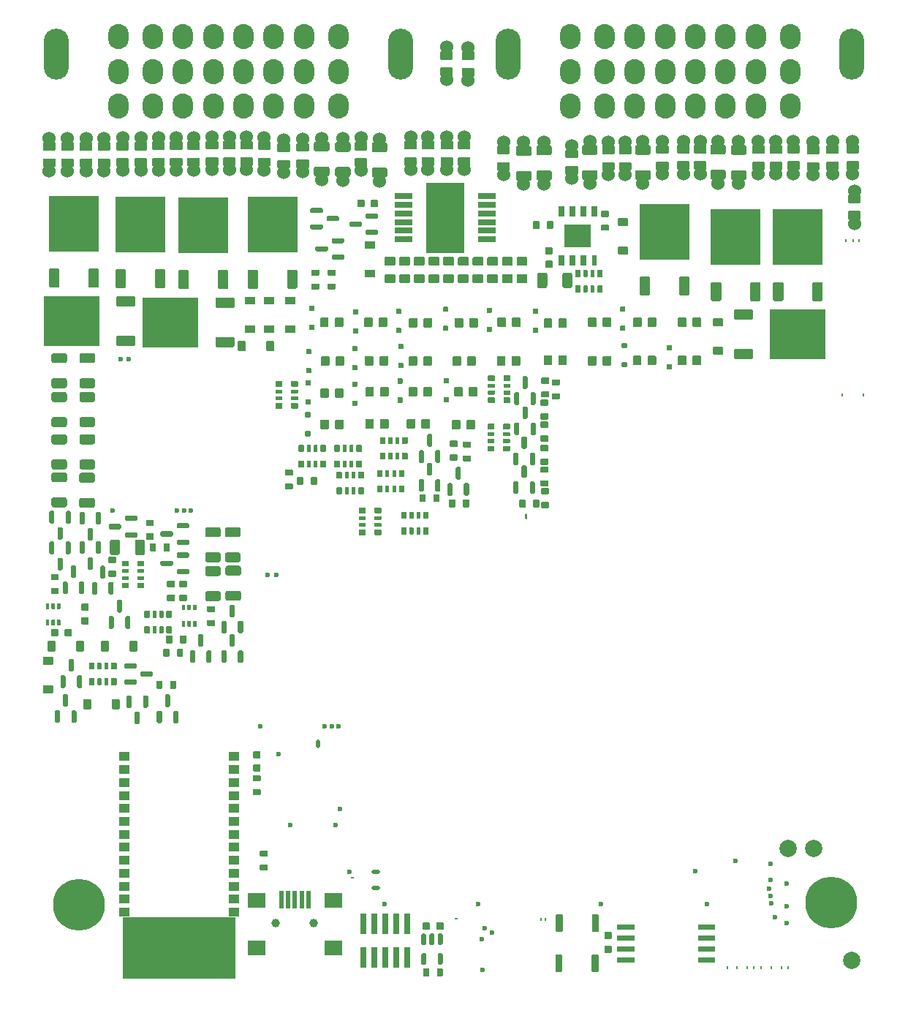
<source format=gts>
G04 #@! TF.GenerationSoftware,KiCad,Pcbnew,(6.0.1)*
G04 #@! TF.CreationDate,2022-06-13T15:53:15+03:00*
G04 #@! TF.ProjectId,alphax_4ch,616c7068-6178-45f3-9463-682e6b696361,a*
G04 #@! TF.SameCoordinates,PX141f5e0PYa2cace0*
G04 #@! TF.FileFunction,Soldermask,Top*
G04 #@! TF.FilePolarity,Negative*
%FSLAX46Y46*%
G04 Gerber Fmt 4.6, Leading zero omitted, Abs format (unit mm)*
G04 Created by KiCad (PCBNEW (6.0.1)) date 2022-06-13 15:53:15*
%MOMM*%
%LPD*%
G01*
G04 APERTURE LIST*
%ADD10C,0.120000*%
%ADD11O,0.200000X0.399999*%
%ADD12C,0.599999*%
%ADD13C,1.524000*%
%ADD14C,6.000000*%
%ADD15C,2.000000*%
%ADD16R,5.800000X6.400000*%
%ADD17O,2.900000X5.900000*%
%ADD18O,2.400000X2.900000*%
%ADD19C,1.000000*%
%ADD20R,0.500000X2.000000*%
%ADD21R,2.000000X1.700000*%
%ADD22R,6.400000X5.800000*%
%ADD23R,2.000000X0.650000*%
%ADD24R,4.500000X8.100000*%
%ADD25O,0.250000X0.499999*%
%ADD26O,0.499999X0.250000*%
%ADD27O,0.499999X1.000001*%
%ADD28O,0.499999X0.200000*%
%ADD29R,0.650000X1.310000*%
%ADD30R,0.600000X1.310000*%
%ADD31R,1.500000X1.325000*%
%ADD32R,1.300000X1.000000*%
%ADD33O,1.000001X0.499999*%
%ADD34R,0.740000X2.400000*%
G04 APERTURE END LIST*
D10*
G04 #@! TO.C,U4*
X9850000Y200000D02*
X9850000Y7200000D01*
X9850000Y7200000D02*
X22850000Y7200000D01*
X22850000Y7200000D02*
X22850000Y200000D01*
X22850000Y200000D02*
X9850000Y200000D01*
G36*
X22850000Y200000D02*
G01*
X9850000Y200000D01*
X9850000Y7200000D01*
X22850000Y7200000D01*
X22850000Y200000D01*
G37*
X22850000Y200000D02*
X9850000Y200000D01*
X9850000Y7200000D01*
X22850000Y7200000D01*
X22850000Y200000D01*
G04 #@! TD*
D11*
G04 #@! TO.C,M4*
X86904837Y1375379D03*
X86144858Y1375379D03*
X84969865Y1375379D03*
X83794878Y1375379D03*
X82954966Y1375379D03*
X82204894Y1375379D03*
X81029883Y1375379D03*
X79854886Y1375379D03*
D12*
X84894889Y11474986D03*
X86729899Y11049978D03*
X84679891Y10499981D03*
X84894886Y9625022D03*
X84969893Y8774999D03*
X86729899Y8449983D03*
X85419899Y7150016D03*
X86729899Y6499999D03*
X80804884Y13675002D03*
X84879890Y13375000D03*
G04 #@! TD*
G04 #@! TO.C,D53*
G36*
G01*
X25110000Y74805000D02*
X24090000Y74805000D01*
G75*
G02*
X24000000Y74895000I0J90000D01*
G01*
X24000000Y75615000D01*
G75*
G02*
X24090000Y75705000I90000J0D01*
G01*
X25110000Y75705000D01*
G75*
G02*
X25200000Y75615000I0J-90000D01*
G01*
X25200000Y74895000D01*
G75*
G02*
X25110000Y74805000I-90000J0D01*
G01*
G37*
G36*
G01*
X25110000Y78105000D02*
X24090000Y78105000D01*
G75*
G02*
X24000000Y78195000I0J90000D01*
G01*
X24000000Y78915000D01*
G75*
G02*
X24090000Y79005000I90000J0D01*
G01*
X25110000Y79005000D01*
G75*
G02*
X25200000Y78915000I0J-90000D01*
G01*
X25200000Y78195000D01*
G75*
G02*
X25110000Y78105000I-90000J0D01*
G01*
G37*
G04 #@! TD*
G04 #@! TO.C,R8*
G36*
G01*
X77375000Y93699999D02*
X76125000Y93699999D01*
G75*
G02*
X76025000Y93799999I0J100000D01*
G01*
X76025000Y94599999D01*
G75*
G02*
X76125000Y94699999I100000J0D01*
G01*
X77375000Y94699999D01*
G75*
G02*
X77475000Y94599999I0J-100000D01*
G01*
X77475000Y93799999D01*
G75*
G02*
X77375000Y93699999I-100000J0D01*
G01*
G37*
D13*
X76750000Y93245000D03*
G36*
G01*
X77375000Y95600021D02*
X76125000Y95600021D01*
G75*
G02*
X76025000Y95700021I0J100000D01*
G01*
X76025000Y96500021D01*
G75*
G02*
X76125000Y96600021I100000J0D01*
G01*
X77375000Y96600021D01*
G75*
G02*
X77475000Y96500021I0J-100000D01*
G01*
X77475000Y95700021D01*
G75*
G02*
X77375000Y95600021I-100000J0D01*
G01*
G37*
X76750000Y97055000D03*
G04 #@! TD*
G04 #@! TO.C,R29*
G36*
G01*
X12610000Y53200010D02*
X13390000Y53200010D01*
G75*
G02*
X13460000Y53130010I0J-70000D01*
G01*
X13460000Y52570010D01*
G75*
G02*
X13390000Y52500010I-70000J0D01*
G01*
X12610000Y52500010D01*
G75*
G02*
X12540000Y52570010I0J70000D01*
G01*
X12540000Y53130010D01*
G75*
G02*
X12610000Y53200010I70000J0D01*
G01*
G37*
G36*
G01*
X12610000Y51600010D02*
X13390000Y51600010D01*
G75*
G02*
X13460000Y51530010I0J-70000D01*
G01*
X13460000Y50970010D01*
G75*
G02*
X13390000Y50900010I-70000J0D01*
G01*
X12610000Y50900010D01*
G75*
G02*
X12540000Y50970010I0J70000D01*
G01*
X12540000Y51530010D01*
G75*
G02*
X12610000Y51600010I70000J0D01*
G01*
G37*
G04 #@! TD*
G04 #@! TO.C,R90*
G36*
G01*
X25810000Y14900000D02*
X26590000Y14900000D01*
G75*
G02*
X26660000Y14830000I0J-70000D01*
G01*
X26660000Y14270000D01*
G75*
G02*
X26590000Y14200000I-70000J0D01*
G01*
X25810000Y14200000D01*
G75*
G02*
X25740000Y14270000I0J70000D01*
G01*
X25740000Y14830000D01*
G75*
G02*
X25810000Y14900000I70000J0D01*
G01*
G37*
G36*
G01*
X25810000Y13300000D02*
X26590000Y13300000D01*
G75*
G02*
X26660000Y13230000I0J-70000D01*
G01*
X26660000Y12670000D01*
G75*
G02*
X26590000Y12600000I-70000J0D01*
G01*
X25810000Y12600000D01*
G75*
G02*
X25740000Y12670000I0J70000D01*
G01*
X25740000Y13230000D01*
G75*
G02*
X25810000Y13300000I70000J0D01*
G01*
G37*
G04 #@! TD*
G04 #@! TO.C,R2*
G36*
G01*
X34600000Y56215000D02*
X34600000Y56885000D01*
G75*
G02*
X34665000Y56950000I65000J0D01*
G01*
X35185000Y56950000D01*
G75*
G02*
X35250000Y56885000I0J-65000D01*
G01*
X35250000Y56215000D01*
G75*
G02*
X35185000Y56150000I-65000J0D01*
G01*
X34665000Y56150000D01*
G75*
G02*
X34600000Y56215000I0J65000D01*
G01*
G37*
G36*
G01*
X35575000Y56195000D02*
X35575000Y56905000D01*
G75*
G02*
X35620000Y56950000I45000J0D01*
G01*
X35980000Y56950000D01*
G75*
G02*
X36025000Y56905000I0J-45000D01*
G01*
X36025000Y56195000D01*
G75*
G02*
X35980000Y56150000I-45000J0D01*
G01*
X35620000Y56150000D01*
G75*
G02*
X35575000Y56195000I0J45000D01*
G01*
G37*
G36*
G01*
X36375000Y56195000D02*
X36375000Y56905000D01*
G75*
G02*
X36420000Y56950000I45000J0D01*
G01*
X36780000Y56950000D01*
G75*
G02*
X36825000Y56905000I0J-45000D01*
G01*
X36825000Y56195000D01*
G75*
G02*
X36780000Y56150000I-45000J0D01*
G01*
X36420000Y56150000D01*
G75*
G02*
X36375000Y56195000I0J45000D01*
G01*
G37*
G36*
G01*
X37150000Y56215000D02*
X37150000Y56885000D01*
G75*
G02*
X37215000Y56950000I65000J0D01*
G01*
X37735000Y56950000D01*
G75*
G02*
X37800000Y56885000I0J-65000D01*
G01*
X37800000Y56215000D01*
G75*
G02*
X37735000Y56150000I-65000J0D01*
G01*
X37215000Y56150000D01*
G75*
G02*
X37150000Y56215000I0J65000D01*
G01*
G37*
G36*
G01*
X37150000Y58015000D02*
X37150000Y58685000D01*
G75*
G02*
X37215000Y58750000I65000J0D01*
G01*
X37735000Y58750000D01*
G75*
G02*
X37800000Y58685000I0J-65000D01*
G01*
X37800000Y58015000D01*
G75*
G02*
X37735000Y57950000I-65000J0D01*
G01*
X37215000Y57950000D01*
G75*
G02*
X37150000Y58015000I0J65000D01*
G01*
G37*
G36*
G01*
X36375000Y57995000D02*
X36375000Y58705000D01*
G75*
G02*
X36420000Y58750000I45000J0D01*
G01*
X36780000Y58750000D01*
G75*
G02*
X36825000Y58705000I0J-45000D01*
G01*
X36825000Y57995000D01*
G75*
G02*
X36780000Y57950000I-45000J0D01*
G01*
X36420000Y57950000D01*
G75*
G02*
X36375000Y57995000I0J45000D01*
G01*
G37*
G36*
G01*
X35575000Y57995000D02*
X35575000Y58705000D01*
G75*
G02*
X35620000Y58750000I45000J0D01*
G01*
X35980000Y58750000D01*
G75*
G02*
X36025000Y58705000I0J-45000D01*
G01*
X36025000Y57995000D01*
G75*
G02*
X35980000Y57950000I-45000J0D01*
G01*
X35620000Y57950000D01*
G75*
G02*
X35575000Y57995000I0J45000D01*
G01*
G37*
G36*
G01*
X34600000Y58015000D02*
X34600000Y58685000D01*
G75*
G02*
X34665000Y58750000I65000J0D01*
G01*
X35185000Y58750000D01*
G75*
G02*
X35250000Y58685000I0J-65000D01*
G01*
X35250000Y58015000D01*
G75*
G02*
X35185000Y57950000I-65000J0D01*
G01*
X34665000Y57950000D01*
G75*
G02*
X34600000Y58015000I0J65000D01*
G01*
G37*
G04 #@! TD*
G04 #@! TO.C,D36*
G36*
G01*
X50649999Y64649998D02*
X50649999Y63749998D01*
G75*
G02*
X50549999Y63649998I-100000J0D01*
G01*
X49749999Y63649998D01*
G75*
G02*
X49649999Y63749998I0J100000D01*
G01*
X49649999Y64649998D01*
G75*
G02*
X49749999Y64749998I100000J0D01*
G01*
X50549999Y64749998D01*
G75*
G02*
X50649999Y64649998I0J-100000D01*
G01*
G37*
G36*
G01*
X48949999Y64649998D02*
X48949999Y63749998D01*
G75*
G02*
X48849999Y63649998I-100000J0D01*
G01*
X48049999Y63649998D01*
G75*
G02*
X47949999Y63749998I0J100000D01*
G01*
X47949999Y64649998D01*
G75*
G02*
X48049999Y64749998I100000J0D01*
G01*
X48849999Y64749998D01*
G75*
G02*
X48949999Y64649998I0J-100000D01*
G01*
G37*
G04 #@! TD*
G04 #@! TO.C,R4*
G36*
G01*
X54685000Y66700000D02*
X54015000Y66700000D01*
G75*
G02*
X53950000Y66765000I0J65000D01*
G01*
X53950000Y67285000D01*
G75*
G02*
X54015000Y67350000I65000J0D01*
G01*
X54685000Y67350000D01*
G75*
G02*
X54750000Y67285000I0J-65000D01*
G01*
X54750000Y66765000D01*
G75*
G02*
X54685000Y66700000I-65000J0D01*
G01*
G37*
G36*
G01*
X54705000Y67675000D02*
X53995000Y67675000D01*
G75*
G02*
X53950000Y67720000I0J45000D01*
G01*
X53950000Y68080000D01*
G75*
G02*
X53995000Y68125000I45000J0D01*
G01*
X54705000Y68125000D01*
G75*
G02*
X54750000Y68080000I0J-45000D01*
G01*
X54750000Y67720000D01*
G75*
G02*
X54705000Y67675000I-45000J0D01*
G01*
G37*
G36*
G01*
X54705000Y68475000D02*
X53995000Y68475000D01*
G75*
G02*
X53950000Y68520000I0J45000D01*
G01*
X53950000Y68880000D01*
G75*
G02*
X53995000Y68925000I45000J0D01*
G01*
X54705000Y68925000D01*
G75*
G02*
X54750000Y68880000I0J-45000D01*
G01*
X54750000Y68520000D01*
G75*
G02*
X54705000Y68475000I-45000J0D01*
G01*
G37*
G36*
G01*
X54685000Y69250000D02*
X54015000Y69250000D01*
G75*
G02*
X53950000Y69315000I0J65000D01*
G01*
X53950000Y69835000D01*
G75*
G02*
X54015000Y69900000I65000J0D01*
G01*
X54685000Y69900000D01*
G75*
G02*
X54750000Y69835000I0J-65000D01*
G01*
X54750000Y69315000D01*
G75*
G02*
X54685000Y69250000I-65000J0D01*
G01*
G37*
G36*
G01*
X52885000Y69250000D02*
X52215000Y69250000D01*
G75*
G02*
X52150000Y69315000I0J65000D01*
G01*
X52150000Y69835000D01*
G75*
G02*
X52215000Y69900000I65000J0D01*
G01*
X52885000Y69900000D01*
G75*
G02*
X52950000Y69835000I0J-65000D01*
G01*
X52950000Y69315000D01*
G75*
G02*
X52885000Y69250000I-65000J0D01*
G01*
G37*
G36*
G01*
X52905000Y68475000D02*
X52195000Y68475000D01*
G75*
G02*
X52150000Y68520000I0J45000D01*
G01*
X52150000Y68880000D01*
G75*
G02*
X52195000Y68925000I45000J0D01*
G01*
X52905000Y68925000D01*
G75*
G02*
X52950000Y68880000I0J-45000D01*
G01*
X52950000Y68520000D01*
G75*
G02*
X52905000Y68475000I-45000J0D01*
G01*
G37*
G36*
G01*
X52905000Y67675000D02*
X52195000Y67675000D01*
G75*
G02*
X52150000Y67720000I0J45000D01*
G01*
X52150000Y68080000D01*
G75*
G02*
X52195000Y68125000I45000J0D01*
G01*
X52905000Y68125000D01*
G75*
G02*
X52950000Y68080000I0J-45000D01*
G01*
X52950000Y67720000D01*
G75*
G02*
X52905000Y67675000I-45000J0D01*
G01*
G37*
G36*
G01*
X52885000Y66700000D02*
X52215000Y66700000D01*
G75*
G02*
X52150000Y66765000I0J65000D01*
G01*
X52150000Y67285000D01*
G75*
G02*
X52215000Y67350000I65000J0D01*
G01*
X52885000Y67350000D01*
G75*
G02*
X52950000Y67285000I0J-65000D01*
G01*
X52950000Y66765000D01*
G75*
G02*
X52885000Y66700000I-65000J0D01*
G01*
G37*
G04 #@! TD*
G04 #@! TO.C,D30*
G36*
G01*
X67450000Y75111499D02*
X67450000Y75591499D01*
G75*
G02*
X67510000Y75651499I60000J0D01*
G01*
X67990000Y75651499D01*
G75*
G02*
X68050000Y75591499I0J-60000D01*
G01*
X68050000Y75111499D01*
G75*
G02*
X67990000Y75051499I-60000J0D01*
G01*
X67510000Y75051499D01*
G75*
G02*
X67450000Y75111499I0J60000D01*
G01*
G37*
G36*
G01*
X67450000Y77311499D02*
X67450000Y77791499D01*
G75*
G02*
X67510000Y77851499I60000J0D01*
G01*
X67990000Y77851499D01*
G75*
G02*
X68050000Y77791499I0J-60000D01*
G01*
X68050000Y77311499D01*
G75*
G02*
X67990000Y77251499I-60000J0D01*
G01*
X67510000Y77251499D01*
G75*
G02*
X67450000Y77311499I0J60000D01*
G01*
G37*
G04 #@! TD*
G04 #@! TO.C,C3*
G36*
G01*
X25060000Y26435001D02*
X25740000Y26435001D01*
G75*
G02*
X25825000Y26350001I0J-85000D01*
G01*
X25825000Y25670001D01*
G75*
G02*
X25740000Y25585001I-85000J0D01*
G01*
X25060000Y25585001D01*
G75*
G02*
X24975000Y25670001I0J85000D01*
G01*
X24975000Y26350001D01*
G75*
G02*
X25060000Y26435001I85000J0D01*
G01*
G37*
G36*
G01*
X25060000Y24854999D02*
X25740000Y24854999D01*
G75*
G02*
X25825000Y24769999I0J-85000D01*
G01*
X25825000Y24089999D01*
G75*
G02*
X25740000Y24004999I-85000J0D01*
G01*
X25060000Y24004999D01*
G75*
G02*
X24975000Y24089999I0J85000D01*
G01*
X24975000Y24769999D01*
G75*
G02*
X25060000Y24854999I85000J0D01*
G01*
G37*
G04 #@! TD*
G04 #@! TO.C,D46*
G36*
G01*
X31650000Y69290000D02*
X31650000Y68810000D01*
G75*
G02*
X31590000Y68750000I-60000J0D01*
G01*
X31110000Y68750000D01*
G75*
G02*
X31050000Y68810000I0J60000D01*
G01*
X31050000Y69290000D01*
G75*
G02*
X31110000Y69350000I60000J0D01*
G01*
X31590000Y69350000D01*
G75*
G02*
X31650000Y69290000I0J-60000D01*
G01*
G37*
G36*
G01*
X31650000Y67090000D02*
X31650000Y66610000D01*
G75*
G02*
X31590000Y66550000I-60000J0D01*
G01*
X31110000Y66550000D01*
G75*
G02*
X31050000Y66610000I0J60000D01*
G01*
X31050000Y67090000D01*
G75*
G02*
X31110000Y67150000I60000J0D01*
G01*
X31590000Y67150000D01*
G75*
G02*
X31650000Y67090000I0J-60000D01*
G01*
G37*
G04 #@! TD*
G04 #@! TO.C,R87*
G36*
G01*
X58310000Y61850000D02*
X59090000Y61850000D01*
G75*
G02*
X59160000Y61780000I0J-70000D01*
G01*
X59160000Y61220000D01*
G75*
G02*
X59090000Y61150000I-70000J0D01*
G01*
X58310000Y61150000D01*
G75*
G02*
X58240000Y61220000I0J70000D01*
G01*
X58240000Y61780000D01*
G75*
G02*
X58310000Y61850000I70000J0D01*
G01*
G37*
G36*
G01*
X58310000Y60250000D02*
X59090000Y60250000D01*
G75*
G02*
X59160000Y60180000I0J-70000D01*
G01*
X59160000Y59620000D01*
G75*
G02*
X59090000Y59550000I-70000J0D01*
G01*
X58310000Y59550000D01*
G75*
G02*
X58240000Y59620000I0J70000D01*
G01*
X58240000Y60180000D01*
G75*
G02*
X58310000Y60250000I70000J0D01*
G01*
G37*
G04 #@! TD*
G04 #@! TO.C,R93*
G36*
G01*
X17200000Y39740000D02*
X17200000Y38960000D01*
G75*
G02*
X17130000Y38890000I-70000J0D01*
G01*
X16570000Y38890000D01*
G75*
G02*
X16500000Y38960000I0J70000D01*
G01*
X16500000Y39740000D01*
G75*
G02*
X16570000Y39810000I70000J0D01*
G01*
X17130000Y39810000D01*
G75*
G02*
X17200000Y39740000I0J-70000D01*
G01*
G37*
G36*
G01*
X15600000Y39740000D02*
X15600000Y38960000D01*
G75*
G02*
X15530000Y38890000I-70000J0D01*
G01*
X14970000Y38890000D01*
G75*
G02*
X14900000Y38960000I0J70000D01*
G01*
X14900000Y39740000D01*
G75*
G02*
X14970000Y39810000I70000J0D01*
G01*
X15530000Y39810000D01*
G75*
G02*
X15600000Y39740000I0J-70000D01*
G01*
G37*
G04 #@! TD*
G04 #@! TO.C,R95*
G36*
G01*
X33660000Y82150000D02*
X34440000Y82150000D01*
G75*
G02*
X34510000Y82080000I0J-70000D01*
G01*
X34510000Y81520000D01*
G75*
G02*
X34440000Y81450000I-70000J0D01*
G01*
X33660000Y81450000D01*
G75*
G02*
X33590000Y81520000I0J70000D01*
G01*
X33590000Y82080000D01*
G75*
G02*
X33660000Y82150000I70000J0D01*
G01*
G37*
G36*
G01*
X33660000Y80550000D02*
X34440000Y80550000D01*
G75*
G02*
X34510000Y80480000I0J-70000D01*
G01*
X34510000Y79920000D01*
G75*
G02*
X34440000Y79850000I-70000J0D01*
G01*
X33660000Y79850000D01*
G75*
G02*
X33590000Y79920000I0J70000D01*
G01*
X33590000Y80480000D01*
G75*
G02*
X33660000Y80550000I70000J0D01*
G01*
G37*
G04 #@! TD*
D14*
G04 #@! TO.C,J8*
X4803000Y8619000D03*
G04 #@! TD*
G04 #@! TO.C,D34*
G36*
G01*
X40649999Y64749998D02*
X40649999Y63849998D01*
G75*
G02*
X40549999Y63749998I-100000J0D01*
G01*
X39749999Y63749998D01*
G75*
G02*
X39649999Y63849998I0J100000D01*
G01*
X39649999Y64749998D01*
G75*
G02*
X39749999Y64849998I100000J0D01*
G01*
X40549999Y64849998D01*
G75*
G02*
X40649999Y64749998I0J-100000D01*
G01*
G37*
G36*
G01*
X38949999Y64749998D02*
X38949999Y63849998D01*
G75*
G02*
X38849999Y63749998I-100000J0D01*
G01*
X38049999Y63749998D01*
G75*
G02*
X37949999Y63849998I0J100000D01*
G01*
X37949999Y64749998D01*
G75*
G02*
X38049999Y64849998I100000J0D01*
G01*
X38849999Y64849998D01*
G75*
G02*
X38949999Y64749998I0J-100000D01*
G01*
G37*
G04 #@! TD*
D13*
G04 #@! TO.C,R59*
X45200000Y97505000D03*
G36*
G01*
X44575000Y97050001D02*
X45825000Y97050001D01*
G75*
G02*
X45925000Y96950001I0J-100000D01*
G01*
X45925000Y96150001D01*
G75*
G02*
X45825000Y96050001I-100000J0D01*
G01*
X44575000Y96050001D01*
G75*
G02*
X44475000Y96150001I0J100000D01*
G01*
X44475000Y96950001D01*
G75*
G02*
X44575000Y97050001I100000J0D01*
G01*
G37*
X45200000Y93695000D03*
G36*
G01*
X44575000Y95149979D02*
X45825000Y95149979D01*
G75*
G02*
X45925000Y95049979I0J-100000D01*
G01*
X45925000Y94249979D01*
G75*
G02*
X45825000Y94149979I-100000J0D01*
G01*
X44575000Y94149979D01*
G75*
G02*
X44475000Y94249979I0J100000D01*
G01*
X44475000Y95049979D01*
G75*
G02*
X44575000Y95149979I100000J0D01*
G01*
G37*
G04 #@! TD*
G04 #@! TO.C,R9*
X74800000Y93245000D03*
G36*
G01*
X75425000Y93699999D02*
X74175000Y93699999D01*
G75*
G02*
X74075000Y93799999I0J100000D01*
G01*
X74075000Y94599999D01*
G75*
G02*
X74175000Y94699999I100000J0D01*
G01*
X75425000Y94699999D01*
G75*
G02*
X75525000Y94599999I0J-100000D01*
G01*
X75525000Y93799999D01*
G75*
G02*
X75425000Y93699999I-100000J0D01*
G01*
G37*
X74800000Y97055000D03*
G36*
G01*
X75425000Y95600021D02*
X74175000Y95600021D01*
G75*
G02*
X74075000Y95700021I0J100000D01*
G01*
X74075000Y96500021D01*
G75*
G02*
X74175000Y96600021I100000J0D01*
G01*
X75425000Y96600021D01*
G75*
G02*
X75525000Y96500021I0J-100000D01*
G01*
X75525000Y95700021D01*
G75*
G02*
X75425000Y95600021I-100000J0D01*
G01*
G37*
G04 #@! TD*
G04 #@! TO.C,R68*
G36*
G01*
X24825000Y94149999D02*
X23575000Y94149999D01*
G75*
G02*
X23475000Y94249999I0J100000D01*
G01*
X23475000Y95049999D01*
G75*
G02*
X23575000Y95149999I100000J0D01*
G01*
X24825000Y95149999D01*
G75*
G02*
X24925000Y95049999I0J-100000D01*
G01*
X24925000Y94249999D01*
G75*
G02*
X24825000Y94149999I-100000J0D01*
G01*
G37*
X24200000Y93695000D03*
X24200000Y97505000D03*
G36*
G01*
X24825000Y96050021D02*
X23575000Y96050021D01*
G75*
G02*
X23475000Y96150021I0J100000D01*
G01*
X23475000Y96950021D01*
G75*
G02*
X23575000Y97050021I100000J0D01*
G01*
X24825000Y97050021D01*
G75*
G02*
X24925000Y96950021I0J-100000D01*
G01*
X24925000Y96150021D01*
G75*
G02*
X24825000Y96050021I-100000J0D01*
G01*
G37*
G04 #@! TD*
G04 #@! TO.C,R21*
G36*
G01*
X3400000Y59945000D02*
X3400000Y59255000D01*
G75*
G02*
X3170000Y59025000I-230000J0D01*
G01*
X1830000Y59025000D01*
G75*
G02*
X1600000Y59255000I0J230000D01*
G01*
X1600000Y59945000D01*
G75*
G02*
X1830000Y60175000I230000J0D01*
G01*
X3170000Y60175000D01*
G75*
G02*
X3400000Y59945000I0J-230000D01*
G01*
G37*
G36*
G01*
X3400000Y62845020D02*
X3400000Y62155020D01*
G75*
G02*
X3170000Y61925020I-230000J0D01*
G01*
X1830000Y61925020D01*
G75*
G02*
X1600000Y62155020I0J230000D01*
G01*
X1600000Y62845020D01*
G75*
G02*
X1830000Y63075020I230000J0D01*
G01*
X3170000Y63075020D01*
G75*
G02*
X3400000Y62845020I0J-230000D01*
G01*
G37*
G04 #@! TD*
D15*
G04 #@! TO.C,J5*
X89900000Y15110000D03*
G04 #@! TD*
G04 #@! TO.C,R82*
G36*
G01*
X58410000Y69650000D02*
X59190000Y69650000D01*
G75*
G02*
X59260000Y69580000I0J-70000D01*
G01*
X59260000Y69020000D01*
G75*
G02*
X59190000Y68950000I-70000J0D01*
G01*
X58410000Y68950000D01*
G75*
G02*
X58340000Y69020000I0J70000D01*
G01*
X58340000Y69580000D01*
G75*
G02*
X58410000Y69650000I70000J0D01*
G01*
G37*
G36*
G01*
X58410000Y68050000D02*
X59190000Y68050000D01*
G75*
G02*
X59260000Y67980000I0J-70000D01*
G01*
X59260000Y67420000D01*
G75*
G02*
X59190000Y67350000I-70000J0D01*
G01*
X58410000Y67350000D01*
G75*
G02*
X58340000Y67420000I0J70000D01*
G01*
X58340000Y67980000D01*
G75*
G02*
X58410000Y68050000I70000J0D01*
G01*
G37*
G04 #@! TD*
G04 #@! TO.C,D49*
G36*
G01*
X31575000Y88850000D02*
X31575000Y89150000D01*
G75*
G02*
X31725000Y89300000I150000J0D01*
G01*
X32900000Y89300000D01*
G75*
G02*
X33050000Y89150000I0J-150000D01*
G01*
X33050000Y88850000D01*
G75*
G02*
X32900000Y88700000I-150000J0D01*
G01*
X31725000Y88700000D01*
G75*
G02*
X31575000Y88850000I0J150000D01*
G01*
G37*
G36*
G01*
X33450000Y87900000D02*
X33450000Y88200000D01*
G75*
G02*
X33600000Y88350000I150000J0D01*
G01*
X34775000Y88350000D01*
G75*
G02*
X34925000Y88200000I0J-150000D01*
G01*
X34925000Y87900000D01*
G75*
G02*
X34775000Y87750000I-150000J0D01*
G01*
X33600000Y87750000D01*
G75*
G02*
X33450000Y87900000I0J150000D01*
G01*
G37*
G36*
G01*
X31575000Y86950000D02*
X31575000Y87250000D01*
G75*
G02*
X31725000Y87400000I150000J0D01*
G01*
X32900000Y87400000D01*
G75*
G02*
X33050000Y87250000I0J-150000D01*
G01*
X33050000Y86950000D01*
G75*
G02*
X32900000Y86800000I-150000J0D01*
G01*
X31725000Y86800000D01*
G75*
G02*
X31575000Y86950000I0J150000D01*
G01*
G37*
G04 #@! TD*
D13*
G04 #@! TO.C,F4*
X63950000Y97000000D03*
G36*
G01*
X63050000Y95655010D02*
X63050000Y96345010D01*
G75*
G02*
X63280000Y96575010I230000J0D01*
G01*
X64620000Y96575010D01*
G75*
G02*
X64850000Y96345010I0J-230000D01*
G01*
X64850000Y95655010D01*
G75*
G02*
X64620000Y95425010I-230000J0D01*
G01*
X63280000Y95425010D01*
G75*
G02*
X63050000Y95655010I0J230000D01*
G01*
G37*
X63950000Y92100000D03*
G36*
G01*
X63050000Y92754990D02*
X63050000Y93444990D01*
G75*
G02*
X63280000Y93674990I230000J0D01*
G01*
X64620000Y93674990D01*
G75*
G02*
X64850000Y93444990I0J-230000D01*
G01*
X64850000Y92754990D01*
G75*
G02*
X64620000Y92524990I-230000J0D01*
G01*
X63280000Y92524990D01*
G75*
G02*
X63050000Y92754990I0J230000D01*
G01*
G37*
G04 #@! TD*
G04 #@! TO.C,Q13*
G36*
G01*
X47910000Y55975000D02*
X47610000Y55975000D01*
G75*
G02*
X47460000Y56125000I0J150000D01*
G01*
X47460000Y57300000D01*
G75*
G02*
X47610000Y57450000I150000J0D01*
G01*
X47910000Y57450000D01*
G75*
G02*
X48060000Y57300000I0J-150000D01*
G01*
X48060000Y56125000D01*
G75*
G02*
X47910000Y55975000I-150000J0D01*
G01*
G37*
G36*
G01*
X48860000Y57850000D02*
X48560000Y57850000D01*
G75*
G02*
X48410000Y58000000I0J150000D01*
G01*
X48410000Y59175000D01*
G75*
G02*
X48560000Y59325000I150000J0D01*
G01*
X48860000Y59325000D01*
G75*
G02*
X49010000Y59175000I0J-150000D01*
G01*
X49010000Y58000000D01*
G75*
G02*
X48860000Y57850000I-150000J0D01*
G01*
G37*
G36*
G01*
X49810000Y55975000D02*
X49510000Y55975000D01*
G75*
G02*
X49360000Y56125000I0J150000D01*
G01*
X49360000Y57300000D01*
G75*
G02*
X49510000Y57450000I150000J0D01*
G01*
X49810000Y57450000D01*
G75*
G02*
X49960000Y57300000I0J-150000D01*
G01*
X49960000Y56125000D01*
G75*
G02*
X49810000Y55975000I-150000J0D01*
G01*
G37*
G04 #@! TD*
G04 #@! TO.C,R91*
X94580000Y87485000D03*
G36*
G01*
X95205000Y87939999D02*
X93955000Y87939999D01*
G75*
G02*
X93855000Y88039999I0J100000D01*
G01*
X93855000Y88839999D01*
G75*
G02*
X93955000Y88939999I100000J0D01*
G01*
X95205000Y88939999D01*
G75*
G02*
X95305000Y88839999I0J-100000D01*
G01*
X95305000Y88039999D01*
G75*
G02*
X95205000Y87939999I-100000J0D01*
G01*
G37*
G36*
G01*
X95205000Y89840021D02*
X93955000Y89840021D01*
G75*
G02*
X93855000Y89940021I0J100000D01*
G01*
X93855000Y90740021D01*
G75*
G02*
X93955000Y90840021I100000J0D01*
G01*
X95205000Y90840021D01*
G75*
G02*
X95305000Y90740021I0J-100000D01*
G01*
X95305000Y89940021D01*
G75*
G02*
X95205000Y89840021I-100000J0D01*
G01*
G37*
X94580000Y91295000D03*
G04 #@! TD*
G04 #@! TO.C,D1*
G36*
G01*
X67650000Y70910000D02*
X67650000Y71390000D01*
G75*
G02*
X67710000Y71450000I60000J0D01*
G01*
X68190000Y71450000D01*
G75*
G02*
X68250000Y71390000I0J-60000D01*
G01*
X68250000Y70910000D01*
G75*
G02*
X68190000Y70850000I-60000J0D01*
G01*
X67710000Y70850000D01*
G75*
G02*
X67650000Y70910000I0J60000D01*
G01*
G37*
G36*
G01*
X67650000Y73110000D02*
X67650000Y73590000D01*
G75*
G02*
X67710000Y73650000I60000J0D01*
G01*
X68190000Y73650000D01*
G75*
G02*
X68250000Y73590000I0J-60000D01*
G01*
X68250000Y73110000D01*
G75*
G02*
X68190000Y73050000I-60000J0D01*
G01*
X67710000Y73050000D01*
G75*
G02*
X67650000Y73110000I0J60000D01*
G01*
G37*
G04 #@! TD*
G04 #@! TO.C,D15*
G36*
G01*
X40499999Y76499998D02*
X40499999Y75599998D01*
G75*
G02*
X40399999Y75499998I-100000J0D01*
G01*
X39599999Y75499998D01*
G75*
G02*
X39499999Y75599998I0J100000D01*
G01*
X39499999Y76499998D01*
G75*
G02*
X39599999Y76599998I100000J0D01*
G01*
X40399999Y76599998D01*
G75*
G02*
X40499999Y76499998I0J-100000D01*
G01*
G37*
G36*
G01*
X38799999Y76499998D02*
X38799999Y75599998D01*
G75*
G02*
X38699999Y75499998I-100000J0D01*
G01*
X37899999Y75499998D01*
G75*
G02*
X37799999Y75599998I0J100000D01*
G01*
X37799999Y76499998D01*
G75*
G02*
X37899999Y76599998I100000J0D01*
G01*
X38699999Y76599998D01*
G75*
G02*
X38799999Y76499998I0J-100000D01*
G01*
G37*
G04 #@! TD*
G04 #@! TO.C,C1*
G36*
G01*
X58860000Y84765001D02*
X59540000Y84765001D01*
G75*
G02*
X59625000Y84680001I0J-85000D01*
G01*
X59625000Y84000001D01*
G75*
G02*
X59540000Y83915001I-85000J0D01*
G01*
X58860000Y83915001D01*
G75*
G02*
X58775000Y84000001I0J85000D01*
G01*
X58775000Y84680001D01*
G75*
G02*
X58860000Y84765001I85000J0D01*
G01*
G37*
G36*
G01*
X58860000Y83184999D02*
X59540000Y83184999D01*
G75*
G02*
X59625000Y83099999I0J-85000D01*
G01*
X59625000Y82419999D01*
G75*
G02*
X59540000Y82334999I-85000J0D01*
G01*
X58860000Y82334999D01*
G75*
G02*
X58775000Y82419999I0J85000D01*
G01*
X58775000Y83099999D01*
G75*
G02*
X58860000Y83184999I85000J0D01*
G01*
G37*
G04 #@! TD*
G04 #@! TO.C,Q29*
G36*
G01*
X25400000Y79950000D02*
X24440000Y79950000D01*
G75*
G02*
X24320000Y80070000I0J120000D01*
G01*
X24320000Y82030000D01*
G75*
G02*
X24440000Y82150000I120000J0D01*
G01*
X25400000Y82150000D01*
G75*
G02*
X25520000Y82030000I0J-120000D01*
G01*
X25520000Y80070000D01*
G75*
G02*
X25400000Y79950000I-120000J0D01*
G01*
G37*
D16*
X27200000Y87350000D03*
G36*
G01*
X29960000Y79950000D02*
X29000000Y79950000D01*
G75*
G02*
X28880000Y80070000I0J120000D01*
G01*
X28880000Y82030000D01*
G75*
G02*
X29000000Y82150000I120000J0D01*
G01*
X29960000Y82150000D01*
G75*
G02*
X30080000Y82030000I0J-120000D01*
G01*
X30080000Y80070000D01*
G75*
G02*
X29960000Y79950000I-120000J0D01*
G01*
G37*
G04 #@! TD*
G04 #@! TO.C,S1*
G36*
G01*
X64950001Y2770000D02*
X64950001Y930000D01*
G75*
G02*
X64870001Y850000I-80000J0D01*
G01*
X64230001Y850000D01*
G75*
G02*
X64150001Y930000I0J80000D01*
G01*
X64150001Y2770000D01*
G75*
G02*
X64230001Y2850000I80000J0D01*
G01*
X64870001Y2850000D01*
G75*
G02*
X64950001Y2770000I0J-80000D01*
G01*
G37*
G36*
G01*
X60750000Y2770000D02*
X60750000Y930000D01*
G75*
G02*
X60670000Y850000I-80000J0D01*
G01*
X60030000Y850000D01*
G75*
G02*
X59950000Y930000I0J80000D01*
G01*
X59950000Y2770000D01*
G75*
G02*
X60030000Y2850000I80000J0D01*
G01*
X60670000Y2850000D01*
G75*
G02*
X60750000Y2770000I0J-80000D01*
G01*
G37*
G04 #@! TD*
G04 #@! TO.C,D6*
G36*
G01*
X41750000Y70810000D02*
X41750000Y71290000D01*
G75*
G02*
X41810000Y71350000I60000J0D01*
G01*
X42290000Y71350000D01*
G75*
G02*
X42350000Y71290000I0J-60000D01*
G01*
X42350000Y70810000D01*
G75*
G02*
X42290000Y70750000I-60000J0D01*
G01*
X41810000Y70750000D01*
G75*
G02*
X41750000Y70810000I0J60000D01*
G01*
G37*
G36*
G01*
X41750000Y73010000D02*
X41750000Y73490000D01*
G75*
G02*
X41810000Y73550000I60000J0D01*
G01*
X42290000Y73550000D01*
G75*
G02*
X42350000Y73490000I0J-60000D01*
G01*
X42350000Y73010000D01*
G75*
G02*
X42290000Y72950000I-60000J0D01*
G01*
X41810000Y72950000D01*
G75*
G02*
X41750000Y73010000I0J60000D01*
G01*
G37*
G04 #@! TD*
G04 #@! TO.C,C4*
G36*
G01*
X47015001Y6490000D02*
X47015001Y5810000D01*
G75*
G02*
X46930001Y5725000I-85000J0D01*
G01*
X46250001Y5725000D01*
G75*
G02*
X46165001Y5810000I0J85000D01*
G01*
X46165001Y6490000D01*
G75*
G02*
X46250001Y6575000I85000J0D01*
G01*
X46930001Y6575000D01*
G75*
G02*
X47015001Y6490000I0J-85000D01*
G01*
G37*
G36*
G01*
X45434999Y6490000D02*
X45434999Y5810000D01*
G75*
G02*
X45349999Y5725000I-85000J0D01*
G01*
X44669999Y5725000D01*
G75*
G02*
X44584999Y5810000I0J85000D01*
G01*
X44584999Y6490000D01*
G75*
G02*
X44669999Y6575000I85000J0D01*
G01*
X45349999Y6575000D01*
G75*
G02*
X45434999Y6490000I0J-85000D01*
G01*
G37*
G04 #@! TD*
G04 #@! TO.C,Q1*
G36*
G01*
X2450000Y29675010D02*
X2150000Y29675010D01*
G75*
G02*
X2000000Y29825010I0J150000D01*
G01*
X2000000Y31000010D01*
G75*
G02*
X2150000Y31150010I150000J0D01*
G01*
X2450000Y31150010D01*
G75*
G02*
X2600000Y31000010I0J-150000D01*
G01*
X2600000Y29825010D01*
G75*
G02*
X2450000Y29675010I-150000J0D01*
G01*
G37*
G36*
G01*
X3400000Y31550010D02*
X3100000Y31550010D01*
G75*
G02*
X2950000Y31700010I0J150000D01*
G01*
X2950000Y32875010D01*
G75*
G02*
X3100000Y33025010I150000J0D01*
G01*
X3400000Y33025010D01*
G75*
G02*
X3550000Y32875010I0J-150000D01*
G01*
X3550000Y31700010D01*
G75*
G02*
X3400000Y31550010I-150000J0D01*
G01*
G37*
G36*
G01*
X4350000Y29675010D02*
X4050000Y29675010D01*
G75*
G02*
X3900000Y29825010I0J150000D01*
G01*
X3900000Y31000010D01*
G75*
G02*
X4050000Y31150010I150000J0D01*
G01*
X4350000Y31150010D01*
G75*
G02*
X4500000Y31000010I0J-150000D01*
G01*
X4500000Y29825010D01*
G75*
G02*
X4350000Y29675010I-150000J0D01*
G01*
G37*
G04 #@! TD*
G04 #@! TO.C,R24*
G36*
G01*
X3400000Y64845000D02*
X3400000Y64155000D01*
G75*
G02*
X3170000Y63925000I-230000J0D01*
G01*
X1830000Y63925000D01*
G75*
G02*
X1600000Y64155000I0J230000D01*
G01*
X1600000Y64845000D01*
G75*
G02*
X1830000Y65075000I230000J0D01*
G01*
X3170000Y65075000D01*
G75*
G02*
X3400000Y64845000I0J-230000D01*
G01*
G37*
G36*
G01*
X3400000Y67745020D02*
X3400000Y67055020D01*
G75*
G02*
X3170000Y66825020I-230000J0D01*
G01*
X1830000Y66825020D01*
G75*
G02*
X1600000Y67055020I0J230000D01*
G01*
X1600000Y67745020D01*
G75*
G02*
X1830000Y67975020I230000J0D01*
G01*
X3170000Y67975020D01*
G75*
G02*
X3400000Y67745020I0J-230000D01*
G01*
G37*
G04 #@! TD*
G04 #@! TO.C,R50*
G36*
G01*
X34350000Y59315000D02*
X34350000Y59985000D01*
G75*
G02*
X34415000Y60050000I65000J0D01*
G01*
X34935000Y60050000D01*
G75*
G02*
X35000000Y59985000I0J-65000D01*
G01*
X35000000Y59315000D01*
G75*
G02*
X34935000Y59250000I-65000J0D01*
G01*
X34415000Y59250000D01*
G75*
G02*
X34350000Y59315000I0J65000D01*
G01*
G37*
G36*
G01*
X35325000Y59295000D02*
X35325000Y60005000D01*
G75*
G02*
X35370000Y60050000I45000J0D01*
G01*
X35730000Y60050000D01*
G75*
G02*
X35775000Y60005000I0J-45000D01*
G01*
X35775000Y59295000D01*
G75*
G02*
X35730000Y59250000I-45000J0D01*
G01*
X35370000Y59250000D01*
G75*
G02*
X35325000Y59295000I0J45000D01*
G01*
G37*
G36*
G01*
X36125000Y59295000D02*
X36125000Y60005000D01*
G75*
G02*
X36170000Y60050000I45000J0D01*
G01*
X36530000Y60050000D01*
G75*
G02*
X36575000Y60005000I0J-45000D01*
G01*
X36575000Y59295000D01*
G75*
G02*
X36530000Y59250000I-45000J0D01*
G01*
X36170000Y59250000D01*
G75*
G02*
X36125000Y59295000I0J45000D01*
G01*
G37*
G36*
G01*
X36900000Y59315000D02*
X36900000Y59985000D01*
G75*
G02*
X36965000Y60050000I65000J0D01*
G01*
X37485000Y60050000D01*
G75*
G02*
X37550000Y59985000I0J-65000D01*
G01*
X37550000Y59315000D01*
G75*
G02*
X37485000Y59250000I-65000J0D01*
G01*
X36965000Y59250000D01*
G75*
G02*
X36900000Y59315000I0J65000D01*
G01*
G37*
G36*
G01*
X36900000Y61115000D02*
X36900000Y61785000D01*
G75*
G02*
X36965000Y61850000I65000J0D01*
G01*
X37485000Y61850000D01*
G75*
G02*
X37550000Y61785000I0J-65000D01*
G01*
X37550000Y61115000D01*
G75*
G02*
X37485000Y61050000I-65000J0D01*
G01*
X36965000Y61050000D01*
G75*
G02*
X36900000Y61115000I0J65000D01*
G01*
G37*
G36*
G01*
X36125000Y61095000D02*
X36125000Y61805000D01*
G75*
G02*
X36170000Y61850000I45000J0D01*
G01*
X36530000Y61850000D01*
G75*
G02*
X36575000Y61805000I0J-45000D01*
G01*
X36575000Y61095000D01*
G75*
G02*
X36530000Y61050000I-45000J0D01*
G01*
X36170000Y61050000D01*
G75*
G02*
X36125000Y61095000I0J45000D01*
G01*
G37*
G36*
G01*
X35325000Y61095000D02*
X35325000Y61805000D01*
G75*
G02*
X35370000Y61850000I45000J0D01*
G01*
X35730000Y61850000D01*
G75*
G02*
X35775000Y61805000I0J-45000D01*
G01*
X35775000Y61095000D01*
G75*
G02*
X35730000Y61050000I-45000J0D01*
G01*
X35370000Y61050000D01*
G75*
G02*
X35325000Y61095000I0J45000D01*
G01*
G37*
G36*
G01*
X34350000Y61115000D02*
X34350000Y61785000D01*
G75*
G02*
X34415000Y61850000I65000J0D01*
G01*
X34935000Y61850000D01*
G75*
G02*
X35000000Y61785000I0J-65000D01*
G01*
X35000000Y61115000D01*
G75*
G02*
X34935000Y61050000I-65000J0D01*
G01*
X34415000Y61050000D01*
G75*
G02*
X34350000Y61115000I0J65000D01*
G01*
G37*
G04 #@! TD*
G04 #@! TO.C,U5*
G36*
G01*
X18040000Y43375000D02*
X18360000Y43375000D01*
G75*
G02*
X18400000Y43335000I0J-40000D01*
G01*
X18400000Y42765000D01*
G75*
G02*
X18360000Y42725000I-40000J0D01*
G01*
X18040000Y42725000D01*
G75*
G02*
X18000000Y42765000I0J40000D01*
G01*
X18000000Y43335000D01*
G75*
G02*
X18040000Y43375000I40000J0D01*
G01*
G37*
G36*
G01*
X17390000Y43375000D02*
X17710000Y43375000D01*
G75*
G02*
X17750000Y43335000I0J-40000D01*
G01*
X17750000Y42765000D01*
G75*
G02*
X17710000Y42725000I-40000J0D01*
G01*
X17390000Y42725000D01*
G75*
G02*
X17350000Y42765000I0J40000D01*
G01*
X17350000Y43335000D01*
G75*
G02*
X17390000Y43375000I40000J0D01*
G01*
G37*
G36*
G01*
X16740000Y43375000D02*
X17060000Y43375000D01*
G75*
G02*
X17100000Y43335000I0J-40000D01*
G01*
X17100000Y42765000D01*
G75*
G02*
X17060000Y42725000I-40000J0D01*
G01*
X16740000Y42725000D01*
G75*
G02*
X16700000Y42765000I0J40000D01*
G01*
X16700000Y43335000D01*
G75*
G02*
X16740000Y43375000I40000J0D01*
G01*
G37*
G36*
G01*
X16740000Y41475000D02*
X17060000Y41475000D01*
G75*
G02*
X17100000Y41435000I0J-40000D01*
G01*
X17100000Y40865000D01*
G75*
G02*
X17060000Y40825000I-40000J0D01*
G01*
X16740000Y40825000D01*
G75*
G02*
X16700000Y40865000I0J40000D01*
G01*
X16700000Y41435000D01*
G75*
G02*
X16740000Y41475000I40000J0D01*
G01*
G37*
G36*
G01*
X17390000Y41475000D02*
X17710000Y41475000D01*
G75*
G02*
X17750000Y41435000I0J-40000D01*
G01*
X17750000Y40865000D01*
G75*
G02*
X17710000Y40825000I-40000J0D01*
G01*
X17390000Y40825000D01*
G75*
G02*
X17350000Y40865000I0J40000D01*
G01*
X17350000Y41435000D01*
G75*
G02*
X17390000Y41475000I40000J0D01*
G01*
G37*
G36*
G01*
X18040000Y41475000D02*
X18360000Y41475000D01*
G75*
G02*
X18400000Y41435000I0J-40000D01*
G01*
X18400000Y40865000D01*
G75*
G02*
X18360000Y40825000I-40000J0D01*
G01*
X18040000Y40825000D01*
G75*
G02*
X18000000Y40865000I0J40000D01*
G01*
X18000000Y41435000D01*
G75*
G02*
X18040000Y41475000I40000J0D01*
G01*
G37*
G04 #@! TD*
G04 #@! TO.C,D28*
G36*
G01*
X5350000Y39060010D02*
X5350000Y38040010D01*
G75*
G02*
X5260000Y37950010I-90000J0D01*
G01*
X4540000Y37950010D01*
G75*
G02*
X4450000Y38040010I0J90000D01*
G01*
X4450000Y39060010D01*
G75*
G02*
X4540000Y39150010I90000J0D01*
G01*
X5260000Y39150010D01*
G75*
G02*
X5350000Y39060010I0J-90000D01*
G01*
G37*
G36*
G01*
X2050000Y39060010D02*
X2050000Y38040010D01*
G75*
G02*
X1960000Y37950010I-90000J0D01*
G01*
X1240000Y37950010D01*
G75*
G02*
X1150000Y38040010I0J90000D01*
G01*
X1150000Y39060010D01*
G75*
G02*
X1240000Y39150010I90000J0D01*
G01*
X1960000Y39150010D01*
G75*
G02*
X2050000Y39060010I0J-90000D01*
G01*
G37*
G04 #@! TD*
G04 #@! TO.C,D12*
G36*
G01*
X61300000Y76400000D02*
X61300000Y75500000D01*
G75*
G02*
X61200000Y75400000I-100000J0D01*
G01*
X60400000Y75400000D01*
G75*
G02*
X60300000Y75500000I0J100000D01*
G01*
X60300000Y76400000D01*
G75*
G02*
X60400000Y76500000I100000J0D01*
G01*
X61200000Y76500000D01*
G75*
G02*
X61300000Y76400000I0J-100000D01*
G01*
G37*
G36*
G01*
X59600000Y76400000D02*
X59600000Y75500000D01*
G75*
G02*
X59500000Y75400000I-100000J0D01*
G01*
X58700000Y75400000D01*
G75*
G02*
X58600000Y75500000I0J100000D01*
G01*
X58600000Y76400000D01*
G75*
G02*
X58700000Y76500000I100000J0D01*
G01*
X59500000Y76500000D01*
G75*
G02*
X59600000Y76400000I0J-100000D01*
G01*
G37*
G04 #@! TD*
D17*
G04 #@! TO.C,P2*
X42000000Y107100000D03*
X2200000Y107100000D03*
D18*
X9350000Y101100000D03*
X13350000Y101100000D03*
X16850000Y101100000D03*
X20350000Y101100000D03*
X23850000Y101100000D03*
X27350000Y101100000D03*
X30850000Y101100000D03*
X34850000Y101100000D03*
X9350000Y105100000D03*
X13350000Y105100000D03*
X16850000Y105100000D03*
X20350000Y105100000D03*
X23850000Y105100000D03*
X27350000Y105100000D03*
X30850000Y105100000D03*
X34850000Y105100000D03*
X9350000Y109100000D03*
X13350000Y109100000D03*
X16850000Y109100000D03*
X20350000Y109100000D03*
X23850000Y109100000D03*
X27350000Y109100000D03*
X30850000Y109100000D03*
X34850000Y109100000D03*
G04 #@! TD*
G04 #@! TO.C,R38*
G36*
G01*
X25760000Y21310000D02*
X24980000Y21310000D01*
G75*
G02*
X24910000Y21380000I0J70000D01*
G01*
X24910000Y21940000D01*
G75*
G02*
X24980000Y22010000I70000J0D01*
G01*
X25760000Y22010000D01*
G75*
G02*
X25830000Y21940000I0J-70000D01*
G01*
X25830000Y21380000D01*
G75*
G02*
X25760000Y21310000I-70000J0D01*
G01*
G37*
G36*
G01*
X25760000Y22910000D02*
X24980000Y22910000D01*
G75*
G02*
X24910000Y22980000I0J70000D01*
G01*
X24910000Y23540000D01*
G75*
G02*
X24980000Y23610000I70000J0D01*
G01*
X25760000Y23610000D01*
G75*
G02*
X25830000Y23540000I0J-70000D01*
G01*
X25830000Y22980000D01*
G75*
G02*
X25760000Y22910000I-70000J0D01*
G01*
G37*
G04 #@! TD*
G04 #@! TO.C,D22*
G36*
G01*
X31587498Y65591499D02*
X31587498Y65111499D01*
G75*
G02*
X31527498Y65051499I-60000J0D01*
G01*
X31047498Y65051499D01*
G75*
G02*
X30987498Y65111499I0J60000D01*
G01*
X30987498Y65591499D01*
G75*
G02*
X31047498Y65651499I60000J0D01*
G01*
X31527498Y65651499D01*
G75*
G02*
X31587498Y65591499I0J-60000D01*
G01*
G37*
G36*
G01*
X31587498Y63391499D02*
X31587498Y62911499D01*
G75*
G02*
X31527498Y62851499I-60000J0D01*
G01*
X31047498Y62851499D01*
G75*
G02*
X30987498Y62911499I0J60000D01*
G01*
X30987498Y63391499D01*
G75*
G02*
X31047498Y63451499I60000J0D01*
G01*
X31527498Y63451499D01*
G75*
G02*
X31587498Y63391499I0J-60000D01*
G01*
G37*
G04 #@! TD*
G04 #@! TO.C,R32*
G36*
G01*
X48590000Y60050000D02*
X47810000Y60050000D01*
G75*
G02*
X47740000Y60120000I0J70000D01*
G01*
X47740000Y60680000D01*
G75*
G02*
X47810000Y60750000I70000J0D01*
G01*
X48590000Y60750000D01*
G75*
G02*
X48660000Y60680000I0J-70000D01*
G01*
X48660000Y60120000D01*
G75*
G02*
X48590000Y60050000I-70000J0D01*
G01*
G37*
G36*
G01*
X48590000Y61650000D02*
X47810000Y61650000D01*
G75*
G02*
X47740000Y61720000I0J70000D01*
G01*
X47740000Y62280000D01*
G75*
G02*
X47810000Y62350000I70000J0D01*
G01*
X48590000Y62350000D01*
G75*
G02*
X48660000Y62280000I0J-70000D01*
G01*
X48660000Y61720000D01*
G75*
G02*
X48590000Y61650000I-70000J0D01*
G01*
G37*
G04 #@! TD*
G04 #@! TO.C,D11*
G36*
G01*
X71649999Y76499998D02*
X71649999Y75599998D01*
G75*
G02*
X71549999Y75499998I-100000J0D01*
G01*
X70749999Y75499998D01*
G75*
G02*
X70649999Y75599998I0J100000D01*
G01*
X70649999Y76499998D01*
G75*
G02*
X70749999Y76599998I100000J0D01*
G01*
X71549999Y76599998D01*
G75*
G02*
X71649999Y76499998I0J-100000D01*
G01*
G37*
G36*
G01*
X69949999Y76499998D02*
X69949999Y75599998D01*
G75*
G02*
X69849999Y75499998I-100000J0D01*
G01*
X69049999Y75499998D01*
G75*
G02*
X68949999Y75599998I0J100000D01*
G01*
X68949999Y76499998D01*
G75*
G02*
X69049999Y76599998I100000J0D01*
G01*
X69849999Y76599998D01*
G75*
G02*
X69949999Y76499998I0J-100000D01*
G01*
G37*
G04 #@! TD*
G04 #@! TO.C,D42*
G36*
G01*
X52000000Y75010000D02*
X52000000Y75490000D01*
G75*
G02*
X52060000Y75550000I60000J0D01*
G01*
X52540000Y75550000D01*
G75*
G02*
X52600000Y75490000I0J-60000D01*
G01*
X52600000Y75010000D01*
G75*
G02*
X52540000Y74950000I-60000J0D01*
G01*
X52060000Y74950000D01*
G75*
G02*
X52000000Y75010000I0J60000D01*
G01*
G37*
G36*
G01*
X52000000Y77210000D02*
X52000000Y77690000D01*
G75*
G02*
X52060000Y77750000I60000J0D01*
G01*
X52540000Y77750000D01*
G75*
G02*
X52600000Y77690000I0J-60000D01*
G01*
X52600000Y77210000D01*
G75*
G02*
X52540000Y77150000I-60000J0D01*
G01*
X52060000Y77150000D01*
G75*
G02*
X52000000Y77210000I0J60000D01*
G01*
G37*
G04 #@! TD*
G04 #@! TO.C,C7*
G36*
G01*
X50475000Y83600000D02*
X51525000Y83600000D01*
G75*
G02*
X51625000Y83500000I0J-100000D01*
G01*
X51625000Y82700000D01*
G75*
G02*
X51525000Y82600000I-100000J0D01*
G01*
X50475000Y82600000D01*
G75*
G02*
X50375000Y82700000I0J100000D01*
G01*
X50375000Y83500000D01*
G75*
G02*
X50475000Y83600000I100000J0D01*
G01*
G37*
G36*
G01*
X50475000Y81600000D02*
X51525000Y81600000D01*
G75*
G02*
X51625000Y81500000I0J-100000D01*
G01*
X51625000Y80700000D01*
G75*
G02*
X51525000Y80600000I-100000J0D01*
G01*
X50475000Y80600000D01*
G75*
G02*
X50375000Y80700000I0J100000D01*
G01*
X50375000Y81500000D01*
G75*
G02*
X50475000Y81600000I100000J0D01*
G01*
G37*
G04 #@! TD*
G04 #@! TO.C,R11*
G36*
G01*
X47975000Y104549999D02*
X46725000Y104549999D01*
G75*
G02*
X46625000Y104649999I0J100000D01*
G01*
X46625000Y105449999D01*
G75*
G02*
X46725000Y105549999I100000J0D01*
G01*
X47975000Y105549999D01*
G75*
G02*
X48075000Y105449999I0J-100000D01*
G01*
X48075000Y104649999D01*
G75*
G02*
X47975000Y104549999I-100000J0D01*
G01*
G37*
D13*
X47350000Y104095000D03*
G36*
G01*
X47975000Y106450021D02*
X46725000Y106450021D01*
G75*
G02*
X46625000Y106550021I0J100000D01*
G01*
X46625000Y107350021D01*
G75*
G02*
X46725000Y107450021I100000J0D01*
G01*
X47975000Y107450021D01*
G75*
G02*
X48075000Y107350021I0J-100000D01*
G01*
X48075000Y106550021D01*
G75*
G02*
X47975000Y106450021I-100000J0D01*
G01*
G37*
X47350000Y107905000D03*
G04 #@! TD*
G04 #@! TO.C,R6*
G36*
G01*
X92675000Y93649999D02*
X91425000Y93649999D01*
G75*
G02*
X91325000Y93749999I0J100000D01*
G01*
X91325000Y94549999D01*
G75*
G02*
X91425000Y94649999I100000J0D01*
G01*
X92675000Y94649999D01*
G75*
G02*
X92775000Y94549999I0J-100000D01*
G01*
X92775000Y93749999D01*
G75*
G02*
X92675000Y93649999I-100000J0D01*
G01*
G37*
X92050000Y93195000D03*
G36*
G01*
X92675000Y95550021D02*
X91425000Y95550021D01*
G75*
G02*
X91325000Y95650021I0J100000D01*
G01*
X91325000Y96450021D01*
G75*
G02*
X91425000Y96550021I100000J0D01*
G01*
X92675000Y96550021D01*
G75*
G02*
X92775000Y96450021I0J-100000D01*
G01*
X92775000Y95650021D01*
G75*
G02*
X92675000Y95550021I-100000J0D01*
G01*
G37*
X92050000Y97005000D03*
G04 #@! TD*
G04 #@! TO.C,Q35*
G36*
G01*
X55650000Y62975000D02*
X55350000Y62975000D01*
G75*
G02*
X55200000Y63125000I0J150000D01*
G01*
X55200000Y64300000D01*
G75*
G02*
X55350000Y64450000I150000J0D01*
G01*
X55650000Y64450000D01*
G75*
G02*
X55800000Y64300000I0J-150000D01*
G01*
X55800000Y63125000D01*
G75*
G02*
X55650000Y62975000I-150000J0D01*
G01*
G37*
G36*
G01*
X56600000Y64850000D02*
X56300000Y64850000D01*
G75*
G02*
X56150000Y65000000I0J150000D01*
G01*
X56150000Y66175000D01*
G75*
G02*
X56300000Y66325000I150000J0D01*
G01*
X56600000Y66325000D01*
G75*
G02*
X56750000Y66175000I0J-150000D01*
G01*
X56750000Y65000000D01*
G75*
G02*
X56600000Y64850000I-150000J0D01*
G01*
G37*
G36*
G01*
X57550000Y62975000D02*
X57250000Y62975000D01*
G75*
G02*
X57100000Y63125000I0J150000D01*
G01*
X57100000Y64300000D01*
G75*
G02*
X57250000Y64450000I150000J0D01*
G01*
X57550000Y64450000D01*
G75*
G02*
X57700000Y64300000I0J-150000D01*
G01*
X57700000Y63125000D01*
G75*
G02*
X57550000Y62975000I-150000J0D01*
G01*
G37*
G04 #@! TD*
G04 #@! TO.C,R60*
G36*
G01*
X43825000Y94149999D02*
X42575000Y94149999D01*
G75*
G02*
X42475000Y94249999I0J100000D01*
G01*
X42475000Y95049999D01*
G75*
G02*
X42575000Y95149999I100000J0D01*
G01*
X43825000Y95149999D01*
G75*
G02*
X43925000Y95049999I0J-100000D01*
G01*
X43925000Y94249999D01*
G75*
G02*
X43825000Y94149999I-100000J0D01*
G01*
G37*
X43200000Y93695000D03*
G36*
G01*
X43825000Y96050021D02*
X42575000Y96050021D01*
G75*
G02*
X42475000Y96150021I0J100000D01*
G01*
X42475000Y96950021D01*
G75*
G02*
X42575000Y97050021I100000J0D01*
G01*
X43825000Y97050021D01*
G75*
G02*
X43925000Y96950021I0J-100000D01*
G01*
X43925000Y96150021D01*
G75*
G02*
X43825000Y96050021I-100000J0D01*
G01*
G37*
X43200000Y97505000D03*
G04 #@! TD*
D19*
G04 #@! TO.C,J1*
X32000000Y6500000D03*
X27600000Y6500000D03*
D20*
X28200000Y9200000D03*
X29000000Y9200000D03*
X29800000Y9200000D03*
X30600000Y9200000D03*
X31400000Y9200000D03*
D21*
X25350000Y9100000D03*
X34250000Y9100000D03*
X25350000Y3650000D03*
X34250000Y3650000D03*
G04 #@! TD*
G04 #@! TO.C,R36*
G36*
G01*
X6622072Y55504990D02*
X6622072Y54814990D01*
G75*
G02*
X6392072Y54584990I-230000J0D01*
G01*
X5052072Y54584990D01*
G75*
G02*
X4822072Y54814990I0J230000D01*
G01*
X4822072Y55504990D01*
G75*
G02*
X5052072Y55734990I230000J0D01*
G01*
X6392072Y55734990D01*
G75*
G02*
X6622072Y55504990I0J-230000D01*
G01*
G37*
G36*
G01*
X6622072Y58405010D02*
X6622072Y57715010D01*
G75*
G02*
X6392072Y57485010I-230000J0D01*
G01*
X5052072Y57485010D01*
G75*
G02*
X4822072Y57715010I0J230000D01*
G01*
X4822072Y58405010D01*
G75*
G02*
X5052072Y58635010I230000J0D01*
G01*
X6392072Y58635010D01*
G75*
G02*
X6622072Y58405010I0J-230000D01*
G01*
G37*
G04 #@! TD*
G04 #@! TO.C,R88*
G36*
G01*
X59090000Y62250000D02*
X58310000Y62250000D01*
G75*
G02*
X58240000Y62320000I0J70000D01*
G01*
X58240000Y62880000D01*
G75*
G02*
X58310000Y62950000I70000J0D01*
G01*
X59090000Y62950000D01*
G75*
G02*
X59160000Y62880000I0J-70000D01*
G01*
X59160000Y62320000D01*
G75*
G02*
X59090000Y62250000I-70000J0D01*
G01*
G37*
G36*
G01*
X59090000Y63850000D02*
X58310000Y63850000D01*
G75*
G02*
X58240000Y63920000I0J70000D01*
G01*
X58240000Y64480000D01*
G75*
G02*
X58310000Y64550000I70000J0D01*
G01*
X59090000Y64550000D01*
G75*
G02*
X59160000Y64480000I0J-70000D01*
G01*
X59160000Y63920000D01*
G75*
G02*
X59090000Y63850000I-70000J0D01*
G01*
G37*
G04 #@! TD*
G04 #@! TO.C,Q8*
G36*
G01*
X80650000Y76450000D02*
X80650000Y77410000D01*
G75*
G02*
X80770000Y77530000I120000J0D01*
G01*
X82730000Y77530000D01*
G75*
G02*
X82850000Y77410000I0J-120000D01*
G01*
X82850000Y76450000D01*
G75*
G02*
X82730000Y76330000I-120000J0D01*
G01*
X80770000Y76330000D01*
G75*
G02*
X80650000Y76450000I0J120000D01*
G01*
G37*
D22*
X88050000Y74650000D03*
G36*
G01*
X80650000Y71890000D02*
X80650000Y72850000D01*
G75*
G02*
X80770000Y72970000I120000J0D01*
G01*
X82730000Y72970000D01*
G75*
G02*
X82850000Y72850000I0J-120000D01*
G01*
X82850000Y71890000D01*
G75*
G02*
X82730000Y71770000I-120000J0D01*
G01*
X80770000Y71770000D01*
G75*
G02*
X80650000Y71890000I0J120000D01*
G01*
G37*
G04 #@! TD*
G04 #@! TO.C,Q4*
G36*
G01*
X3400000Y50675010D02*
X3700000Y50675010D01*
G75*
G02*
X3850000Y50525010I0J-150000D01*
G01*
X3850000Y49350010D01*
G75*
G02*
X3700000Y49200010I-150000J0D01*
G01*
X3400000Y49200010D01*
G75*
G02*
X3250000Y49350010I0J150000D01*
G01*
X3250000Y50525010D01*
G75*
G02*
X3400000Y50675010I150000J0D01*
G01*
G37*
G36*
G01*
X2450000Y48800010D02*
X2750000Y48800010D01*
G75*
G02*
X2900000Y48650010I0J-150000D01*
G01*
X2900000Y47475010D01*
G75*
G02*
X2750000Y47325010I-150000J0D01*
G01*
X2450000Y47325010D01*
G75*
G02*
X2300000Y47475010I0J150000D01*
G01*
X2300000Y48650010D01*
G75*
G02*
X2450000Y48800010I150000J0D01*
G01*
G37*
G36*
G01*
X1500000Y50675010D02*
X1800000Y50675010D01*
G75*
G02*
X1950000Y50525010I0J-150000D01*
G01*
X1950000Y49350010D01*
G75*
G02*
X1800000Y49200010I-150000J0D01*
G01*
X1500000Y49200010D01*
G75*
G02*
X1350000Y49350010I0J150000D01*
G01*
X1350000Y50525010D01*
G75*
G02*
X1500000Y50675010I150000J0D01*
G01*
G37*
G04 #@! TD*
G04 #@! TO.C,Q3*
G36*
G01*
X3100000Y33725000D02*
X2800000Y33725000D01*
G75*
G02*
X2650000Y33875000I0J150000D01*
G01*
X2650000Y35050000D01*
G75*
G02*
X2800000Y35200000I150000J0D01*
G01*
X3100000Y35200000D01*
G75*
G02*
X3250000Y35050000I0J-150000D01*
G01*
X3250000Y33875000D01*
G75*
G02*
X3100000Y33725000I-150000J0D01*
G01*
G37*
G36*
G01*
X4050000Y35600000D02*
X3750000Y35600000D01*
G75*
G02*
X3600000Y35750000I0J150000D01*
G01*
X3600000Y36925000D01*
G75*
G02*
X3750000Y37075000I150000J0D01*
G01*
X4050000Y37075000D01*
G75*
G02*
X4200000Y36925000I0J-150000D01*
G01*
X4200000Y35750000D01*
G75*
G02*
X4050000Y35600000I-150000J0D01*
G01*
G37*
G36*
G01*
X5000000Y33725000D02*
X4700000Y33725000D01*
G75*
G02*
X4550000Y33875000I0J150000D01*
G01*
X4550000Y35050000D01*
G75*
G02*
X4700000Y35200000I150000J0D01*
G01*
X5000000Y35200000D01*
G75*
G02*
X5150000Y35050000I0J-150000D01*
G01*
X5150000Y33875000D01*
G75*
G02*
X5000000Y33725000I-150000J0D01*
G01*
G37*
G04 #@! TD*
D23*
G04 #@! TO.C,U6*
X42400000Y90650000D03*
X42400000Y89650000D03*
X42400000Y88650000D03*
X42400000Y87650000D03*
X42400000Y86650000D03*
X42400000Y85650000D03*
X52000000Y85650000D03*
X52000000Y86650000D03*
X52000000Y87650000D03*
X52000000Y88650000D03*
X52000000Y89650000D03*
X52000000Y90650000D03*
D24*
X47200000Y88150000D03*
G04 #@! TD*
G04 #@! TO.C,Q31*
G36*
G01*
X21750000Y36625000D02*
X21450000Y36625000D01*
G75*
G02*
X21300000Y36775000I0J150000D01*
G01*
X21300000Y37950000D01*
G75*
G02*
X21450000Y38100000I150000J0D01*
G01*
X21750000Y38100000D01*
G75*
G02*
X21900000Y37950000I0J-150000D01*
G01*
X21900000Y36775000D01*
G75*
G02*
X21750000Y36625000I-150000J0D01*
G01*
G37*
G36*
G01*
X22700000Y38500000D02*
X22400000Y38500000D01*
G75*
G02*
X22250000Y38650000I0J150000D01*
G01*
X22250000Y39825000D01*
G75*
G02*
X22400000Y39975000I150000J0D01*
G01*
X22700000Y39975000D01*
G75*
G02*
X22850000Y39825000I0J-150000D01*
G01*
X22850000Y38650000D01*
G75*
G02*
X22700000Y38500000I-150000J0D01*
G01*
G37*
G36*
G01*
X23650000Y36625000D02*
X23350000Y36625000D01*
G75*
G02*
X23200000Y36775000I0J150000D01*
G01*
X23200000Y37950000D01*
G75*
G02*
X23350000Y38100000I150000J0D01*
G01*
X23650000Y38100000D01*
G75*
G02*
X23800000Y37950000I0J-150000D01*
G01*
X23800000Y36775000D01*
G75*
G02*
X23650000Y36625000I-150000J0D01*
G01*
G37*
G04 #@! TD*
G04 #@! TO.C,C16*
G36*
G01*
X56625000Y80600000D02*
X55575000Y80600000D01*
G75*
G02*
X55475000Y80700000I0J100000D01*
G01*
X55475000Y81500000D01*
G75*
G02*
X55575000Y81600000I100000J0D01*
G01*
X56625000Y81600000D01*
G75*
G02*
X56725000Y81500000I0J-100000D01*
G01*
X56725000Y80700000D01*
G75*
G02*
X56625000Y80600000I-100000J0D01*
G01*
G37*
G36*
G01*
X56625000Y82600000D02*
X55575000Y82600000D01*
G75*
G02*
X55475000Y82700000I0J100000D01*
G01*
X55475000Y83500000D01*
G75*
G02*
X55575000Y83600000I100000J0D01*
G01*
X56625000Y83600000D01*
G75*
G02*
X56725000Y83500000I0J-100000D01*
G01*
X56725000Y82700000D01*
G75*
G02*
X56625000Y82600000I-100000J0D01*
G01*
G37*
G04 #@! TD*
G04 #@! TO.C,R30*
G36*
G01*
X44250000Y55310000D02*
X44250000Y56090000D01*
G75*
G02*
X44320000Y56160000I70000J0D01*
G01*
X44880000Y56160000D01*
G75*
G02*
X44950000Y56090000I0J-70000D01*
G01*
X44950000Y55310000D01*
G75*
G02*
X44880000Y55240000I-70000J0D01*
G01*
X44320000Y55240000D01*
G75*
G02*
X44250000Y55310000I0J70000D01*
G01*
G37*
G36*
G01*
X45850000Y55310000D02*
X45850000Y56090000D01*
G75*
G02*
X45920000Y56160000I70000J0D01*
G01*
X46480000Y56160000D01*
G75*
G02*
X46550000Y56090000I0J-70000D01*
G01*
X46550000Y55310000D01*
G75*
G02*
X46480000Y55240000I-70000J0D01*
G01*
X45920000Y55240000D01*
G75*
G02*
X45850000Y55310000I0J70000D01*
G01*
G37*
G04 #@! TD*
G04 #@! TO.C,R41*
G36*
G01*
X15060000Y46100000D02*
X15840000Y46100000D01*
G75*
G02*
X15910000Y46030000I0J-70000D01*
G01*
X15910000Y45470000D01*
G75*
G02*
X15840000Y45400000I-70000J0D01*
G01*
X15060000Y45400000D01*
G75*
G02*
X14990000Y45470000I0J70000D01*
G01*
X14990000Y46030000D01*
G75*
G02*
X15060000Y46100000I70000J0D01*
G01*
G37*
G36*
G01*
X15060000Y44500000D02*
X15840000Y44500000D01*
G75*
G02*
X15910000Y44430000I0J-70000D01*
G01*
X15910000Y43870000D01*
G75*
G02*
X15840000Y43800000I-70000J0D01*
G01*
X15060000Y43800000D01*
G75*
G02*
X14990000Y43870000I0J70000D01*
G01*
X14990000Y44430000D01*
G75*
G02*
X15060000Y44500000I70000J0D01*
G01*
G37*
G04 #@! TD*
G04 #@! TO.C,U2*
G36*
G01*
X2290000Y43525010D02*
X2610000Y43525010D01*
G75*
G02*
X2650000Y43485010I0J-40000D01*
G01*
X2650000Y42915010D01*
G75*
G02*
X2610000Y42875010I-40000J0D01*
G01*
X2290000Y42875010D01*
G75*
G02*
X2250000Y42915010I0J40000D01*
G01*
X2250000Y43485010D01*
G75*
G02*
X2290000Y43525010I40000J0D01*
G01*
G37*
G36*
G01*
X1640000Y43525010D02*
X1960000Y43525010D01*
G75*
G02*
X2000000Y43485010I0J-40000D01*
G01*
X2000000Y42915010D01*
G75*
G02*
X1960000Y42875010I-40000J0D01*
G01*
X1640000Y42875010D01*
G75*
G02*
X1600000Y42915010I0J40000D01*
G01*
X1600000Y43485010D01*
G75*
G02*
X1640000Y43525010I40000J0D01*
G01*
G37*
G36*
G01*
X990000Y43525010D02*
X1310000Y43525010D01*
G75*
G02*
X1350000Y43485010I0J-40000D01*
G01*
X1350000Y42915010D01*
G75*
G02*
X1310000Y42875010I-40000J0D01*
G01*
X990000Y42875010D01*
G75*
G02*
X950000Y42915010I0J40000D01*
G01*
X950000Y43485010D01*
G75*
G02*
X990000Y43525010I40000J0D01*
G01*
G37*
G36*
G01*
X990000Y41625010D02*
X1310000Y41625010D01*
G75*
G02*
X1350000Y41585010I0J-40000D01*
G01*
X1350000Y41015010D01*
G75*
G02*
X1310000Y40975010I-40000J0D01*
G01*
X990000Y40975010D01*
G75*
G02*
X950000Y41015010I0J40000D01*
G01*
X950000Y41585010D01*
G75*
G02*
X990000Y41625010I40000J0D01*
G01*
G37*
G36*
G01*
X1640000Y41625010D02*
X1960000Y41625010D01*
G75*
G02*
X2000000Y41585010I0J-40000D01*
G01*
X2000000Y41015010D01*
G75*
G02*
X1960000Y40975010I-40000J0D01*
G01*
X1640000Y40975010D01*
G75*
G02*
X1600000Y41015010I0J40000D01*
G01*
X1600000Y41585010D01*
G75*
G02*
X1640000Y41625010I40000J0D01*
G01*
G37*
G36*
G01*
X2290000Y41625010D02*
X2610000Y41625010D01*
G75*
G02*
X2650000Y41585010I0J-40000D01*
G01*
X2650000Y41015010D01*
G75*
G02*
X2610000Y40975010I-40000J0D01*
G01*
X2290000Y40975010D01*
G75*
G02*
X2250000Y41015010I0J40000D01*
G01*
X2250000Y41585010D01*
G75*
G02*
X2290000Y41625010I40000J0D01*
G01*
G37*
G04 #@! TD*
G04 #@! TO.C,R94*
G36*
G01*
X31760000Y82150000D02*
X32540000Y82150000D01*
G75*
G02*
X32610000Y82080000I0J-70000D01*
G01*
X32610000Y81520000D01*
G75*
G02*
X32540000Y81450000I-70000J0D01*
G01*
X31760000Y81450000D01*
G75*
G02*
X31690000Y81520000I0J70000D01*
G01*
X31690000Y82080000D01*
G75*
G02*
X31760000Y82150000I70000J0D01*
G01*
G37*
G36*
G01*
X31760000Y80550000D02*
X32540000Y80550000D01*
G75*
G02*
X32610000Y80480000I0J-70000D01*
G01*
X32610000Y79920000D01*
G75*
G02*
X32540000Y79850000I-70000J0D01*
G01*
X31760000Y79850000D01*
G75*
G02*
X31690000Y79920000I0J70000D01*
G01*
X31690000Y80480000D01*
G75*
G02*
X31760000Y80550000I70000J0D01*
G01*
G37*
G04 #@! TD*
G04 #@! TO.C,R66*
G36*
G01*
X4075000Y94016700D02*
X2825000Y94016700D01*
G75*
G02*
X2725000Y94116700I0J100000D01*
G01*
X2725000Y94916700D01*
G75*
G02*
X2825000Y95016700I100000J0D01*
G01*
X4075000Y95016700D01*
G75*
G02*
X4175000Y94916700I0J-100000D01*
G01*
X4175000Y94116700D01*
G75*
G02*
X4075000Y94016700I-100000J0D01*
G01*
G37*
D13*
X3450000Y93561701D03*
G36*
G01*
X4075000Y95916722D02*
X2825000Y95916722D01*
G75*
G02*
X2725000Y96016722I0J100000D01*
G01*
X2725000Y96816722D01*
G75*
G02*
X2825000Y96916722I100000J0D01*
G01*
X4075000Y96916722D01*
G75*
G02*
X4175000Y96816722I0J-100000D01*
G01*
X4175000Y96016722D01*
G75*
G02*
X4075000Y95916722I-100000J0D01*
G01*
G37*
X3450000Y97371701D03*
G04 #@! TD*
G04 #@! TO.C,Q15*
G36*
G01*
X6750000Y44525000D02*
X6450000Y44525000D01*
G75*
G02*
X6300000Y44675000I0J150000D01*
G01*
X6300000Y45850000D01*
G75*
G02*
X6450000Y46000000I150000J0D01*
G01*
X6750000Y46000000D01*
G75*
G02*
X6900000Y45850000I0J-150000D01*
G01*
X6900000Y44675000D01*
G75*
G02*
X6750000Y44525000I-150000J0D01*
G01*
G37*
G36*
G01*
X7700000Y46400000D02*
X7400000Y46400000D01*
G75*
G02*
X7250000Y46550000I0J150000D01*
G01*
X7250000Y47725000D01*
G75*
G02*
X7400000Y47875000I150000J0D01*
G01*
X7700000Y47875000D01*
G75*
G02*
X7850000Y47725000I0J-150000D01*
G01*
X7850000Y46550000D01*
G75*
G02*
X7700000Y46400000I-150000J0D01*
G01*
G37*
G36*
G01*
X8650000Y44525000D02*
X8350000Y44525000D01*
G75*
G02*
X8200000Y44675000I0J150000D01*
G01*
X8200000Y45850000D01*
G75*
G02*
X8350000Y46000000I150000J0D01*
G01*
X8650000Y46000000D01*
G75*
G02*
X8800000Y45850000I0J-150000D01*
G01*
X8800000Y44675000D01*
G75*
G02*
X8650000Y44525000I-150000J0D01*
G01*
G37*
G04 #@! TD*
G04 #@! TO.C,R17*
G36*
G01*
X68675000Y93599999D02*
X67425000Y93599999D01*
G75*
G02*
X67325000Y93699999I0J100000D01*
G01*
X67325000Y94499999D01*
G75*
G02*
X67425000Y94599999I100000J0D01*
G01*
X68675000Y94599999D01*
G75*
G02*
X68775000Y94499999I0J-100000D01*
G01*
X68775000Y93699999D01*
G75*
G02*
X68675000Y93599999I-100000J0D01*
G01*
G37*
X68050000Y93145000D03*
X68050000Y96955000D03*
G36*
G01*
X68675000Y95500021D02*
X67425000Y95500021D01*
G75*
G02*
X67325000Y95600021I0J100000D01*
G01*
X67325000Y96400021D01*
G75*
G02*
X67425000Y96500021I100000J0D01*
G01*
X68675000Y96500021D01*
G75*
G02*
X68775000Y96400021I0J-100000D01*
G01*
X68775000Y95600021D01*
G75*
G02*
X68675000Y95500021I-100000J0D01*
G01*
G37*
G04 #@! TD*
G04 #@! TO.C,R79*
G36*
G01*
X59140000Y54550000D02*
X58360000Y54550000D01*
G75*
G02*
X58290000Y54620000I0J70000D01*
G01*
X58290000Y55180000D01*
G75*
G02*
X58360000Y55250000I70000J0D01*
G01*
X59140000Y55250000D01*
G75*
G02*
X59210000Y55180000I0J-70000D01*
G01*
X59210000Y54620000D01*
G75*
G02*
X59140000Y54550000I-70000J0D01*
G01*
G37*
G36*
G01*
X59140000Y56150000D02*
X58360000Y56150000D01*
G75*
G02*
X58290000Y56220000I0J70000D01*
G01*
X58290000Y56780000D01*
G75*
G02*
X58360000Y56850000I70000J0D01*
G01*
X59140000Y56850000D01*
G75*
G02*
X59210000Y56780000I0J-70000D01*
G01*
X59210000Y56220000D01*
G75*
G02*
X59140000Y56150000I-70000J0D01*
G01*
G37*
G04 #@! TD*
G04 #@! TO.C,R33*
G36*
G01*
X50114000Y59950000D02*
X49334000Y59950000D01*
G75*
G02*
X49264000Y60020000I0J70000D01*
G01*
X49264000Y60580000D01*
G75*
G02*
X49334000Y60650000I70000J0D01*
G01*
X50114000Y60650000D01*
G75*
G02*
X50184000Y60580000I0J-70000D01*
G01*
X50184000Y60020000D01*
G75*
G02*
X50114000Y59950000I-70000J0D01*
G01*
G37*
G36*
G01*
X50114000Y61550000D02*
X49334000Y61550000D01*
G75*
G02*
X49264000Y61620000I0J70000D01*
G01*
X49264000Y62180000D01*
G75*
G02*
X49334000Y62250000I70000J0D01*
G01*
X50114000Y62250000D01*
G75*
G02*
X50184000Y62180000I0J-70000D01*
G01*
X50184000Y61620000D01*
G75*
G02*
X50114000Y61550000I-70000J0D01*
G01*
G37*
G04 #@! TD*
G04 #@! TO.C,R81*
G36*
G01*
X59090000Y64800000D02*
X58310000Y64800000D01*
G75*
G02*
X58240000Y64870000I0J70000D01*
G01*
X58240000Y65430000D01*
G75*
G02*
X58310000Y65500000I70000J0D01*
G01*
X59090000Y65500000D01*
G75*
G02*
X59160000Y65430000I0J-70000D01*
G01*
X59160000Y64870000D01*
G75*
G02*
X59090000Y64800000I-70000J0D01*
G01*
G37*
G36*
G01*
X59090000Y66400000D02*
X58310000Y66400000D01*
G75*
G02*
X58240000Y66470000I0J70000D01*
G01*
X58240000Y67030000D01*
G75*
G02*
X58310000Y67100000I70000J0D01*
G01*
X59090000Y67100000D01*
G75*
G02*
X59160000Y67030000I0J-70000D01*
G01*
X59160000Y66470000D01*
G75*
G02*
X59090000Y66400000I-70000J0D01*
G01*
G37*
G04 #@! TD*
G04 #@! TO.C,Q33*
G36*
G01*
X55550000Y56175000D02*
X55250000Y56175000D01*
G75*
G02*
X55100000Y56325000I0J150000D01*
G01*
X55100000Y57500000D01*
G75*
G02*
X55250000Y57650000I150000J0D01*
G01*
X55550000Y57650000D01*
G75*
G02*
X55700000Y57500000I0J-150000D01*
G01*
X55700000Y56325000D01*
G75*
G02*
X55550000Y56175000I-150000J0D01*
G01*
G37*
G36*
G01*
X56500000Y58050000D02*
X56200000Y58050000D01*
G75*
G02*
X56050000Y58200000I0J150000D01*
G01*
X56050000Y59375000D01*
G75*
G02*
X56200000Y59525000I150000J0D01*
G01*
X56500000Y59525000D01*
G75*
G02*
X56650000Y59375000I0J-150000D01*
G01*
X56650000Y58200000D01*
G75*
G02*
X56500000Y58050000I-150000J0D01*
G01*
G37*
G36*
G01*
X57450000Y56175000D02*
X57150000Y56175000D01*
G75*
G02*
X57000000Y56325000I0J150000D01*
G01*
X57000000Y57500000D01*
G75*
G02*
X57150000Y57650000I150000J0D01*
G01*
X57450000Y57650000D01*
G75*
G02*
X57600000Y57500000I0J-150000D01*
G01*
X57600000Y56325000D01*
G75*
G02*
X57450000Y56175000I-150000J0D01*
G01*
G37*
G04 #@! TD*
G04 #@! TO.C,Q19*
G36*
G01*
X14250000Y29625000D02*
X13950000Y29625000D01*
G75*
G02*
X13800000Y29775000I0J150000D01*
G01*
X13800000Y30950000D01*
G75*
G02*
X13950000Y31100000I150000J0D01*
G01*
X14250000Y31100000D01*
G75*
G02*
X14400000Y30950000I0J-150000D01*
G01*
X14400000Y29775000D01*
G75*
G02*
X14250000Y29625000I-150000J0D01*
G01*
G37*
G36*
G01*
X15200000Y31500000D02*
X14900000Y31500000D01*
G75*
G02*
X14750000Y31650000I0J150000D01*
G01*
X14750000Y32825000D01*
G75*
G02*
X14900000Y32975000I150000J0D01*
G01*
X15200000Y32975000D01*
G75*
G02*
X15350000Y32825000I0J-150000D01*
G01*
X15350000Y31650000D01*
G75*
G02*
X15200000Y31500000I-150000J0D01*
G01*
G37*
G36*
G01*
X16150000Y29625000D02*
X15850000Y29625000D01*
G75*
G02*
X15700000Y29775000I0J150000D01*
G01*
X15700000Y30950000D01*
G75*
G02*
X15850000Y31100000I150000J0D01*
G01*
X16150000Y31100000D01*
G75*
G02*
X16300000Y30950000I0J-150000D01*
G01*
X16300000Y29775000D01*
G75*
G02*
X16150000Y29625000I-150000J0D01*
G01*
G37*
G04 #@! TD*
G04 #@! TO.C,S2*
G36*
G01*
X65000001Y7420000D02*
X65000001Y5580000D01*
G75*
G02*
X64920001Y5500000I-80000J0D01*
G01*
X64280001Y5500000D01*
G75*
G02*
X64200001Y5580000I0J80000D01*
G01*
X64200001Y7420000D01*
G75*
G02*
X64280001Y7500000I80000J0D01*
G01*
X64920001Y7500000D01*
G75*
G02*
X65000001Y7420000I0J-80000D01*
G01*
G37*
G36*
G01*
X60800000Y7420000D02*
X60800000Y5580000D01*
G75*
G02*
X60720000Y5500000I-80000J0D01*
G01*
X60080000Y5500000D01*
G75*
G02*
X60000000Y5580000I0J80000D01*
G01*
X60000000Y7420000D01*
G75*
G02*
X60080000Y7500000I80000J0D01*
G01*
X60720000Y7500000D01*
G75*
G02*
X60800000Y7420000I0J-80000D01*
G01*
G37*
G04 #@! TD*
G04 #@! TO.C,D47*
G36*
G01*
X50999999Y76449998D02*
X50999999Y75549998D01*
G75*
G02*
X50899999Y75449998I-100000J0D01*
G01*
X50099999Y75449998D01*
G75*
G02*
X49999999Y75549998I0J100000D01*
G01*
X49999999Y76449998D01*
G75*
G02*
X50099999Y76549998I100000J0D01*
G01*
X50899999Y76549998D01*
G75*
G02*
X50999999Y76449998I0J-100000D01*
G01*
G37*
G36*
G01*
X49299999Y76449998D02*
X49299999Y75549998D01*
G75*
G02*
X49199999Y75449998I-100000J0D01*
G01*
X48399999Y75449998D01*
G75*
G02*
X48299999Y75549998I0J100000D01*
G01*
X48299999Y76449998D01*
G75*
G02*
X48399999Y76549998I100000J0D01*
G01*
X49199999Y76549998D01*
G75*
G02*
X49299999Y76449998I0J-100000D01*
G01*
G37*
G04 #@! TD*
G04 #@! TO.C,Q32*
G36*
G01*
X21750000Y40025000D02*
X21450000Y40025000D01*
G75*
G02*
X21300000Y40175000I0J150000D01*
G01*
X21300000Y41350000D01*
G75*
G02*
X21450000Y41500000I150000J0D01*
G01*
X21750000Y41500000D01*
G75*
G02*
X21900000Y41350000I0J-150000D01*
G01*
X21900000Y40175000D01*
G75*
G02*
X21750000Y40025000I-150000J0D01*
G01*
G37*
G36*
G01*
X22700000Y41900000D02*
X22400000Y41900000D01*
G75*
G02*
X22250000Y42050000I0J150000D01*
G01*
X22250000Y43225000D01*
G75*
G02*
X22400000Y43375000I150000J0D01*
G01*
X22700000Y43375000D01*
G75*
G02*
X22850000Y43225000I0J-150000D01*
G01*
X22850000Y42050000D01*
G75*
G02*
X22700000Y41900000I-150000J0D01*
G01*
G37*
G36*
G01*
X23650000Y40025000D02*
X23350000Y40025000D01*
G75*
G02*
X23200000Y40175000I0J150000D01*
G01*
X23200000Y41350000D01*
G75*
G02*
X23350000Y41500000I150000J0D01*
G01*
X23650000Y41500000D01*
G75*
G02*
X23800000Y41350000I0J-150000D01*
G01*
X23800000Y40175000D01*
G75*
G02*
X23650000Y40025000I-150000J0D01*
G01*
G37*
G04 #@! TD*
G04 #@! TO.C,D39*
G36*
G01*
X35499999Y71999998D02*
X35499999Y71099998D01*
G75*
G02*
X35399999Y70999998I-100000J0D01*
G01*
X34599999Y70999998D01*
G75*
G02*
X34499999Y71099998I0J100000D01*
G01*
X34499999Y71999998D01*
G75*
G02*
X34599999Y72099998I100000J0D01*
G01*
X35399999Y72099998D01*
G75*
G02*
X35499999Y71999998I0J-100000D01*
G01*
G37*
G36*
G01*
X33799999Y71999998D02*
X33799999Y71099998D01*
G75*
G02*
X33699999Y70999998I-100000J0D01*
G01*
X32899999Y70999998D01*
G75*
G02*
X32799999Y71099998I0J100000D01*
G01*
X32799999Y71999998D01*
G75*
G02*
X32899999Y72099998I100000J0D01*
G01*
X33699999Y72099998D01*
G75*
G02*
X33799999Y71999998I0J-100000D01*
G01*
G37*
G04 #@! TD*
G04 #@! TO.C,R63*
G36*
G01*
X22825000Y94149999D02*
X21575000Y94149999D01*
G75*
G02*
X21475000Y94249999I0J100000D01*
G01*
X21475000Y95049999D01*
G75*
G02*
X21575000Y95149999I100000J0D01*
G01*
X22825000Y95149999D01*
G75*
G02*
X22925000Y95049999I0J-100000D01*
G01*
X22925000Y94249999D01*
G75*
G02*
X22825000Y94149999I-100000J0D01*
G01*
G37*
X22200000Y93695000D03*
G36*
G01*
X22825000Y96050021D02*
X21575000Y96050021D01*
G75*
G02*
X21475000Y96150021I0J100000D01*
G01*
X21475000Y96950021D01*
G75*
G02*
X21575000Y97050021I100000J0D01*
G01*
X22825000Y97050021D01*
G75*
G02*
X22925000Y96950021I0J-100000D01*
G01*
X22925000Y96150021D01*
G75*
G02*
X22825000Y96050021I-100000J0D01*
G01*
G37*
X22200000Y97505000D03*
G04 #@! TD*
G04 #@! TO.C,Q18*
G36*
G01*
X12350000Y32875000D02*
X12650000Y32875000D01*
G75*
G02*
X12800000Y32725000I0J-150000D01*
G01*
X12800000Y31550000D01*
G75*
G02*
X12650000Y31400000I-150000J0D01*
G01*
X12350000Y31400000D01*
G75*
G02*
X12200000Y31550000I0J150000D01*
G01*
X12200000Y32725000D01*
G75*
G02*
X12350000Y32875000I150000J0D01*
G01*
G37*
G36*
G01*
X11400000Y31000000D02*
X11700000Y31000000D01*
G75*
G02*
X11850000Y30850000I0J-150000D01*
G01*
X11850000Y29675000D01*
G75*
G02*
X11700000Y29525000I-150000J0D01*
G01*
X11400000Y29525000D01*
G75*
G02*
X11250000Y29675000I0J150000D01*
G01*
X11250000Y30850000D01*
G75*
G02*
X11400000Y31000000I150000J0D01*
G01*
G37*
G36*
G01*
X10450000Y32875000D02*
X10750000Y32875000D01*
G75*
G02*
X10900000Y32725000I0J-150000D01*
G01*
X10900000Y31550000D01*
G75*
G02*
X10750000Y31400000I-150000J0D01*
G01*
X10450000Y31400000D01*
G75*
G02*
X10300000Y31550000I0J150000D01*
G01*
X10300000Y32725000D01*
G75*
G02*
X10450000Y32875000I150000J0D01*
G01*
G37*
G04 #@! TD*
G04 #@! TO.C,R74*
G36*
G01*
X16850000Y38190000D02*
X16850000Y37410000D01*
G75*
G02*
X16780000Y37340000I-70000J0D01*
G01*
X16220000Y37340000D01*
G75*
G02*
X16150000Y37410000I0J70000D01*
G01*
X16150000Y38190000D01*
G75*
G02*
X16220000Y38260000I70000J0D01*
G01*
X16780000Y38260000D01*
G75*
G02*
X16850000Y38190000I0J-70000D01*
G01*
G37*
G36*
G01*
X15250000Y38190000D02*
X15250000Y37410000D01*
G75*
G02*
X15180000Y37340000I-70000J0D01*
G01*
X14620000Y37340000D01*
G75*
G02*
X14550000Y37410000I0J70000D01*
G01*
X14550000Y38190000D01*
G75*
G02*
X14620000Y38260000I70000J0D01*
G01*
X15180000Y38260000D01*
G75*
G02*
X15250000Y38190000I0J-70000D01*
G01*
G37*
G04 #@! TD*
G04 #@! TO.C,D48*
G36*
G01*
X55949999Y76499998D02*
X55949999Y75599998D01*
G75*
G02*
X55849999Y75499998I-100000J0D01*
G01*
X55049999Y75499998D01*
G75*
G02*
X54949999Y75599998I0J100000D01*
G01*
X54949999Y76499998D01*
G75*
G02*
X55049999Y76599998I100000J0D01*
G01*
X55849999Y76599998D01*
G75*
G02*
X55949999Y76499998I0J-100000D01*
G01*
G37*
G36*
G01*
X54249999Y76499998D02*
X54249999Y75599998D01*
G75*
G02*
X54149999Y75499998I-100000J0D01*
G01*
X53349999Y75499998D01*
G75*
G02*
X53249999Y75599998I0J100000D01*
G01*
X53249999Y76499998D01*
G75*
G02*
X53349999Y76599998I100000J0D01*
G01*
X54149999Y76599998D01*
G75*
G02*
X54249999Y76499998I0J-100000D01*
G01*
G37*
G04 #@! TD*
D25*
G04 #@! TO.C,M9*
X93570000Y85469999D03*
X94445000Y85469999D03*
X95145001Y85469999D03*
X95595000Y67645001D03*
X93194997Y67645001D03*
G04 #@! TD*
G04 #@! TO.C,R34*
G36*
G01*
X6650000Y59945000D02*
X6650000Y59255000D01*
G75*
G02*
X6420000Y59025000I-230000J0D01*
G01*
X5080000Y59025000D01*
G75*
G02*
X4850000Y59255000I0J230000D01*
G01*
X4850000Y59945000D01*
G75*
G02*
X5080000Y60175000I230000J0D01*
G01*
X6420000Y60175000D01*
G75*
G02*
X6650000Y59945000I0J-230000D01*
G01*
G37*
G36*
G01*
X6650000Y62845020D02*
X6650000Y62155020D01*
G75*
G02*
X6420000Y61925020I-230000J0D01*
G01*
X5080000Y61925020D01*
G75*
G02*
X4850000Y62155020I0J230000D01*
G01*
X4850000Y62845020D01*
G75*
G02*
X5080000Y63075020I230000J0D01*
G01*
X6420000Y63075020D01*
G75*
G02*
X6650000Y62845020I0J-230000D01*
G01*
G37*
G04 #@! TD*
G04 #@! TO.C,D26*
G36*
G01*
X67290000Y88105000D02*
X68310000Y88105000D01*
G75*
G02*
X68400000Y88015000I0J-90000D01*
G01*
X68400000Y87295000D01*
G75*
G02*
X68310000Y87205000I-90000J0D01*
G01*
X67290000Y87205000D01*
G75*
G02*
X67200000Y87295000I0J90000D01*
G01*
X67200000Y88015000D01*
G75*
G02*
X67290000Y88105000I90000J0D01*
G01*
G37*
G36*
G01*
X67290000Y84805000D02*
X68310000Y84805000D01*
G75*
G02*
X68400000Y84715000I0J-90000D01*
G01*
X68400000Y83995000D01*
G75*
G02*
X68310000Y83905000I-90000J0D01*
G01*
X67290000Y83905000D01*
G75*
G02*
X67200000Y83995000I0J90000D01*
G01*
X67200000Y84715000D01*
G75*
G02*
X67290000Y84805000I90000J0D01*
G01*
G37*
G04 #@! TD*
D13*
G04 #@! TO.C,R16*
X72350000Y93195000D03*
G36*
G01*
X72975000Y93649999D02*
X71725000Y93649999D01*
G75*
G02*
X71625000Y93749999I0J100000D01*
G01*
X71625000Y94549999D01*
G75*
G02*
X71725000Y94649999I100000J0D01*
G01*
X72975000Y94649999D01*
G75*
G02*
X73075000Y94549999I0J-100000D01*
G01*
X73075000Y93749999D01*
G75*
G02*
X72975000Y93649999I-100000J0D01*
G01*
G37*
X72350000Y97005000D03*
G36*
G01*
X72975000Y95550021D02*
X71725000Y95550021D01*
G75*
G02*
X71625000Y95650021I0J100000D01*
G01*
X71625000Y96450021D01*
G75*
G02*
X71725000Y96550021I100000J0D01*
G01*
X72975000Y96550021D01*
G75*
G02*
X73075000Y96450021I0J-100000D01*
G01*
X73075000Y95650021D01*
G75*
G02*
X72975000Y95550021I-100000J0D01*
G01*
G37*
G04 #@! TD*
G04 #@! TO.C,R70*
X11950000Y93595000D03*
G36*
G01*
X12575000Y94049999D02*
X11325000Y94049999D01*
G75*
G02*
X11225000Y94149999I0J100000D01*
G01*
X11225000Y94949999D01*
G75*
G02*
X11325000Y95049999I100000J0D01*
G01*
X12575000Y95049999D01*
G75*
G02*
X12675000Y94949999I0J-100000D01*
G01*
X12675000Y94149999D01*
G75*
G02*
X12575000Y94049999I-100000J0D01*
G01*
G37*
X11950000Y97405000D03*
G36*
G01*
X12575000Y95950021D02*
X11325000Y95950021D01*
G75*
G02*
X11225000Y96050021I0J100000D01*
G01*
X11225000Y96850021D01*
G75*
G02*
X11325000Y96950021I100000J0D01*
G01*
X12575000Y96950021D01*
G75*
G02*
X12675000Y96850021I0J-100000D01*
G01*
X12675000Y96050021D01*
G75*
G02*
X12575000Y95950021I-100000J0D01*
G01*
G37*
G04 #@! TD*
G04 #@! TO.C,D33*
G36*
G01*
X76849999Y76499998D02*
X76849999Y75599998D01*
G75*
G02*
X76749999Y75499998I-100000J0D01*
G01*
X75949999Y75499998D01*
G75*
G02*
X75849999Y75599998I0J100000D01*
G01*
X75849999Y76499998D01*
G75*
G02*
X75949999Y76599998I100000J0D01*
G01*
X76749999Y76599998D01*
G75*
G02*
X76849999Y76499998I0J-100000D01*
G01*
G37*
G36*
G01*
X75149999Y76499998D02*
X75149999Y75599998D01*
G75*
G02*
X75049999Y75499998I-100000J0D01*
G01*
X74249999Y75499998D01*
G75*
G02*
X74149999Y75599998I0J100000D01*
G01*
X74149999Y76499998D01*
G75*
G02*
X74249999Y76599998I100000J0D01*
G01*
X75049999Y76599998D01*
G75*
G02*
X75149999Y76499998I0J-100000D01*
G01*
G37*
G04 #@! TD*
D26*
G04 #@! TO.C,M7*
X48450007Y7024997D03*
D25*
X58800001Y6974999D03*
X58300000Y6974999D03*
D12*
X51750003Y5925001D03*
X52625005Y5400001D03*
X51450001Y4650003D03*
X51525004Y1100002D03*
G04 #@! TD*
G04 #@! TO.C,D9*
G36*
G01*
X71638000Y72074000D02*
X71638000Y71174000D01*
G75*
G02*
X71538000Y71074000I-100000J0D01*
G01*
X70738000Y71074000D01*
G75*
G02*
X70638000Y71174000I0J100000D01*
G01*
X70638000Y72074000D01*
G75*
G02*
X70738000Y72174000I100000J0D01*
G01*
X71538000Y72174000D01*
G75*
G02*
X71638000Y72074000I0J-100000D01*
G01*
G37*
G36*
G01*
X69938000Y72074000D02*
X69938000Y71174000D01*
G75*
G02*
X69838000Y71074000I-100000J0D01*
G01*
X69038000Y71074000D01*
G75*
G02*
X68938000Y71174000I0J100000D01*
G01*
X68938000Y72074000D01*
G75*
G02*
X69038000Y72174000I100000J0D01*
G01*
X69838000Y72174000D01*
G75*
G02*
X69938000Y72074000I0J-100000D01*
G01*
G37*
G04 #@! TD*
G04 #@! TO.C,D44*
G36*
G01*
X35399999Y76499998D02*
X35399999Y75599998D01*
G75*
G02*
X35299999Y75499998I-100000J0D01*
G01*
X34499999Y75499998D01*
G75*
G02*
X34399999Y75599998I0J100000D01*
G01*
X34399999Y76499998D01*
G75*
G02*
X34499999Y76599998I100000J0D01*
G01*
X35299999Y76599998D01*
G75*
G02*
X35399999Y76499998I0J-100000D01*
G01*
G37*
G36*
G01*
X33699999Y76499998D02*
X33699999Y75599998D01*
G75*
G02*
X33599999Y75499998I-100000J0D01*
G01*
X32799999Y75499998D01*
G75*
G02*
X32699999Y75599998I0J100000D01*
G01*
X32699999Y76499998D01*
G75*
G02*
X32799999Y76599998I100000J0D01*
G01*
X33599999Y76599998D01*
G75*
G02*
X33699999Y76499998I0J-100000D01*
G01*
G37*
G04 #@! TD*
G04 #@! TO.C,Q30*
G36*
G01*
X2400000Y80050000D02*
X1440000Y80050000D01*
G75*
G02*
X1320000Y80170000I0J120000D01*
G01*
X1320000Y82130000D01*
G75*
G02*
X1440000Y82250000I120000J0D01*
G01*
X2400000Y82250000D01*
G75*
G02*
X2520000Y82130000I0J-120000D01*
G01*
X2520000Y80170000D01*
G75*
G02*
X2400000Y80050000I-120000J0D01*
G01*
G37*
D16*
X4200000Y87450000D03*
G36*
G01*
X6960000Y80050000D02*
X6000000Y80050000D01*
G75*
G02*
X5880000Y80170000I0J120000D01*
G01*
X5880000Y82130000D01*
G75*
G02*
X6000000Y82250000I120000J0D01*
G01*
X6960000Y82250000D01*
G75*
G02*
X7080000Y82130000I0J-120000D01*
G01*
X7080000Y80170000D01*
G75*
G02*
X6960000Y80050000I-120000J0D01*
G01*
G37*
G04 #@! TD*
G04 #@! TO.C,D8*
G36*
G01*
X41500000Y74860000D02*
X41500000Y75340000D01*
G75*
G02*
X41560000Y75400000I60000J0D01*
G01*
X42040000Y75400000D01*
G75*
G02*
X42100000Y75340000I0J-60000D01*
G01*
X42100000Y74860000D01*
G75*
G02*
X42040000Y74800000I-60000J0D01*
G01*
X41560000Y74800000D01*
G75*
G02*
X41500000Y74860000I0J60000D01*
G01*
G37*
G36*
G01*
X41500000Y77060000D02*
X41500000Y77540000D01*
G75*
G02*
X41560000Y77600000I60000J0D01*
G01*
X42040000Y77600000D01*
G75*
G02*
X42100000Y77540000I0J-60000D01*
G01*
X42100000Y77060000D01*
G75*
G02*
X42040000Y77000000I-60000J0D01*
G01*
X41560000Y77000000D01*
G75*
G02*
X41500000Y77060000I0J60000D01*
G01*
G37*
G04 #@! TD*
D15*
G04 #@! TO.C,J6*
X86890000Y15110000D03*
G04 #@! TD*
G04 #@! TO.C,R49*
G36*
G01*
X39300000Y56415000D02*
X39300000Y57085000D01*
G75*
G02*
X39365000Y57150000I65000J0D01*
G01*
X39885000Y57150000D01*
G75*
G02*
X39950000Y57085000I0J-65000D01*
G01*
X39950000Y56415000D01*
G75*
G02*
X39885000Y56350000I-65000J0D01*
G01*
X39365000Y56350000D01*
G75*
G02*
X39300000Y56415000I0J65000D01*
G01*
G37*
G36*
G01*
X40275000Y56395000D02*
X40275000Y57105000D01*
G75*
G02*
X40320000Y57150000I45000J0D01*
G01*
X40680000Y57150000D01*
G75*
G02*
X40725000Y57105000I0J-45000D01*
G01*
X40725000Y56395000D01*
G75*
G02*
X40680000Y56350000I-45000J0D01*
G01*
X40320000Y56350000D01*
G75*
G02*
X40275000Y56395000I0J45000D01*
G01*
G37*
G36*
G01*
X41075000Y56395000D02*
X41075000Y57105000D01*
G75*
G02*
X41120000Y57150000I45000J0D01*
G01*
X41480000Y57150000D01*
G75*
G02*
X41525000Y57105000I0J-45000D01*
G01*
X41525000Y56395000D01*
G75*
G02*
X41480000Y56350000I-45000J0D01*
G01*
X41120000Y56350000D01*
G75*
G02*
X41075000Y56395000I0J45000D01*
G01*
G37*
G36*
G01*
X41850000Y56415000D02*
X41850000Y57085000D01*
G75*
G02*
X41915000Y57150000I65000J0D01*
G01*
X42435000Y57150000D01*
G75*
G02*
X42500000Y57085000I0J-65000D01*
G01*
X42500000Y56415000D01*
G75*
G02*
X42435000Y56350000I-65000J0D01*
G01*
X41915000Y56350000D01*
G75*
G02*
X41850000Y56415000I0J65000D01*
G01*
G37*
G36*
G01*
X41850000Y58215000D02*
X41850000Y58885000D01*
G75*
G02*
X41915000Y58950000I65000J0D01*
G01*
X42435000Y58950000D01*
G75*
G02*
X42500000Y58885000I0J-65000D01*
G01*
X42500000Y58215000D01*
G75*
G02*
X42435000Y58150000I-65000J0D01*
G01*
X41915000Y58150000D01*
G75*
G02*
X41850000Y58215000I0J65000D01*
G01*
G37*
G36*
G01*
X41075000Y58195000D02*
X41075000Y58905000D01*
G75*
G02*
X41120000Y58950000I45000J0D01*
G01*
X41480000Y58950000D01*
G75*
G02*
X41525000Y58905000I0J-45000D01*
G01*
X41525000Y58195000D01*
G75*
G02*
X41480000Y58150000I-45000J0D01*
G01*
X41120000Y58150000D01*
G75*
G02*
X41075000Y58195000I0J45000D01*
G01*
G37*
G36*
G01*
X40275000Y58195000D02*
X40275000Y58905000D01*
G75*
G02*
X40320000Y58950000I45000J0D01*
G01*
X40680000Y58950000D01*
G75*
G02*
X40725000Y58905000I0J-45000D01*
G01*
X40725000Y58195000D01*
G75*
G02*
X40680000Y58150000I-45000J0D01*
G01*
X40320000Y58150000D01*
G75*
G02*
X40275000Y58195000I0J45000D01*
G01*
G37*
G36*
G01*
X39300000Y58215000D02*
X39300000Y58885000D01*
G75*
G02*
X39365000Y58950000I65000J0D01*
G01*
X39885000Y58950000D01*
G75*
G02*
X39950000Y58885000I0J-65000D01*
G01*
X39950000Y58215000D01*
G75*
G02*
X39885000Y58150000I-65000J0D01*
G01*
X39365000Y58150000D01*
G75*
G02*
X39300000Y58215000I0J65000D01*
G01*
G37*
G04 #@! TD*
G04 #@! TO.C,D14*
G36*
G01*
X45649999Y71999998D02*
X45649999Y71099998D01*
G75*
G02*
X45549999Y70999998I-100000J0D01*
G01*
X44749999Y70999998D01*
G75*
G02*
X44649999Y71099998I0J100000D01*
G01*
X44649999Y71999998D01*
G75*
G02*
X44749999Y72099998I100000J0D01*
G01*
X45549999Y72099998D01*
G75*
G02*
X45649999Y71999998I0J-100000D01*
G01*
G37*
G36*
G01*
X43949999Y71999998D02*
X43949999Y71099998D01*
G75*
G02*
X43849999Y70999998I-100000J0D01*
G01*
X43049999Y70999998D01*
G75*
G02*
X42949999Y71099998I0J100000D01*
G01*
X42949999Y71999998D01*
G75*
G02*
X43049999Y72099998I100000J0D01*
G01*
X43849999Y72099998D01*
G75*
G02*
X43949999Y71999998I0J-100000D01*
G01*
G37*
G04 #@! TD*
D27*
G04 #@! TO.C,M1*
X32437887Y27258985D03*
D28*
X36487897Y11733985D03*
D12*
X27937888Y26083984D03*
X29262892Y17858984D03*
X34495386Y17876489D03*
X34987892Y19758985D03*
X36112878Y12408992D03*
G04 #@! TD*
G04 #@! TO.C,R35*
G36*
G01*
X6650000Y69345000D02*
X6650000Y68655000D01*
G75*
G02*
X6420000Y68425000I-230000J0D01*
G01*
X5080000Y68425000D01*
G75*
G02*
X4850000Y68655000I0J230000D01*
G01*
X4850000Y69345000D01*
G75*
G02*
X5080000Y69575000I230000J0D01*
G01*
X6420000Y69575000D01*
G75*
G02*
X6650000Y69345000I0J-230000D01*
G01*
G37*
G36*
G01*
X6650000Y72245020D02*
X6650000Y71555020D01*
G75*
G02*
X6420000Y71325020I-230000J0D01*
G01*
X5080000Y71325020D01*
G75*
G02*
X4850000Y71555020I0J230000D01*
G01*
X4850000Y72245020D01*
G75*
G02*
X5080000Y72475020I230000J0D01*
G01*
X6420000Y72475020D01*
G75*
G02*
X6650000Y72245020I0J-230000D01*
G01*
G37*
G04 #@! TD*
G04 #@! TO.C,Q14*
G36*
G01*
X44600000Y59775000D02*
X44300000Y59775000D01*
G75*
G02*
X44150000Y59925000I0J150000D01*
G01*
X44150000Y61100000D01*
G75*
G02*
X44300000Y61250000I150000J0D01*
G01*
X44600000Y61250000D01*
G75*
G02*
X44750000Y61100000I0J-150000D01*
G01*
X44750000Y59925000D01*
G75*
G02*
X44600000Y59775000I-150000J0D01*
G01*
G37*
G36*
G01*
X45550000Y61650000D02*
X45250000Y61650000D01*
G75*
G02*
X45100000Y61800000I0J150000D01*
G01*
X45100000Y62975000D01*
G75*
G02*
X45250000Y63125000I150000J0D01*
G01*
X45550000Y63125000D01*
G75*
G02*
X45700000Y62975000I0J-150000D01*
G01*
X45700000Y61800000D01*
G75*
G02*
X45550000Y61650000I-150000J0D01*
G01*
G37*
G36*
G01*
X46500000Y59775000D02*
X46200000Y59775000D01*
G75*
G02*
X46050000Y59925000I0J150000D01*
G01*
X46050000Y61100000D01*
G75*
G02*
X46200000Y61250000I150000J0D01*
G01*
X46500000Y61250000D01*
G75*
G02*
X46650000Y61100000I0J-150000D01*
G01*
X46650000Y59925000D01*
G75*
G02*
X46500000Y59775000I-150000J0D01*
G01*
G37*
G04 #@! TD*
G04 #@! TO.C,Q27*
G36*
G01*
X39425000Y86600000D02*
X39425000Y86300000D01*
G75*
G02*
X39275000Y86150000I-150000J0D01*
G01*
X38100000Y86150000D01*
G75*
G02*
X37950000Y86300000I0J150000D01*
G01*
X37950000Y86600000D01*
G75*
G02*
X38100000Y86750000I150000J0D01*
G01*
X39275000Y86750000D01*
G75*
G02*
X39425000Y86600000I0J-150000D01*
G01*
G37*
G36*
G01*
X37550000Y87550000D02*
X37550000Y87250000D01*
G75*
G02*
X37400000Y87100000I-150000J0D01*
G01*
X36225000Y87100000D01*
G75*
G02*
X36075000Y87250000I0J150000D01*
G01*
X36075000Y87550000D01*
G75*
G02*
X36225000Y87700000I150000J0D01*
G01*
X37400000Y87700000D01*
G75*
G02*
X37550000Y87550000I0J-150000D01*
G01*
G37*
G36*
G01*
X39425000Y88500000D02*
X39425000Y88200000D01*
G75*
G02*
X39275000Y88050000I-150000J0D01*
G01*
X38100000Y88050000D01*
G75*
G02*
X37950000Y88200000I0J150000D01*
G01*
X37950000Y88500000D01*
G75*
G02*
X38100000Y88650000I150000J0D01*
G01*
X39275000Y88650000D01*
G75*
G02*
X39425000Y88500000I0J-150000D01*
G01*
G37*
G04 #@! TD*
G04 #@! TO.C,D29*
G36*
G01*
X5300000Y31340000D02*
X5300000Y32360000D01*
G75*
G02*
X5390000Y32450000I90000J0D01*
G01*
X6110000Y32450000D01*
G75*
G02*
X6200000Y32360000I0J-90000D01*
G01*
X6200000Y31340000D01*
G75*
G02*
X6110000Y31250000I-90000J0D01*
G01*
X5390000Y31250000D01*
G75*
G02*
X5300000Y31340000I0J90000D01*
G01*
G37*
G36*
G01*
X8600000Y31340000D02*
X8600000Y32360000D01*
G75*
G02*
X8690000Y32450000I90000J0D01*
G01*
X9410000Y32450000D01*
G75*
G02*
X9500000Y32360000I0J-90000D01*
G01*
X9500000Y31340000D01*
G75*
G02*
X9410000Y31250000I-90000J0D01*
G01*
X8690000Y31250000D01*
G75*
G02*
X8600000Y31340000I0J90000D01*
G01*
G37*
G04 #@! TD*
G04 #@! TO.C,Q34*
G36*
G01*
X55550000Y59487500D02*
X55250000Y59487500D01*
G75*
G02*
X55100000Y59637500I0J150000D01*
G01*
X55100000Y60812500D01*
G75*
G02*
X55250000Y60962500I150000J0D01*
G01*
X55550000Y60962500D01*
G75*
G02*
X55700000Y60812500I0J-150000D01*
G01*
X55700000Y59637500D01*
G75*
G02*
X55550000Y59487500I-150000J0D01*
G01*
G37*
G36*
G01*
X56500000Y61362500D02*
X56200000Y61362500D01*
G75*
G02*
X56050000Y61512500I0J150000D01*
G01*
X56050000Y62687500D01*
G75*
G02*
X56200000Y62837500I150000J0D01*
G01*
X56500000Y62837500D01*
G75*
G02*
X56650000Y62687500I0J-150000D01*
G01*
X56650000Y61512500D01*
G75*
G02*
X56500000Y61362500I-150000J0D01*
G01*
G37*
G36*
G01*
X57450000Y59487500D02*
X57150000Y59487500D01*
G75*
G02*
X57000000Y59637500I0J150000D01*
G01*
X57000000Y60812500D01*
G75*
G02*
X57150000Y60962500I150000J0D01*
G01*
X57450000Y60962500D01*
G75*
G02*
X57600000Y60812500I0J-150000D01*
G01*
X57600000Y59637500D01*
G75*
G02*
X57450000Y59487500I-150000J0D01*
G01*
G37*
G04 #@! TD*
G04 #@! TO.C,R47*
G36*
G01*
X9294990Y49100000D02*
X8604990Y49100000D01*
G75*
G02*
X8374990Y49330000I0J230000D01*
G01*
X8374990Y50670000D01*
G75*
G02*
X8604990Y50900000I230000J0D01*
G01*
X9294990Y50900000D01*
G75*
G02*
X9524990Y50670000I0J-230000D01*
G01*
X9524990Y49330000D01*
G75*
G02*
X9294990Y49100000I-230000J0D01*
G01*
G37*
G36*
G01*
X12195010Y49100000D02*
X11505010Y49100000D01*
G75*
G02*
X11275010Y49330000I0J230000D01*
G01*
X11275010Y50670000D01*
G75*
G02*
X11505010Y50900000I230000J0D01*
G01*
X12195010Y50900000D01*
G75*
G02*
X12425010Y50670000I0J-230000D01*
G01*
X12425010Y49330000D01*
G75*
G02*
X12195010Y49100000I-230000J0D01*
G01*
G37*
G04 #@! TD*
G04 #@! TO.C,D32*
G36*
G01*
X50949999Y68449998D02*
X50949999Y67549998D01*
G75*
G02*
X50849999Y67449998I-100000J0D01*
G01*
X50049999Y67449998D01*
G75*
G02*
X49949999Y67549998I0J100000D01*
G01*
X49949999Y68449998D01*
G75*
G02*
X50049999Y68549998I100000J0D01*
G01*
X50849999Y68549998D01*
G75*
G02*
X50949999Y68449998I0J-100000D01*
G01*
G37*
G36*
G01*
X49249999Y68449998D02*
X49249999Y67549998D01*
G75*
G02*
X49149999Y67449998I-100000J0D01*
G01*
X48349999Y67449998D01*
G75*
G02*
X48249999Y67549998I0J100000D01*
G01*
X48249999Y68449998D01*
G75*
G02*
X48349999Y68549998I100000J0D01*
G01*
X49149999Y68549998D01*
G75*
G02*
X49249999Y68449998I0J-100000D01*
G01*
G37*
G04 #@! TD*
G04 #@! TO.C,C9*
G36*
G01*
X40275000Y83600000D02*
X41325000Y83600000D01*
G75*
G02*
X41425000Y83500000I0J-100000D01*
G01*
X41425000Y82700000D01*
G75*
G02*
X41325000Y82600000I-100000J0D01*
G01*
X40275000Y82600000D01*
G75*
G02*
X40175000Y82700000I0J100000D01*
G01*
X40175000Y83500000D01*
G75*
G02*
X40275000Y83600000I100000J0D01*
G01*
G37*
G36*
G01*
X40275000Y81600000D02*
X41325000Y81600000D01*
G75*
G02*
X41425000Y81500000I0J-100000D01*
G01*
X41425000Y80700000D01*
G75*
G02*
X41325000Y80600000I-100000J0D01*
G01*
X40275000Y80600000D01*
G75*
G02*
X40175000Y80700000I0J100000D01*
G01*
X40175000Y81500000D01*
G75*
G02*
X40275000Y81600000I100000J0D01*
G01*
G37*
G04 #@! TD*
G04 #@! TO.C,C5*
G36*
G01*
X3975001Y40478010D02*
X3975001Y39798010D01*
G75*
G02*
X3890001Y39713010I-85000J0D01*
G01*
X3210001Y39713010D01*
G75*
G02*
X3125001Y39798010I0J85000D01*
G01*
X3125001Y40478010D01*
G75*
G02*
X3210001Y40563010I85000J0D01*
G01*
X3890001Y40563010D01*
G75*
G02*
X3975001Y40478010I0J-85000D01*
G01*
G37*
G36*
G01*
X2394999Y40478010D02*
X2394999Y39798010D01*
G75*
G02*
X2309999Y39713010I-85000J0D01*
G01*
X1629999Y39713010D01*
G75*
G02*
X1544999Y39798010I0J85000D01*
G01*
X1544999Y40478010D01*
G75*
G02*
X1629999Y40563010I85000J0D01*
G01*
X2309999Y40563010D01*
G75*
G02*
X2394999Y40478010I0J-85000D01*
G01*
G37*
G04 #@! TD*
G04 #@! TO.C,D16*
G36*
G01*
X45699997Y76449998D02*
X45699997Y75549998D01*
G75*
G02*
X45599997Y75449998I-100000J0D01*
G01*
X44799997Y75449998D01*
G75*
G02*
X44699997Y75549998I0J100000D01*
G01*
X44699997Y76449998D01*
G75*
G02*
X44799997Y76549998I100000J0D01*
G01*
X45599997Y76549998D01*
G75*
G02*
X45699997Y76449998I0J-100000D01*
G01*
G37*
G36*
G01*
X43999997Y76449998D02*
X43999997Y75549998D01*
G75*
G02*
X43899997Y75449998I-100000J0D01*
G01*
X43099997Y75449998D01*
G75*
G02*
X42999997Y75549998I0J100000D01*
G01*
X42999997Y76449998D01*
G75*
G02*
X43099997Y76549998I100000J0D01*
G01*
X43899997Y76549998D01*
G75*
G02*
X43999997Y76449998I0J-100000D01*
G01*
G37*
G04 #@! TD*
G04 #@! TO.C,D24*
G36*
G01*
X66449999Y72049998D02*
X66449999Y71149998D01*
G75*
G02*
X66349999Y71049998I-100000J0D01*
G01*
X65549999Y71049998D01*
G75*
G02*
X65449999Y71149998I0J100000D01*
G01*
X65449999Y72049998D01*
G75*
G02*
X65549999Y72149998I100000J0D01*
G01*
X66349999Y72149998D01*
G75*
G02*
X66449999Y72049998I0J-100000D01*
G01*
G37*
G36*
G01*
X64749999Y72049998D02*
X64749999Y71149998D01*
G75*
G02*
X64649999Y71049998I-100000J0D01*
G01*
X63849999Y71049998D01*
G75*
G02*
X63749999Y71149998I0J100000D01*
G01*
X63749999Y72049998D01*
G75*
G02*
X63849999Y72149998I100000J0D01*
G01*
X64649999Y72149998D01*
G75*
G02*
X64749999Y72049998I0J-100000D01*
G01*
G37*
G04 #@! TD*
G04 #@! TO.C,M3*
X25775000Y29300000D03*
X33275000Y29300000D03*
X34075000Y29300000D03*
X34875000Y29300000D03*
X27675000Y46825000D03*
X26675000Y46825000D03*
G04 #@! TD*
G04 #@! TO.C,R3*
G36*
G01*
X65310000Y88950000D02*
X66090000Y88950000D01*
G75*
G02*
X66160000Y88880000I0J-70000D01*
G01*
X66160000Y88320000D01*
G75*
G02*
X66090000Y88250000I-70000J0D01*
G01*
X65310000Y88250000D01*
G75*
G02*
X65240000Y88320000I0J70000D01*
G01*
X65240000Y88880000D01*
G75*
G02*
X65310000Y88950000I70000J0D01*
G01*
G37*
G36*
G01*
X65310000Y87350000D02*
X66090000Y87350000D01*
G75*
G02*
X66160000Y87280000I0J-70000D01*
G01*
X66160000Y86720000D01*
G75*
G02*
X66090000Y86650000I-70000J0D01*
G01*
X65310000Y86650000D01*
G75*
G02*
X65240000Y86720000I0J70000D01*
G01*
X65240000Y87280000D01*
G75*
G02*
X65310000Y87350000I70000J0D01*
G01*
G37*
G04 #@! TD*
G04 #@! TO.C,D50*
G36*
G01*
X27310000Y74800000D02*
X26290000Y74800000D01*
G75*
G02*
X26200000Y74890000I0J90000D01*
G01*
X26200000Y75610000D01*
G75*
G02*
X26290000Y75700000I90000J0D01*
G01*
X27310000Y75700000D01*
G75*
G02*
X27400000Y75610000I0J-90000D01*
G01*
X27400000Y74890000D01*
G75*
G02*
X27310000Y74800000I-90000J0D01*
G01*
G37*
G36*
G01*
X27310000Y78100000D02*
X26290000Y78100000D01*
G75*
G02*
X26200000Y78190000I0J90000D01*
G01*
X26200000Y78910000D01*
G75*
G02*
X26290000Y79000000I90000J0D01*
G01*
X27310000Y79000000D01*
G75*
G02*
X27400000Y78910000I0J-90000D01*
G01*
X27400000Y78190000D01*
G75*
G02*
X27310000Y78100000I-90000J0D01*
G01*
G37*
G04 #@! TD*
G04 #@! TO.C,R23*
G36*
G01*
X3400000Y55545000D02*
X3400000Y54855000D01*
G75*
G02*
X3170000Y54625000I-230000J0D01*
G01*
X1830000Y54625000D01*
G75*
G02*
X1600000Y54855000I0J230000D01*
G01*
X1600000Y55545000D01*
G75*
G02*
X1830000Y55775000I230000J0D01*
G01*
X3170000Y55775000D01*
G75*
G02*
X3400000Y55545000I0J-230000D01*
G01*
G37*
G36*
G01*
X3400000Y58445020D02*
X3400000Y57755020D01*
G75*
G02*
X3170000Y57525020I-230000J0D01*
G01*
X1830000Y57525020D01*
G75*
G02*
X1600000Y57755020I0J230000D01*
G01*
X1600000Y58445020D01*
G75*
G02*
X1830000Y58675020I230000J0D01*
G01*
X3170000Y58675020D01*
G75*
G02*
X3400000Y58445020I0J-230000D01*
G01*
G37*
G04 #@! TD*
D13*
G04 #@! TO.C,R10*
X66100000Y93145000D03*
G36*
G01*
X66725000Y93599999D02*
X65475000Y93599999D01*
G75*
G02*
X65375000Y93699999I0J100000D01*
G01*
X65375000Y94499999D01*
G75*
G02*
X65475000Y94599999I100000J0D01*
G01*
X66725000Y94599999D01*
G75*
G02*
X66825000Y94499999I0J-100000D01*
G01*
X66825000Y93699999D01*
G75*
G02*
X66725000Y93599999I-100000J0D01*
G01*
G37*
G36*
G01*
X66725000Y95500021D02*
X65475000Y95500021D01*
G75*
G02*
X65375000Y95600021I0J100000D01*
G01*
X65375000Y96400021D01*
G75*
G02*
X65475000Y96500021I100000J0D01*
G01*
X66725000Y96500021D01*
G75*
G02*
X66825000Y96400021I0J-100000D01*
G01*
X66825000Y95600021D01*
G75*
G02*
X66725000Y95500021I-100000J0D01*
G01*
G37*
X66100000Y96955000D03*
G04 #@! TD*
G04 #@! TO.C,R76*
G36*
G01*
X20490000Y40900000D02*
X19710000Y40900000D01*
G75*
G02*
X19640000Y40970000I0J70000D01*
G01*
X19640000Y41530000D01*
G75*
G02*
X19710000Y41600000I70000J0D01*
G01*
X20490000Y41600000D01*
G75*
G02*
X20560000Y41530000I0J-70000D01*
G01*
X20560000Y40970000D01*
G75*
G02*
X20490000Y40900000I-70000J0D01*
G01*
G37*
G36*
G01*
X20490000Y42500000D02*
X19710000Y42500000D01*
G75*
G02*
X19640000Y42570000I0J70000D01*
G01*
X19640000Y43130000D01*
G75*
G02*
X19710000Y43200000I70000J0D01*
G01*
X20490000Y43200000D01*
G75*
G02*
X20560000Y43130000I0J-70000D01*
G01*
X20560000Y42570000D01*
G75*
G02*
X20490000Y42500000I-70000J0D01*
G01*
G37*
G04 #@! TD*
G04 #@! TO.C,D19*
G36*
G01*
X55888000Y72024000D02*
X55888000Y71124000D01*
G75*
G02*
X55788000Y71024000I-100000J0D01*
G01*
X54988000Y71024000D01*
G75*
G02*
X54888000Y71124000I0J100000D01*
G01*
X54888000Y72024000D01*
G75*
G02*
X54988000Y72124000I100000J0D01*
G01*
X55788000Y72124000D01*
G75*
G02*
X55888000Y72024000I0J-100000D01*
G01*
G37*
G36*
G01*
X54188000Y72024000D02*
X54188000Y71124000D01*
G75*
G02*
X54088000Y71024000I-100000J0D01*
G01*
X53288000Y71024000D01*
G75*
G02*
X53188000Y71124000I0J100000D01*
G01*
X53188000Y72024000D01*
G75*
G02*
X53288000Y72124000I100000J0D01*
G01*
X54088000Y72124000D01*
G75*
G02*
X54188000Y72024000I0J-100000D01*
G01*
G37*
G04 #@! TD*
G04 #@! TO.C,D21*
G36*
G01*
X36412503Y70561498D02*
X36412503Y71041498D01*
G75*
G02*
X36472503Y71101498I60000J0D01*
G01*
X36952503Y71101498D01*
G75*
G02*
X37012503Y71041498I0J-60000D01*
G01*
X37012503Y70561498D01*
G75*
G02*
X36952503Y70501498I-60000J0D01*
G01*
X36472503Y70501498D01*
G75*
G02*
X36412503Y70561498I0J60000D01*
G01*
G37*
G36*
G01*
X36412503Y72761498D02*
X36412503Y73241498D01*
G75*
G02*
X36472503Y73301498I60000J0D01*
G01*
X36952503Y73301498D01*
G75*
G02*
X37012503Y73241498I0J-60000D01*
G01*
X37012503Y72761498D01*
G75*
G02*
X36952503Y72701498I-60000J0D01*
G01*
X36472503Y72701498D01*
G75*
G02*
X36412503Y72761498I0J60000D01*
G01*
G37*
G04 #@! TD*
G04 #@! TO.C,R62*
X28500000Y93395000D03*
G36*
G01*
X29125000Y93849999D02*
X27875000Y93849999D01*
G75*
G02*
X27775000Y93949999I0J100000D01*
G01*
X27775000Y94749999D01*
G75*
G02*
X27875000Y94849999I100000J0D01*
G01*
X29125000Y94849999D01*
G75*
G02*
X29225000Y94749999I0J-100000D01*
G01*
X29225000Y93949999D01*
G75*
G02*
X29125000Y93849999I-100000J0D01*
G01*
G37*
X28500000Y97205000D03*
G36*
G01*
X29125000Y95750021D02*
X27875000Y95750021D01*
G75*
G02*
X27775000Y95850021I0J100000D01*
G01*
X27775000Y96650021D01*
G75*
G02*
X27875000Y96750021I100000J0D01*
G01*
X29125000Y96750021D01*
G75*
G02*
X29225000Y96650021I0J-100000D01*
G01*
X29225000Y95850021D01*
G75*
G02*
X29125000Y95750021I-100000J0D01*
G01*
G37*
G04 #@! TD*
G04 #@! TO.C,R73*
G36*
G01*
X21200000Y44695000D02*
X21200000Y44005000D01*
G75*
G02*
X20970000Y43775000I-230000J0D01*
G01*
X19630000Y43775000D01*
G75*
G02*
X19400000Y44005000I0J230000D01*
G01*
X19400000Y44695000D01*
G75*
G02*
X19630000Y44925000I230000J0D01*
G01*
X20970000Y44925000D01*
G75*
G02*
X21200000Y44695000I0J-230000D01*
G01*
G37*
G36*
G01*
X21200000Y47595020D02*
X21200000Y46905020D01*
G75*
G02*
X20970000Y46675020I-230000J0D01*
G01*
X19630000Y46675020D01*
G75*
G02*
X19400000Y46905020I0J230000D01*
G01*
X19400000Y47595020D01*
G75*
G02*
X19630000Y47825020I230000J0D01*
G01*
X20970000Y47825020D01*
G75*
G02*
X21200000Y47595020I0J-230000D01*
G01*
G37*
G04 #@! TD*
G04 #@! TO.C,D56*
G36*
G01*
X690000Y37300000D02*
X1710000Y37300000D01*
G75*
G02*
X1800000Y37210000I0J-90000D01*
G01*
X1800000Y36490000D01*
G75*
G02*
X1710000Y36400000I-90000J0D01*
G01*
X690000Y36400000D01*
G75*
G02*
X600000Y36490000I0J90000D01*
G01*
X600000Y37210000D01*
G75*
G02*
X690000Y37300000I90000J0D01*
G01*
G37*
G36*
G01*
X690000Y34000000D02*
X1710000Y34000000D01*
G75*
G02*
X1800000Y33910000I0J-90000D01*
G01*
X1800000Y33190000D01*
G75*
G02*
X1710000Y33100000I-90000J0D01*
G01*
X690000Y33100000D01*
G75*
G02*
X600000Y33190000I0J90000D01*
G01*
X600000Y33910000D01*
G75*
G02*
X690000Y34000000I90000J0D01*
G01*
G37*
G04 #@! TD*
G04 #@! TO.C,D23*
G36*
G01*
X61299999Y72099998D02*
X61299999Y71199998D01*
G75*
G02*
X61199999Y71099998I-100000J0D01*
G01*
X60399999Y71099998D01*
G75*
G02*
X60299999Y71199998I0J100000D01*
G01*
X60299999Y72099998D01*
G75*
G02*
X60399999Y72199998I100000J0D01*
G01*
X61199999Y72199998D01*
G75*
G02*
X61299999Y72099998I0J-100000D01*
G01*
G37*
G36*
G01*
X59599999Y72099998D02*
X59599999Y71199998D01*
G75*
G02*
X59499999Y71099998I-100000J0D01*
G01*
X58699999Y71099998D01*
G75*
G02*
X58599999Y71199998I0J100000D01*
G01*
X58599999Y72099998D01*
G75*
G02*
X58699999Y72199998I100000J0D01*
G01*
X59499999Y72199998D01*
G75*
G02*
X59599999Y72099998I0J-100000D01*
G01*
G37*
G04 #@! TD*
G04 #@! TO.C,R65*
G36*
G01*
X10475000Y94049999D02*
X9225000Y94049999D01*
G75*
G02*
X9125000Y94149999I0J100000D01*
G01*
X9125000Y94949999D01*
G75*
G02*
X9225000Y95049999I100000J0D01*
G01*
X10475000Y95049999D01*
G75*
G02*
X10575000Y94949999I0J-100000D01*
G01*
X10575000Y94149999D01*
G75*
G02*
X10475000Y94049999I-100000J0D01*
G01*
G37*
X9850000Y93595000D03*
G36*
G01*
X10475000Y95950021D02*
X9225000Y95950021D01*
G75*
G02*
X9125000Y96050021I0J100000D01*
G01*
X9125000Y96850021D01*
G75*
G02*
X9225000Y96950021I100000J0D01*
G01*
X10475000Y96950021D01*
G75*
G02*
X10575000Y96850021I0J-100000D01*
G01*
X10575000Y96050021D01*
G75*
G02*
X10475000Y95950021I-100000J0D01*
G01*
G37*
X9850000Y97405000D03*
G04 #@! TD*
G04 #@! TO.C,R92*
G36*
G01*
X2390000Y44600000D02*
X1610000Y44600000D01*
G75*
G02*
X1540000Y44670000I0J70000D01*
G01*
X1540000Y45230000D01*
G75*
G02*
X1610000Y45300000I70000J0D01*
G01*
X2390000Y45300000D01*
G75*
G02*
X2460000Y45230000I0J-70000D01*
G01*
X2460000Y44670000D01*
G75*
G02*
X2390000Y44600000I-70000J0D01*
G01*
G37*
G36*
G01*
X2390000Y46200000D02*
X1610000Y46200000D01*
G75*
G02*
X1540000Y46270000I0J70000D01*
G01*
X1540000Y46830000D01*
G75*
G02*
X1610000Y46900000I70000J0D01*
G01*
X2390000Y46900000D01*
G75*
G02*
X2460000Y46830000I0J-70000D01*
G01*
X2460000Y46270000D01*
G75*
G02*
X2390000Y46200000I-70000J0D01*
G01*
G37*
G04 #@! TD*
G04 #@! TO.C,D41*
G36*
G01*
X46950000Y75111499D02*
X46950000Y75591499D01*
G75*
G02*
X47010000Y75651499I60000J0D01*
G01*
X47490000Y75651499D01*
G75*
G02*
X47550000Y75591499I0J-60000D01*
G01*
X47550000Y75111499D01*
G75*
G02*
X47490000Y75051499I-60000J0D01*
G01*
X47010000Y75051499D01*
G75*
G02*
X46950000Y75111499I0J60000D01*
G01*
G37*
G36*
G01*
X46950000Y77311499D02*
X46950000Y77791499D01*
G75*
G02*
X47010000Y77851499I60000J0D01*
G01*
X47490000Y77851499D01*
G75*
G02*
X47550000Y77791499I0J-60000D01*
G01*
X47550000Y77311499D01*
G75*
G02*
X47490000Y77251499I-60000J0D01*
G01*
X47010000Y77251499D01*
G75*
G02*
X46950000Y77311499I0J60000D01*
G01*
G37*
G04 #@! TD*
G04 #@! TO.C,R31*
G36*
G01*
X47660000Y54710000D02*
X47660000Y55490000D01*
G75*
G02*
X47730000Y55560000I70000J0D01*
G01*
X48290000Y55560000D01*
G75*
G02*
X48360000Y55490000I0J-70000D01*
G01*
X48360000Y54710000D01*
G75*
G02*
X48290000Y54640000I-70000J0D01*
G01*
X47730000Y54640000D01*
G75*
G02*
X47660000Y54710000I0J70000D01*
G01*
G37*
G36*
G01*
X49260000Y54710000D02*
X49260000Y55490000D01*
G75*
G02*
X49330000Y55560000I70000J0D01*
G01*
X49890000Y55560000D01*
G75*
G02*
X49960000Y55490000I0J-70000D01*
G01*
X49960000Y54710000D01*
G75*
G02*
X49890000Y54640000I-70000J0D01*
G01*
X49330000Y54640000D01*
G75*
G02*
X49260000Y54710000I0J70000D01*
G01*
G37*
G04 #@! TD*
G04 #@! TO.C,F7*
G36*
G01*
X32000000Y96054989D02*
X32000000Y96744989D01*
G75*
G02*
X32230000Y96974989I230000J0D01*
G01*
X33570000Y96974989D01*
G75*
G02*
X33800000Y96744989I0J-230000D01*
G01*
X33800000Y96054989D01*
G75*
G02*
X33570000Y95824989I-230000J0D01*
G01*
X32230000Y95824989D01*
G75*
G02*
X32000000Y96054989I0J230000D01*
G01*
G37*
X32900000Y97399979D03*
G36*
G01*
X32000000Y93154969D02*
X32000000Y93844969D01*
G75*
G02*
X32230000Y94074969I230000J0D01*
G01*
X33570000Y94074969D01*
G75*
G02*
X33800000Y93844969I0J-230000D01*
G01*
X33800000Y93154969D01*
G75*
G02*
X33570000Y92924969I-230000J0D01*
G01*
X32230000Y92924969D01*
G75*
G02*
X32000000Y93154969I0J230000D01*
G01*
G37*
X32900000Y92499979D03*
G04 #@! TD*
D29*
G04 #@! TO.C,U1*
X60645000Y83205000D03*
X61915000Y83205000D03*
X63185000Y83205000D03*
D30*
X64455000Y83205000D03*
D29*
X64455000Y88895000D03*
X63185000Y88895000D03*
X61915000Y88895000D03*
X60645000Y88895000D03*
D31*
X61800000Y86712500D03*
X63300000Y85387500D03*
X61800000Y85387500D03*
X63300000Y86712500D03*
G04 #@! TD*
G04 #@! TO.C,Q17*
G36*
G01*
X6900000Y54125010D02*
X7200000Y54125010D01*
G75*
G02*
X7350000Y53975010I0J-150000D01*
G01*
X7350000Y52800010D01*
G75*
G02*
X7200000Y52650010I-150000J0D01*
G01*
X6900000Y52650010D01*
G75*
G02*
X6750000Y52800010I0J150000D01*
G01*
X6750000Y53975010D01*
G75*
G02*
X6900000Y54125010I150000J0D01*
G01*
G37*
G36*
G01*
X5950000Y52250010D02*
X6250000Y52250010D01*
G75*
G02*
X6400000Y52100010I0J-150000D01*
G01*
X6400000Y50925010D01*
G75*
G02*
X6250000Y50775010I-150000J0D01*
G01*
X5950000Y50775010D01*
G75*
G02*
X5800000Y50925010I0J150000D01*
G01*
X5800000Y52100010D01*
G75*
G02*
X5950000Y52250010I150000J0D01*
G01*
G37*
G36*
G01*
X5000000Y54125010D02*
X5300000Y54125010D01*
G75*
G02*
X5450000Y53975010I0J-150000D01*
G01*
X5450000Y52800010D01*
G75*
G02*
X5300000Y52650010I-150000J0D01*
G01*
X5000000Y52650010D01*
G75*
G02*
X4850000Y52800010I0J150000D01*
G01*
X4850000Y53975010D01*
G75*
G02*
X5000000Y54125010I150000J0D01*
G01*
G37*
G04 #@! TD*
G04 #@! TO.C,R5*
G36*
G01*
X27615000Y69250000D02*
X28285000Y69250000D01*
G75*
G02*
X28350000Y69185000I0J-65000D01*
G01*
X28350000Y68665000D01*
G75*
G02*
X28285000Y68600000I-65000J0D01*
G01*
X27615000Y68600000D01*
G75*
G02*
X27550000Y68665000I0J65000D01*
G01*
X27550000Y69185000D01*
G75*
G02*
X27615000Y69250000I65000J0D01*
G01*
G37*
G36*
G01*
X27595000Y68275000D02*
X28305000Y68275000D01*
G75*
G02*
X28350000Y68230000I0J-45000D01*
G01*
X28350000Y67870000D01*
G75*
G02*
X28305000Y67825000I-45000J0D01*
G01*
X27595000Y67825000D01*
G75*
G02*
X27550000Y67870000I0J45000D01*
G01*
X27550000Y68230000D01*
G75*
G02*
X27595000Y68275000I45000J0D01*
G01*
G37*
G36*
G01*
X27595000Y67475000D02*
X28305000Y67475000D01*
G75*
G02*
X28350000Y67430000I0J-45000D01*
G01*
X28350000Y67070000D01*
G75*
G02*
X28305000Y67025000I-45000J0D01*
G01*
X27595000Y67025000D01*
G75*
G02*
X27550000Y67070000I0J45000D01*
G01*
X27550000Y67430000D01*
G75*
G02*
X27595000Y67475000I45000J0D01*
G01*
G37*
G36*
G01*
X27615000Y66700000D02*
X28285000Y66700000D01*
G75*
G02*
X28350000Y66635000I0J-65000D01*
G01*
X28350000Y66115000D01*
G75*
G02*
X28285000Y66050000I-65000J0D01*
G01*
X27615000Y66050000D01*
G75*
G02*
X27550000Y66115000I0J65000D01*
G01*
X27550000Y66635000D01*
G75*
G02*
X27615000Y66700000I65000J0D01*
G01*
G37*
G36*
G01*
X29415000Y66700000D02*
X30085000Y66700000D01*
G75*
G02*
X30150000Y66635000I0J-65000D01*
G01*
X30150000Y66115000D01*
G75*
G02*
X30085000Y66050000I-65000J0D01*
G01*
X29415000Y66050000D01*
G75*
G02*
X29350000Y66115000I0J65000D01*
G01*
X29350000Y66635000D01*
G75*
G02*
X29415000Y66700000I65000J0D01*
G01*
G37*
G36*
G01*
X29395000Y67475000D02*
X30105000Y67475000D01*
G75*
G02*
X30150000Y67430000I0J-45000D01*
G01*
X30150000Y67070000D01*
G75*
G02*
X30105000Y67025000I-45000J0D01*
G01*
X29395000Y67025000D01*
G75*
G02*
X29350000Y67070000I0J45000D01*
G01*
X29350000Y67430000D01*
G75*
G02*
X29395000Y67475000I45000J0D01*
G01*
G37*
G36*
G01*
X29395000Y68275000D02*
X30105000Y68275000D01*
G75*
G02*
X30150000Y68230000I0J-45000D01*
G01*
X30150000Y67870000D01*
G75*
G02*
X30105000Y67825000I-45000J0D01*
G01*
X29395000Y67825000D01*
G75*
G02*
X29350000Y67870000I0J45000D01*
G01*
X29350000Y68230000D01*
G75*
G02*
X29395000Y68275000I45000J0D01*
G01*
G37*
G36*
G01*
X29415000Y69250000D02*
X30085000Y69250000D01*
G75*
G02*
X30150000Y69185000I0J-65000D01*
G01*
X30150000Y68665000D01*
G75*
G02*
X30085000Y68600000I-65000J0D01*
G01*
X29415000Y68600000D01*
G75*
G02*
X29350000Y68665000I0J65000D01*
G01*
X29350000Y69185000D01*
G75*
G02*
X29415000Y69250000I65000J0D01*
G01*
G37*
G04 #@! TD*
G04 #@! TO.C,D2*
G36*
G01*
X42262503Y69490000D02*
X42262503Y69010000D01*
G75*
G02*
X42202503Y68950000I-60000J0D01*
G01*
X41722503Y68950000D01*
G75*
G02*
X41662503Y69010000I0J60000D01*
G01*
X41662503Y69490000D01*
G75*
G02*
X41722503Y69550000I60000J0D01*
G01*
X42202503Y69550000D01*
G75*
G02*
X42262503Y69490000I0J-60000D01*
G01*
G37*
G36*
G01*
X42262503Y67290000D02*
X42262503Y66810000D01*
G75*
G02*
X42202503Y66750000I-60000J0D01*
G01*
X41722503Y66750000D01*
G75*
G02*
X41662503Y66810000I0J60000D01*
G01*
X41662503Y67290000D01*
G75*
G02*
X41722503Y67350000I60000J0D01*
G01*
X42202503Y67350000D01*
G75*
G02*
X42262503Y67290000I0J-60000D01*
G01*
G37*
G04 #@! TD*
G04 #@! TO.C,R43*
G36*
G01*
X16460000Y46100000D02*
X17240000Y46100000D01*
G75*
G02*
X17310000Y46030000I0J-70000D01*
G01*
X17310000Y45470000D01*
G75*
G02*
X17240000Y45400000I-70000J0D01*
G01*
X16460000Y45400000D01*
G75*
G02*
X16390000Y45470000I0J70000D01*
G01*
X16390000Y46030000D01*
G75*
G02*
X16460000Y46100000I70000J0D01*
G01*
G37*
G36*
G01*
X16460000Y44500000D02*
X17240000Y44500000D01*
G75*
G02*
X17310000Y44430000I0J-70000D01*
G01*
X17310000Y43870000D01*
G75*
G02*
X17240000Y43800000I-70000J0D01*
G01*
X16460000Y43800000D01*
G75*
G02*
X16390000Y43870000I0J70000D01*
G01*
X16390000Y44430000D01*
G75*
G02*
X16460000Y44500000I70000J0D01*
G01*
G37*
G04 #@! TD*
D13*
G04 #@! TO.C,R58*
X1347390Y93561701D03*
G36*
G01*
X1972390Y94016700D02*
X722390Y94016700D01*
G75*
G02*
X622390Y94116700I0J100000D01*
G01*
X622390Y94916700D01*
G75*
G02*
X722390Y95016700I100000J0D01*
G01*
X1972390Y95016700D01*
G75*
G02*
X2072390Y94916700I0J-100000D01*
G01*
X2072390Y94116700D01*
G75*
G02*
X1972390Y94016700I-100000J0D01*
G01*
G37*
X1347390Y97371701D03*
G36*
G01*
X1972390Y95916722D02*
X722390Y95916722D01*
G75*
G02*
X622390Y96016722I0J100000D01*
G01*
X622390Y96816722D01*
G75*
G02*
X722390Y96916722I100000J0D01*
G01*
X1972390Y96916722D01*
G75*
G02*
X2072390Y96816722I0J-100000D01*
G01*
X2072390Y96016722D01*
G75*
G02*
X1972390Y95916722I-100000J0D01*
G01*
G37*
G04 #@! TD*
G04 #@! TO.C,D43*
G36*
G01*
X40649999Y68449998D02*
X40649999Y67549998D01*
G75*
G02*
X40549999Y67449998I-100000J0D01*
G01*
X39749999Y67449998D01*
G75*
G02*
X39649999Y67549998I0J100000D01*
G01*
X39649999Y68449998D01*
G75*
G02*
X39749999Y68549998I100000J0D01*
G01*
X40549999Y68549998D01*
G75*
G02*
X40649999Y68449998I0J-100000D01*
G01*
G37*
G36*
G01*
X38949999Y68449998D02*
X38949999Y67549998D01*
G75*
G02*
X38849999Y67449998I-100000J0D01*
G01*
X38049999Y67449998D01*
G75*
G02*
X37949999Y67549998I0J100000D01*
G01*
X37949999Y68449998D01*
G75*
G02*
X38049999Y68549998I100000J0D01*
G01*
X38849999Y68549998D01*
G75*
G02*
X38949999Y68449998I0J-100000D01*
G01*
G37*
G04 #@! TD*
G04 #@! TO.C,D10*
G36*
G01*
X66449999Y76499998D02*
X66449999Y75599998D01*
G75*
G02*
X66349999Y75499998I-100000J0D01*
G01*
X65549999Y75499998D01*
G75*
G02*
X65449999Y75599998I0J100000D01*
G01*
X65449999Y76499998D01*
G75*
G02*
X65549999Y76599998I100000J0D01*
G01*
X66349999Y76599998D01*
G75*
G02*
X66449999Y76499998I0J-100000D01*
G01*
G37*
G36*
G01*
X64749999Y76499998D02*
X64749999Y75599998D01*
G75*
G02*
X64649999Y75499998I-100000J0D01*
G01*
X63849999Y75499998D01*
G75*
G02*
X63749999Y75599998I0J100000D01*
G01*
X63749999Y76499998D01*
G75*
G02*
X63849999Y76599998I100000J0D01*
G01*
X64649999Y76599998D01*
G75*
G02*
X64749999Y76499998I0J-100000D01*
G01*
G37*
G04 #@! TD*
G04 #@! TO.C,R72*
G36*
G01*
X21200000Y49194990D02*
X21200000Y48504990D01*
G75*
G02*
X20970000Y48274990I-230000J0D01*
G01*
X19630000Y48274990D01*
G75*
G02*
X19400000Y48504990I0J230000D01*
G01*
X19400000Y49194990D01*
G75*
G02*
X19630000Y49424990I230000J0D01*
G01*
X20970000Y49424990D01*
G75*
G02*
X21200000Y49194990I0J-230000D01*
G01*
G37*
G36*
G01*
X21200000Y52095010D02*
X21200000Y51405010D01*
G75*
G02*
X20970000Y51175010I-230000J0D01*
G01*
X19630000Y51175010D01*
G75*
G02*
X19400000Y51405010I0J230000D01*
G01*
X19400000Y52095010D01*
G75*
G02*
X19630000Y52325010I230000J0D01*
G01*
X20970000Y52325010D01*
G75*
G02*
X21200000Y52095010I0J-230000D01*
G01*
G37*
G04 #@! TD*
G04 #@! TO.C,R56*
X14000000Y93645000D03*
G36*
G01*
X14625000Y94099999D02*
X13375000Y94099999D01*
G75*
G02*
X13275000Y94199999I0J100000D01*
G01*
X13275000Y94999999D01*
G75*
G02*
X13375000Y95099999I100000J0D01*
G01*
X14625000Y95099999D01*
G75*
G02*
X14725000Y94999999I0J-100000D01*
G01*
X14725000Y94199999D01*
G75*
G02*
X14625000Y94099999I-100000J0D01*
G01*
G37*
X14000000Y97455000D03*
G36*
G01*
X14625000Y96000021D02*
X13375000Y96000021D01*
G75*
G02*
X13275000Y96100021I0J100000D01*
G01*
X13275000Y96900021D01*
G75*
G02*
X13375000Y97000021I100000J0D01*
G01*
X14625000Y97000021D01*
G75*
G02*
X14725000Y96900021I0J-100000D01*
G01*
X14725000Y96100021D01*
G75*
G02*
X14625000Y96000021I-100000J0D01*
G01*
G37*
G04 #@! TD*
G04 #@! TO.C,Q20*
G36*
G01*
X17575000Y50750010D02*
X17575000Y50450010D01*
G75*
G02*
X17425000Y50300010I-150000J0D01*
G01*
X16250000Y50300010D01*
G75*
G02*
X16100000Y50450010I0J150000D01*
G01*
X16100000Y50750010D01*
G75*
G02*
X16250000Y50900010I150000J0D01*
G01*
X17425000Y50900010D01*
G75*
G02*
X17575000Y50750010I0J-150000D01*
G01*
G37*
G36*
G01*
X15700000Y51700010D02*
X15700000Y51400010D01*
G75*
G02*
X15550000Y51250010I-150000J0D01*
G01*
X14375000Y51250010D01*
G75*
G02*
X14225000Y51400010I0J150000D01*
G01*
X14225000Y51700010D01*
G75*
G02*
X14375000Y51850010I150000J0D01*
G01*
X15550000Y51850010D01*
G75*
G02*
X15700000Y51700010I0J-150000D01*
G01*
G37*
G36*
G01*
X17575000Y52650010D02*
X17575000Y52350010D01*
G75*
G02*
X17425000Y52200010I-150000J0D01*
G01*
X16250000Y52200010D01*
G75*
G02*
X16100000Y52350010I0J150000D01*
G01*
X16100000Y52650010D01*
G75*
G02*
X16250000Y52800010I150000J0D01*
G01*
X17425000Y52800010D01*
G75*
G02*
X17575000Y52650010I0J-150000D01*
G01*
G37*
G04 #@! TD*
G04 #@! TO.C,Q26*
G36*
G01*
X10100000Y80000000D02*
X9140000Y80000000D01*
G75*
G02*
X9020000Y80120000I0J120000D01*
G01*
X9020000Y82080000D01*
G75*
G02*
X9140000Y82200000I120000J0D01*
G01*
X10100000Y82200000D01*
G75*
G02*
X10220000Y82080000I0J-120000D01*
G01*
X10220000Y80120000D01*
G75*
G02*
X10100000Y80000000I-120000J0D01*
G01*
G37*
D16*
X11900000Y87400000D03*
G36*
G01*
X14660000Y80000000D02*
X13700000Y80000000D01*
G75*
G02*
X13580000Y80120000I0J120000D01*
G01*
X13580000Y82080000D01*
G75*
G02*
X13700000Y82200000I120000J0D01*
G01*
X14660000Y82200000D01*
G75*
G02*
X14780000Y82080000I0J-120000D01*
G01*
X14780000Y80120000D01*
G75*
G02*
X14660000Y80000000I-120000J0D01*
G01*
G37*
G04 #@! TD*
G04 #@! TO.C,C8*
G36*
G01*
X47075000Y83600000D02*
X48125000Y83600000D01*
G75*
G02*
X48225000Y83500000I0J-100000D01*
G01*
X48225000Y82700000D01*
G75*
G02*
X48125000Y82600000I-100000J0D01*
G01*
X47075000Y82600000D01*
G75*
G02*
X46975000Y82700000I0J100000D01*
G01*
X46975000Y83500000D01*
G75*
G02*
X47075000Y83600000I100000J0D01*
G01*
G37*
G36*
G01*
X47075000Y81600000D02*
X48125000Y81600000D01*
G75*
G02*
X48225000Y81500000I0J-100000D01*
G01*
X48225000Y80700000D01*
G75*
G02*
X48125000Y80600000I-100000J0D01*
G01*
X47075000Y80600000D01*
G75*
G02*
X46975000Y80700000I0J100000D01*
G01*
X46975000Y81500000D01*
G75*
G02*
X47075000Y81600000I100000J0D01*
G01*
G37*
G04 #@! TD*
G04 #@! TO.C,D17*
G36*
G01*
X40599999Y72049998D02*
X40599999Y71149998D01*
G75*
G02*
X40499999Y71049998I-100000J0D01*
G01*
X39699999Y71049998D01*
G75*
G02*
X39599999Y71149998I0J100000D01*
G01*
X39599999Y72049998D01*
G75*
G02*
X39699999Y72149998I100000J0D01*
G01*
X40499999Y72149998D01*
G75*
G02*
X40599999Y72049998I0J-100000D01*
G01*
G37*
G36*
G01*
X38899999Y72049998D02*
X38899999Y71149998D01*
G75*
G02*
X38799999Y71049998I-100000J0D01*
G01*
X37999999Y71049998D01*
G75*
G02*
X37899999Y71149998I0J100000D01*
G01*
X37899999Y72049998D01*
G75*
G02*
X37999999Y72149998I100000J0D01*
G01*
X38799999Y72149998D01*
G75*
G02*
X38899999Y72049998I0J-100000D01*
G01*
G37*
G04 #@! TD*
G04 #@! TO.C,R89*
G36*
G01*
X60390000Y67150000D02*
X59610000Y67150000D01*
G75*
G02*
X59540000Y67220000I0J70000D01*
G01*
X59540000Y67780000D01*
G75*
G02*
X59610000Y67850000I70000J0D01*
G01*
X60390000Y67850000D01*
G75*
G02*
X60460000Y67780000I0J-70000D01*
G01*
X60460000Y67220000D01*
G75*
G02*
X60390000Y67150000I-70000J0D01*
G01*
G37*
G36*
G01*
X60390000Y68750000D02*
X59610000Y68750000D01*
G75*
G02*
X59540000Y68820000I0J70000D01*
G01*
X59540000Y69380000D01*
G75*
G02*
X59610000Y69450000I70000J0D01*
G01*
X60390000Y69450000D01*
G75*
G02*
X60460000Y69380000I0J-70000D01*
G01*
X60460000Y68820000D01*
G75*
G02*
X60390000Y68750000I-70000J0D01*
G01*
G37*
G04 #@! TD*
G04 #@! TO.C,C17*
G36*
G01*
X5840000Y41084999D02*
X5160000Y41084999D01*
G75*
G02*
X5075000Y41169999I0J85000D01*
G01*
X5075000Y41849999D01*
G75*
G02*
X5160000Y41934999I85000J0D01*
G01*
X5840000Y41934999D01*
G75*
G02*
X5925000Y41849999I0J-85000D01*
G01*
X5925000Y41169999D01*
G75*
G02*
X5840000Y41084999I-85000J0D01*
G01*
G37*
G36*
G01*
X5840000Y42665001D02*
X5160000Y42665001D01*
G75*
G02*
X5075000Y42750001I0J85000D01*
G01*
X5075000Y43430001D01*
G75*
G02*
X5160000Y43515001I85000J0D01*
G01*
X5840000Y43515001D01*
G75*
G02*
X5925000Y43430001I0J-85000D01*
G01*
X5925000Y42750001D01*
G75*
G02*
X5840000Y42665001I-85000J0D01*
G01*
G37*
G04 #@! TD*
G04 #@! TO.C,R19*
G36*
G01*
X54575000Y93599999D02*
X53325000Y93599999D01*
G75*
G02*
X53225000Y93699999I0J100000D01*
G01*
X53225000Y94499999D01*
G75*
G02*
X53325000Y94599999I100000J0D01*
G01*
X54575000Y94599999D01*
G75*
G02*
X54675000Y94499999I0J-100000D01*
G01*
X54675000Y93699999D01*
G75*
G02*
X54575000Y93599999I-100000J0D01*
G01*
G37*
D13*
X53950000Y93145000D03*
G36*
G01*
X54575000Y95500021D02*
X53325000Y95500021D01*
G75*
G02*
X53225000Y95600021I0J100000D01*
G01*
X53225000Y96400021D01*
G75*
G02*
X53325000Y96500021I100000J0D01*
G01*
X54575000Y96500021D01*
G75*
G02*
X54675000Y96400021I0J-100000D01*
G01*
X54675000Y95600021D01*
G75*
G02*
X54575000Y95500021I-100000J0D01*
G01*
G37*
X53950000Y96955000D03*
G04 #@! TD*
G04 #@! TO.C,Q5*
G36*
G01*
X3400000Y54225010D02*
X3700000Y54225010D01*
G75*
G02*
X3850000Y54075010I0J-150000D01*
G01*
X3850000Y52900010D01*
G75*
G02*
X3700000Y52750010I-150000J0D01*
G01*
X3400000Y52750010D01*
G75*
G02*
X3250000Y52900010I0J150000D01*
G01*
X3250000Y54075010D01*
G75*
G02*
X3400000Y54225010I150000J0D01*
G01*
G37*
G36*
G01*
X2450000Y52350010D02*
X2750000Y52350010D01*
G75*
G02*
X2900000Y52200010I0J-150000D01*
G01*
X2900000Y51025010D01*
G75*
G02*
X2750000Y50875010I-150000J0D01*
G01*
X2450000Y50875010D01*
G75*
G02*
X2300000Y51025010I0J150000D01*
G01*
X2300000Y52200010D01*
G75*
G02*
X2450000Y52350010I150000J0D01*
G01*
G37*
G36*
G01*
X1500000Y54225010D02*
X1800000Y54225010D01*
G75*
G02*
X1950000Y54075010I0J-150000D01*
G01*
X1950000Y52900010D01*
G75*
G02*
X1800000Y52750010I-150000J0D01*
G01*
X1500000Y52750010D01*
G75*
G02*
X1350000Y52900010I0J150000D01*
G01*
X1350000Y54075010D01*
G75*
G02*
X1500000Y54225010I150000J0D01*
G01*
G37*
G04 #@! TD*
G04 #@! TO.C,Q12*
G36*
G01*
X44600000Y56425000D02*
X44300000Y56425000D01*
G75*
G02*
X44150000Y56575000I0J150000D01*
G01*
X44150000Y57750000D01*
G75*
G02*
X44300000Y57900000I150000J0D01*
G01*
X44600000Y57900000D01*
G75*
G02*
X44750000Y57750000I0J-150000D01*
G01*
X44750000Y56575000D01*
G75*
G02*
X44600000Y56425000I-150000J0D01*
G01*
G37*
G36*
G01*
X45550000Y58300000D02*
X45250000Y58300000D01*
G75*
G02*
X45100000Y58450000I0J150000D01*
G01*
X45100000Y59625000D01*
G75*
G02*
X45250000Y59775000I150000J0D01*
G01*
X45550000Y59775000D01*
G75*
G02*
X45700000Y59625000I0J-150000D01*
G01*
X45700000Y58450000D01*
G75*
G02*
X45550000Y58300000I-150000J0D01*
G01*
G37*
G36*
G01*
X46500000Y56425000D02*
X46200000Y56425000D01*
G75*
G02*
X46050000Y56575000I0J150000D01*
G01*
X46050000Y57750000D01*
G75*
G02*
X46200000Y57900000I150000J0D01*
G01*
X46500000Y57900000D01*
G75*
G02*
X46650000Y57750000I0J-150000D01*
G01*
X46650000Y56575000D01*
G75*
G02*
X46500000Y56425000I-150000J0D01*
G01*
G37*
G04 #@! TD*
G04 #@! TO.C,R77*
G36*
G01*
X23550000Y44744990D02*
X23550000Y44054990D01*
G75*
G02*
X23320000Y43824990I-230000J0D01*
G01*
X21980000Y43824990D01*
G75*
G02*
X21750000Y44054990I0J230000D01*
G01*
X21750000Y44744990D01*
G75*
G02*
X21980000Y44974990I230000J0D01*
G01*
X23320000Y44974990D01*
G75*
G02*
X23550000Y44744990I0J-230000D01*
G01*
G37*
G36*
G01*
X23550000Y47645010D02*
X23550000Y46955010D01*
G75*
G02*
X23320000Y46725010I-230000J0D01*
G01*
X21980000Y46725010D01*
G75*
G02*
X21750000Y46955010I0J230000D01*
G01*
X21750000Y47645010D01*
G75*
G02*
X21980000Y47875010I230000J0D01*
G01*
X23320000Y47875010D01*
G75*
G02*
X23550000Y47645010I0J-230000D01*
G01*
G37*
G04 #@! TD*
G04 #@! TO.C,C11*
G36*
G01*
X52175000Y83600000D02*
X53225000Y83600000D01*
G75*
G02*
X53325000Y83500000I0J-100000D01*
G01*
X53325000Y82700000D01*
G75*
G02*
X53225000Y82600000I-100000J0D01*
G01*
X52175000Y82600000D01*
G75*
G02*
X52075000Y82700000I0J100000D01*
G01*
X52075000Y83500000D01*
G75*
G02*
X52175000Y83600000I100000J0D01*
G01*
G37*
G36*
G01*
X52175000Y81600000D02*
X53225000Y81600000D01*
G75*
G02*
X53325000Y81500000I0J-100000D01*
G01*
X53325000Y80700000D01*
G75*
G02*
X53225000Y80600000I-100000J0D01*
G01*
X52175000Y80600000D01*
G75*
G02*
X52075000Y80700000I0J100000D01*
G01*
X52075000Y81500000D01*
G75*
G02*
X52175000Y81600000I100000J0D01*
G01*
G37*
G04 #@! TD*
G04 #@! TO.C,Q2*
G36*
G01*
X3350000Y44575010D02*
X3050000Y44575010D01*
G75*
G02*
X2900000Y44725010I0J150000D01*
G01*
X2900000Y45900010D01*
G75*
G02*
X3050000Y46050010I150000J0D01*
G01*
X3350000Y46050010D01*
G75*
G02*
X3500000Y45900010I0J-150000D01*
G01*
X3500000Y44725010D01*
G75*
G02*
X3350000Y44575010I-150000J0D01*
G01*
G37*
G36*
G01*
X4300000Y46450010D02*
X4000000Y46450010D01*
G75*
G02*
X3850000Y46600010I0J150000D01*
G01*
X3850000Y47775010D01*
G75*
G02*
X4000000Y47925010I150000J0D01*
G01*
X4300000Y47925010D01*
G75*
G02*
X4450000Y47775010I0J-150000D01*
G01*
X4450000Y46600010D01*
G75*
G02*
X4300000Y46450010I-150000J0D01*
G01*
G37*
G36*
G01*
X5250000Y44575010D02*
X4950000Y44575010D01*
G75*
G02*
X4800000Y44725010I0J150000D01*
G01*
X4800000Y45900010D01*
G75*
G02*
X4950000Y46050010I150000J0D01*
G01*
X5250000Y46050010D01*
G75*
G02*
X5400000Y45900010I0J-150000D01*
G01*
X5400000Y44725010D01*
G75*
G02*
X5250000Y44575010I-150000J0D01*
G01*
G37*
G04 #@! TD*
G04 #@! TO.C,D38*
G36*
G01*
X31450000Y75210000D02*
X31450000Y75690000D01*
G75*
G02*
X31510000Y75750000I60000J0D01*
G01*
X31990000Y75750000D01*
G75*
G02*
X32050000Y75690000I0J-60000D01*
G01*
X32050000Y75210000D01*
G75*
G02*
X31990000Y75150000I-60000J0D01*
G01*
X31510000Y75150000D01*
G75*
G02*
X31450000Y75210000I0J60000D01*
G01*
G37*
G36*
G01*
X31450000Y77410000D02*
X31450000Y77890000D01*
G75*
G02*
X31510000Y77950000I60000J0D01*
G01*
X31990000Y77950000D01*
G75*
G02*
X32050000Y77890000I0J-60000D01*
G01*
X32050000Y77410000D01*
G75*
G02*
X31990000Y77350000I-60000J0D01*
G01*
X31510000Y77350000D01*
G75*
G02*
X31450000Y77410000I0J60000D01*
G01*
G37*
G04 #@! TD*
G04 #@! TO.C,D3*
G36*
G01*
X47050000Y66860000D02*
X47050000Y67340000D01*
G75*
G02*
X47110000Y67400000I60000J0D01*
G01*
X47590000Y67400000D01*
G75*
G02*
X47650000Y67340000I0J-60000D01*
G01*
X47650000Y66860000D01*
G75*
G02*
X47590000Y66800000I-60000J0D01*
G01*
X47110000Y66800000D01*
G75*
G02*
X47050000Y66860000I0J60000D01*
G01*
G37*
G36*
G01*
X47050000Y69060000D02*
X47050000Y69540000D01*
G75*
G02*
X47110000Y69600000I60000J0D01*
G01*
X47590000Y69600000D01*
G75*
G02*
X47650000Y69540000I0J-60000D01*
G01*
X47650000Y69060000D01*
G75*
G02*
X47590000Y69000000I-60000J0D01*
G01*
X47110000Y69000000D01*
G75*
G02*
X47050000Y69060000I0J60000D01*
G01*
G37*
G04 #@! TD*
G04 #@! TO.C,U3*
G36*
G01*
X67110000Y5801300D02*
X67110000Y6308700D01*
G75*
G02*
X67151300Y6350000I41300J0D01*
G01*
X69088700Y6350000D01*
G75*
G02*
X69130000Y6308700I0J-41300D01*
G01*
X69130000Y5801300D01*
G75*
G02*
X69088700Y5760000I-41300J0D01*
G01*
X67151300Y5760000D01*
G75*
G02*
X67110000Y5801300I0J41300D01*
G01*
G37*
G36*
G01*
X67110000Y4531300D02*
X67110000Y5038700D01*
G75*
G02*
X67151300Y5080000I41300J0D01*
G01*
X69088700Y5080000D01*
G75*
G02*
X69130000Y5038700I0J-41300D01*
G01*
X69130000Y4531300D01*
G75*
G02*
X69088700Y4490000I-41300J0D01*
G01*
X67151300Y4490000D01*
G75*
G02*
X67110000Y4531300I0J41300D01*
G01*
G37*
G36*
G01*
X67110000Y3261300D02*
X67110000Y3768700D01*
G75*
G02*
X67151300Y3810000I41300J0D01*
G01*
X69088700Y3810000D01*
G75*
G02*
X69130000Y3768700I0J-41300D01*
G01*
X69130000Y3261300D01*
G75*
G02*
X69088700Y3220000I-41300J0D01*
G01*
X67151300Y3220000D01*
G75*
G02*
X67110000Y3261300I0J41300D01*
G01*
G37*
G36*
G01*
X67110000Y1991300D02*
X67110000Y2498700D01*
G75*
G02*
X67151300Y2540000I41300J0D01*
G01*
X69088700Y2540000D01*
G75*
G02*
X69130000Y2498700I0J-41300D01*
G01*
X69130000Y1991300D01*
G75*
G02*
X69088700Y1950000I-41300J0D01*
G01*
X67151300Y1950000D01*
G75*
G02*
X67110000Y1991300I0J41300D01*
G01*
G37*
G36*
G01*
X76470000Y1991300D02*
X76470000Y2498700D01*
G75*
G02*
X76511300Y2540000I41300J0D01*
G01*
X78448700Y2540000D01*
G75*
G02*
X78490000Y2498700I0J-41300D01*
G01*
X78490000Y1991300D01*
G75*
G02*
X78448700Y1950000I-41300J0D01*
G01*
X76511300Y1950000D01*
G75*
G02*
X76470000Y1991300I0J41300D01*
G01*
G37*
G36*
G01*
X76470000Y3261300D02*
X76470000Y3768700D01*
G75*
G02*
X76511300Y3810000I41300J0D01*
G01*
X78448700Y3810000D01*
G75*
G02*
X78490000Y3768700I0J-41300D01*
G01*
X78490000Y3261300D01*
G75*
G02*
X78448700Y3220000I-41300J0D01*
G01*
X76511300Y3220000D01*
G75*
G02*
X76470000Y3261300I0J41300D01*
G01*
G37*
G36*
G01*
X76470000Y4531300D02*
X76470000Y5038700D01*
G75*
G02*
X76511300Y5080000I41300J0D01*
G01*
X78448700Y5080000D01*
G75*
G02*
X78490000Y5038700I0J-41300D01*
G01*
X78490000Y4531300D01*
G75*
G02*
X78448700Y4490000I-41300J0D01*
G01*
X76511300Y4490000D01*
G75*
G02*
X76470000Y4531300I0J41300D01*
G01*
G37*
G36*
G01*
X76470000Y5801300D02*
X76470000Y6308700D01*
G75*
G02*
X76511300Y6350000I41300J0D01*
G01*
X78448700Y6350000D01*
G75*
G02*
X78490000Y6308700I0J-41300D01*
G01*
X78490000Y5801300D01*
G75*
G02*
X78448700Y5760000I-41300J0D01*
G01*
X76511300Y5760000D01*
G75*
G02*
X76470000Y5801300I0J41300D01*
G01*
G37*
G04 #@! TD*
G04 #@! TO.C,R48*
G36*
G01*
X9040000Y46600000D02*
X8260000Y46600000D01*
G75*
G02*
X8190000Y46670000I0J70000D01*
G01*
X8190000Y47230000D01*
G75*
G02*
X8260000Y47300000I70000J0D01*
G01*
X9040000Y47300000D01*
G75*
G02*
X9110000Y47230000I0J-70000D01*
G01*
X9110000Y46670000D01*
G75*
G02*
X9040000Y46600000I-70000J0D01*
G01*
G37*
G36*
G01*
X9040000Y48200000D02*
X8260000Y48200000D01*
G75*
G02*
X8190000Y48270000I0J70000D01*
G01*
X8190000Y48830000D01*
G75*
G02*
X8260000Y48900000I70000J0D01*
G01*
X9040000Y48900000D01*
G75*
G02*
X9110000Y48830000I0J-70000D01*
G01*
X9110000Y48270000D01*
G75*
G02*
X9040000Y48200000I-70000J0D01*
G01*
G37*
G04 #@! TD*
G04 #@! TO.C,Q16*
G36*
G01*
X6900000Y50725010D02*
X7200000Y50725010D01*
G75*
G02*
X7350000Y50575010I0J-150000D01*
G01*
X7350000Y49400010D01*
G75*
G02*
X7200000Y49250010I-150000J0D01*
G01*
X6900000Y49250010D01*
G75*
G02*
X6750000Y49400010I0J150000D01*
G01*
X6750000Y50575010D01*
G75*
G02*
X6900000Y50725010I150000J0D01*
G01*
G37*
G36*
G01*
X5950000Y48850010D02*
X6250000Y48850010D01*
G75*
G02*
X6400000Y48700010I0J-150000D01*
G01*
X6400000Y47525010D01*
G75*
G02*
X6250000Y47375010I-150000J0D01*
G01*
X5950000Y47375010D01*
G75*
G02*
X5800000Y47525010I0J150000D01*
G01*
X5800000Y48700010D01*
G75*
G02*
X5950000Y48850010I150000J0D01*
G01*
G37*
G36*
G01*
X5000000Y50725010D02*
X5300000Y50725010D01*
G75*
G02*
X5450000Y50575010I0J-150000D01*
G01*
X5450000Y49400010D01*
G75*
G02*
X5300000Y49250010I-150000J0D01*
G01*
X5000000Y49250010D01*
G75*
G02*
X4850000Y49400010I0J150000D01*
G01*
X4850000Y50575010D01*
G75*
G02*
X5000000Y50725010I150000J0D01*
G01*
G37*
G04 #@! TD*
G04 #@! TO.C,R67*
X26250000Y93645000D03*
G36*
G01*
X26875000Y94099999D02*
X25625000Y94099999D01*
G75*
G02*
X25525000Y94199999I0J100000D01*
G01*
X25525000Y94999999D01*
G75*
G02*
X25625000Y95099999I100000J0D01*
G01*
X26875000Y95099999D01*
G75*
G02*
X26975000Y94999999I0J-100000D01*
G01*
X26975000Y94199999D01*
G75*
G02*
X26875000Y94099999I-100000J0D01*
G01*
G37*
X26250000Y97455000D03*
G36*
G01*
X26875000Y96000021D02*
X25625000Y96000021D01*
G75*
G02*
X25525000Y96100021I0J100000D01*
G01*
X25525000Y96900021D01*
G75*
G02*
X25625000Y97000021I100000J0D01*
G01*
X26875000Y97000021D01*
G75*
G02*
X26975000Y96900021I0J-100000D01*
G01*
X26975000Y96100021D01*
G75*
G02*
X26875000Y96000021I-100000J0D01*
G01*
G37*
G04 #@! TD*
D32*
G04 #@! TO.C,U4*
X22700000Y7775000D03*
X22700000Y9275000D03*
X22700000Y10775000D03*
X22700000Y12275000D03*
X22700000Y13775000D03*
X22700000Y15275000D03*
X22700000Y16775000D03*
X22700000Y18275000D03*
X22700000Y19775000D03*
X22700000Y21275000D03*
X22700000Y22775000D03*
X22700000Y24275000D03*
X22700000Y25775000D03*
X10000000Y25775000D03*
X10000000Y24275000D03*
X10000000Y22775000D03*
X10000000Y21275000D03*
X10000000Y19775000D03*
X10000000Y18275000D03*
X10000000Y16775000D03*
X10000000Y15275000D03*
X10000000Y13775000D03*
X10000000Y12275000D03*
X10000000Y10775000D03*
X10000000Y9275000D03*
X10000000Y7775000D03*
G04 #@! TD*
G04 #@! TO.C,D51*
G36*
G01*
X27400000Y73810000D02*
X27400000Y72790000D01*
G75*
G02*
X27310000Y72700000I-90000J0D01*
G01*
X26590000Y72700000D01*
G75*
G02*
X26500000Y72790000I0J90000D01*
G01*
X26500000Y73810000D01*
G75*
G02*
X26590000Y73900000I90000J0D01*
G01*
X27310000Y73900000D01*
G75*
G02*
X27400000Y73810000I0J-90000D01*
G01*
G37*
G36*
G01*
X24100000Y73810000D02*
X24100000Y72790000D01*
G75*
G02*
X24010000Y72700000I-90000J0D01*
G01*
X23290000Y72700000D01*
G75*
G02*
X23200000Y72790000I0J90000D01*
G01*
X23200000Y73810000D01*
G75*
G02*
X23290000Y73900000I90000J0D01*
G01*
X24010000Y73900000D01*
G75*
G02*
X24100000Y73810000I0J-90000D01*
G01*
G37*
G04 #@! TD*
D13*
G04 #@! TO.C,F1*
X81196000Y96995000D03*
G36*
G01*
X80296000Y95650010D02*
X80296000Y96340010D01*
G75*
G02*
X80526000Y96570010I230000J0D01*
G01*
X81866000Y96570010D01*
G75*
G02*
X82096000Y96340010I0J-230000D01*
G01*
X82096000Y95650010D01*
G75*
G02*
X81866000Y95420010I-230000J0D01*
G01*
X80526000Y95420010D01*
G75*
G02*
X80296000Y95650010I0J230000D01*
G01*
G37*
X81196000Y92095000D03*
G36*
G01*
X80296000Y92749990D02*
X80296000Y93439990D01*
G75*
G02*
X80526000Y93669990I230000J0D01*
G01*
X81866000Y93669990D01*
G75*
G02*
X82096000Y93439990I0J-230000D01*
G01*
X82096000Y92749990D01*
G75*
G02*
X81866000Y92519990I-230000J0D01*
G01*
X80526000Y92519990D01*
G75*
G02*
X80296000Y92749990I0J230000D01*
G01*
G37*
G04 #@! TD*
G04 #@! TO.C,R14*
X89800000Y96955000D03*
G36*
G01*
X89175000Y96500001D02*
X90425000Y96500001D01*
G75*
G02*
X90525000Y96400001I0J-100000D01*
G01*
X90525000Y95600001D01*
G75*
G02*
X90425000Y95500001I-100000J0D01*
G01*
X89175000Y95500001D01*
G75*
G02*
X89075000Y95600001I0J100000D01*
G01*
X89075000Y96400001D01*
G75*
G02*
X89175000Y96500001I100000J0D01*
G01*
G37*
G36*
G01*
X89175000Y94599979D02*
X90425000Y94599979D01*
G75*
G02*
X90525000Y94499979I0J-100000D01*
G01*
X90525000Y93699979D01*
G75*
G02*
X90425000Y93599979I-100000J0D01*
G01*
X89175000Y93599979D01*
G75*
G02*
X89075000Y93699979I0J100000D01*
G01*
X89075000Y94499979D01*
G75*
G02*
X89175000Y94599979I100000J0D01*
G01*
G37*
X89800000Y93145000D03*
G04 #@! TD*
G04 #@! TO.C,D5*
G36*
G01*
X72880000Y70660000D02*
X72880000Y71140000D01*
G75*
G02*
X72940000Y71200000I60000J0D01*
G01*
X73420000Y71200000D01*
G75*
G02*
X73480000Y71140000I0J-60000D01*
G01*
X73480000Y70660000D01*
G75*
G02*
X73420000Y70600000I-60000J0D01*
G01*
X72940000Y70600000D01*
G75*
G02*
X72880000Y70660000I0J60000D01*
G01*
G37*
G36*
G01*
X72880000Y72860000D02*
X72880000Y73340000D01*
G75*
G02*
X72940000Y73400000I60000J0D01*
G01*
X73420000Y73400000D01*
G75*
G02*
X73480000Y73340000I0J-60000D01*
G01*
X73480000Y72860000D01*
G75*
G02*
X73420000Y72800000I-60000J0D01*
G01*
X72940000Y72800000D01*
G75*
G02*
X72880000Y72860000I0J60000D01*
G01*
G37*
G04 #@! TD*
G04 #@! TO.C,R85*
G36*
G01*
X57400000Y86910000D02*
X57400000Y87690000D01*
G75*
G02*
X57470000Y87760000I70000J0D01*
G01*
X58030000Y87760000D01*
G75*
G02*
X58100000Y87690000I0J-70000D01*
G01*
X58100000Y86910000D01*
G75*
G02*
X58030000Y86840000I-70000J0D01*
G01*
X57470000Y86840000D01*
G75*
G02*
X57400000Y86910000I0J70000D01*
G01*
G37*
G36*
G01*
X59000000Y86910000D02*
X59000000Y87690000D01*
G75*
G02*
X59070000Y87760000I70000J0D01*
G01*
X59630000Y87760000D01*
G75*
G02*
X59700000Y87690000I0J-70000D01*
G01*
X59700000Y86910000D01*
G75*
G02*
X59630000Y86840000I-70000J0D01*
G01*
X59070000Y86840000D01*
G75*
G02*
X59000000Y86910000I0J70000D01*
G01*
G37*
G04 #@! TD*
G04 #@! TO.C,D55*
G36*
G01*
X11575000Y51600000D02*
X11575000Y51300000D01*
G75*
G02*
X11425000Y51150000I-150000J0D01*
G01*
X10250000Y51150000D01*
G75*
G02*
X10100000Y51300000I0J150000D01*
G01*
X10100000Y51600000D01*
G75*
G02*
X10250000Y51750000I150000J0D01*
G01*
X11425000Y51750000D01*
G75*
G02*
X11575000Y51600000I0J-150000D01*
G01*
G37*
G36*
G01*
X9700000Y52550000D02*
X9700000Y52250000D01*
G75*
G02*
X9550000Y52100000I-150000J0D01*
G01*
X8375000Y52100000D01*
G75*
G02*
X8225000Y52250000I0J150000D01*
G01*
X8225000Y52550000D01*
G75*
G02*
X8375000Y52700000I150000J0D01*
G01*
X9550000Y52700000D01*
G75*
G02*
X9700000Y52550000I0J-150000D01*
G01*
G37*
G36*
G01*
X11575000Y53500000D02*
X11575000Y53200000D01*
G75*
G02*
X11425000Y53050000I-150000J0D01*
G01*
X10250000Y53050000D01*
G75*
G02*
X10100000Y53200000I0J150000D01*
G01*
X10100000Y53500000D01*
G75*
G02*
X10250000Y53650000I150000J0D01*
G01*
X11425000Y53650000D01*
G75*
G02*
X11575000Y53500000I0J-150000D01*
G01*
G37*
G04 #@! TD*
G04 #@! TO.C,R64*
X16050000Y93645000D03*
G36*
G01*
X16675000Y94099999D02*
X15425000Y94099999D01*
G75*
G02*
X15325000Y94199999I0J100000D01*
G01*
X15325000Y94999999D01*
G75*
G02*
X15425000Y95099999I100000J0D01*
G01*
X16675000Y95099999D01*
G75*
G02*
X16775000Y94999999I0J-100000D01*
G01*
X16775000Y94199999D01*
G75*
G02*
X16675000Y94099999I-100000J0D01*
G01*
G37*
G36*
G01*
X16675000Y96000021D02*
X15425000Y96000021D01*
G75*
G02*
X15325000Y96100021I0J100000D01*
G01*
X15325000Y96900021D01*
G75*
G02*
X15425000Y97000021I100000J0D01*
G01*
X16675000Y97000021D01*
G75*
G02*
X16775000Y96900021I0J-100000D01*
G01*
X16775000Y96100021D01*
G75*
G02*
X16675000Y96000021I-100000J0D01*
G01*
G37*
X16050000Y97455000D03*
G04 #@! TD*
G04 #@! TO.C,D31*
G36*
G01*
X45649999Y68449998D02*
X45649999Y67549998D01*
G75*
G02*
X45549999Y67449998I-100000J0D01*
G01*
X44749999Y67449998D01*
G75*
G02*
X44649999Y67549998I0J100000D01*
G01*
X44649999Y68449998D01*
G75*
G02*
X44749999Y68549998I100000J0D01*
G01*
X45549999Y68549998D01*
G75*
G02*
X45649999Y68449998I0J-100000D01*
G01*
G37*
G36*
G01*
X43949999Y68449998D02*
X43949999Y67549998D01*
G75*
G02*
X43849999Y67449998I-100000J0D01*
G01*
X43049999Y67449998D01*
G75*
G02*
X42949999Y67549998I0J100000D01*
G01*
X42949999Y68449998D01*
G75*
G02*
X43049999Y68549998I100000J0D01*
G01*
X43849999Y68549998D01*
G75*
G02*
X43949999Y68449998I0J-100000D01*
G01*
G37*
G04 #@! TD*
G04 #@! TO.C,F3*
X70100000Y97000000D03*
G36*
G01*
X69200000Y95655010D02*
X69200000Y96345010D01*
G75*
G02*
X69430000Y96575010I230000J0D01*
G01*
X70770000Y96575010D01*
G75*
G02*
X71000000Y96345010I0J-230000D01*
G01*
X71000000Y95655010D01*
G75*
G02*
X70770000Y95425010I-230000J0D01*
G01*
X69430000Y95425010D01*
G75*
G02*
X69200000Y95655010I0J230000D01*
G01*
G37*
X70100000Y92100000D03*
G36*
G01*
X69200000Y92754990D02*
X69200000Y93444990D01*
G75*
G02*
X69430000Y93674990I230000J0D01*
G01*
X70770000Y93674990D01*
G75*
G02*
X71000000Y93444990I0J-230000D01*
G01*
X71000000Y92754990D01*
G75*
G02*
X70770000Y92524990I-230000J0D01*
G01*
X69430000Y92524990D01*
G75*
G02*
X69200000Y92754990I0J230000D01*
G01*
G37*
G04 #@! TD*
G04 #@! TO.C,R40*
G36*
G01*
X61005010Y81800000D02*
X61695010Y81800000D01*
G75*
G02*
X61925010Y81570000I0J-230000D01*
G01*
X61925010Y80230000D01*
G75*
G02*
X61695010Y80000000I-230000J0D01*
G01*
X61005010Y80000000D01*
G75*
G02*
X60775010Y80230000I0J230000D01*
G01*
X60775010Y81570000D01*
G75*
G02*
X61005010Y81800000I230000J0D01*
G01*
G37*
G36*
G01*
X58104990Y81800000D02*
X58794990Y81800000D01*
G75*
G02*
X59024990Y81570000I0J-230000D01*
G01*
X59024990Y80230000D01*
G75*
G02*
X58794990Y80000000I-230000J0D01*
G01*
X58104990Y80000000D01*
G75*
G02*
X57874990Y80230000I0J230000D01*
G01*
X57874990Y81570000D01*
G75*
G02*
X58104990Y81800000I230000J0D01*
G01*
G37*
G04 #@! TD*
G04 #@! TO.C,R71*
G36*
G01*
X6225000Y93999999D02*
X4975000Y93999999D01*
G75*
G02*
X4875000Y94099999I0J100000D01*
G01*
X4875000Y94899999D01*
G75*
G02*
X4975000Y94999999I100000J0D01*
G01*
X6225000Y94999999D01*
G75*
G02*
X6325000Y94899999I0J-100000D01*
G01*
X6325000Y94099999D01*
G75*
G02*
X6225000Y93999999I-100000J0D01*
G01*
G37*
X5600000Y93545000D03*
X5600000Y97355000D03*
G36*
G01*
X6225000Y95900021D02*
X4975000Y95900021D01*
G75*
G02*
X4875000Y96000021I0J100000D01*
G01*
X4875000Y96800021D01*
G75*
G02*
X4975000Y96900021I100000J0D01*
G01*
X6225000Y96900021D01*
G75*
G02*
X6325000Y96800021I0J-100000D01*
G01*
X6325000Y96000021D01*
G75*
G02*
X6225000Y95900021I-100000J0D01*
G01*
G37*
G04 #@! TD*
G04 #@! TO.C,R61*
G36*
G01*
X31325000Y93899999D02*
X30075000Y93899999D01*
G75*
G02*
X29975000Y93999999I0J100000D01*
G01*
X29975000Y94799999D01*
G75*
G02*
X30075000Y94899999I100000J0D01*
G01*
X31325000Y94899999D01*
G75*
G02*
X31425000Y94799999I0J-100000D01*
G01*
X31425000Y93999999D01*
G75*
G02*
X31325000Y93899999I-100000J0D01*
G01*
G37*
X30700000Y93445000D03*
G36*
G01*
X31325000Y95800021D02*
X30075000Y95800021D01*
G75*
G02*
X29975000Y95900021I0J100000D01*
G01*
X29975000Y96700021D01*
G75*
G02*
X30075000Y96800021I100000J0D01*
G01*
X31325000Y96800021D01*
G75*
G02*
X31425000Y96700021I0J-100000D01*
G01*
X31425000Y95900021D01*
G75*
G02*
X31325000Y95800021I-100000J0D01*
G01*
G37*
X30700000Y97255000D03*
G04 #@! TD*
G04 #@! TO.C,Q28*
G36*
G01*
X17400000Y79900000D02*
X16440000Y79900000D01*
G75*
G02*
X16320000Y80020000I0J120000D01*
G01*
X16320000Y81980000D01*
G75*
G02*
X16440000Y82100000I120000J0D01*
G01*
X17400000Y82100000D01*
G75*
G02*
X17520000Y81980000I0J-120000D01*
G01*
X17520000Y80020000D01*
G75*
G02*
X17400000Y79900000I-120000J0D01*
G01*
G37*
D16*
X19200000Y87300000D03*
G36*
G01*
X21960000Y79900000D02*
X21000000Y79900000D01*
G75*
G02*
X20880000Y80020000I0J120000D01*
G01*
X20880000Y81980000D01*
G75*
G02*
X21000000Y82100000I120000J0D01*
G01*
X21960000Y82100000D01*
G75*
G02*
X22080000Y81980000I0J-120000D01*
G01*
X22080000Y80020000D01*
G75*
G02*
X21960000Y79900000I-120000J0D01*
G01*
G37*
G04 #@! TD*
G04 #@! TO.C,Q7*
G36*
G01*
X79050000Y78500000D02*
X78090000Y78500000D01*
G75*
G02*
X77970000Y78620000I0J120000D01*
G01*
X77970000Y80580000D01*
G75*
G02*
X78090000Y80700000I120000J0D01*
G01*
X79050000Y80700000D01*
G75*
G02*
X79170000Y80580000I0J-120000D01*
G01*
X79170000Y78620000D01*
G75*
G02*
X79050000Y78500000I-120000J0D01*
G01*
G37*
X80850000Y85900000D03*
G36*
G01*
X83610000Y78500000D02*
X82650000Y78500000D01*
G75*
G02*
X82530000Y78620000I0J120000D01*
G01*
X82530000Y80580000D01*
G75*
G02*
X82650000Y80700000I120000J0D01*
G01*
X83610000Y80700000D01*
G75*
G02*
X83730000Y80580000I0J-120000D01*
G01*
X83730000Y78620000D01*
G75*
G02*
X83610000Y78500000I-120000J0D01*
G01*
G37*
G04 #@! TD*
G04 #@! TO.C,Q6*
G36*
G01*
X70800000Y79150000D02*
X69840000Y79150000D01*
G75*
G02*
X69720000Y79270000I0J120000D01*
G01*
X69720000Y81230000D01*
G75*
G02*
X69840000Y81350000I120000J0D01*
G01*
X70800000Y81350000D01*
G75*
G02*
X70920000Y81230000I0J-120000D01*
G01*
X70920000Y79270000D01*
G75*
G02*
X70800000Y79150000I-120000J0D01*
G01*
G37*
X72600000Y86550000D03*
G36*
G01*
X75360000Y79150000D02*
X74400000Y79150000D01*
G75*
G02*
X74280000Y79270000I0J120000D01*
G01*
X74280000Y81230000D01*
G75*
G02*
X74400000Y81350000I120000J0D01*
G01*
X75360000Y81350000D01*
G75*
G02*
X75480000Y81230000I0J-120000D01*
G01*
X75480000Y79270000D01*
G75*
G02*
X75360000Y79150000I-120000J0D01*
G01*
G37*
G04 #@! TD*
G04 #@! TO.C,Q21*
G36*
G01*
X17575000Y47350010D02*
X17575000Y47050010D01*
G75*
G02*
X17425000Y46900010I-150000J0D01*
G01*
X16250000Y46900010D01*
G75*
G02*
X16100000Y47050010I0J150000D01*
G01*
X16100000Y47350010D01*
G75*
G02*
X16250000Y47500010I150000J0D01*
G01*
X17425000Y47500010D01*
G75*
G02*
X17575000Y47350010I0J-150000D01*
G01*
G37*
G36*
G01*
X15700000Y48300010D02*
X15700000Y48000010D01*
G75*
G02*
X15550000Y47850010I-150000J0D01*
G01*
X14375000Y47850010D01*
G75*
G02*
X14225000Y48000010I0J150000D01*
G01*
X14225000Y48300010D01*
G75*
G02*
X14375000Y48450010I150000J0D01*
G01*
X15550000Y48450010D01*
G75*
G02*
X15700000Y48300010I0J-150000D01*
G01*
G37*
G36*
G01*
X17575000Y49250010D02*
X17575000Y48950010D01*
G75*
G02*
X17425000Y48800010I-150000J0D01*
G01*
X16250000Y48800010D01*
G75*
G02*
X16100000Y48950010I0J150000D01*
G01*
X16100000Y49250010D01*
G75*
G02*
X16250000Y49400010I150000J0D01*
G01*
X17425000Y49400010D01*
G75*
G02*
X17575000Y49250010I0J-150000D01*
G01*
G37*
G04 #@! TD*
D15*
G04 #@! TO.C,J3*
X94300000Y2200000D03*
G04 #@! TD*
G04 #@! TO.C,D18*
G36*
G01*
X50749999Y71999998D02*
X50749999Y71099998D01*
G75*
G02*
X50649999Y70999998I-100000J0D01*
G01*
X49849999Y70999998D01*
G75*
G02*
X49749999Y71099998I0J100000D01*
G01*
X49749999Y71999998D01*
G75*
G02*
X49849999Y72099998I100000J0D01*
G01*
X50649999Y72099998D01*
G75*
G02*
X50749999Y71999998I0J-100000D01*
G01*
G37*
G36*
G01*
X49049999Y71999998D02*
X49049999Y71099998D01*
G75*
G02*
X48949999Y70999998I-100000J0D01*
G01*
X48149999Y70999998D01*
G75*
G02*
X48049999Y71099998I0J100000D01*
G01*
X48049999Y71999998D01*
G75*
G02*
X48149999Y72099998I100000J0D01*
G01*
X48949999Y72099998D01*
G75*
G02*
X49049999Y71999998I0J-100000D01*
G01*
G37*
G04 #@! TD*
G04 #@! TO.C,D20*
G36*
G01*
X35449999Y64699998D02*
X35449999Y63799998D01*
G75*
G02*
X35349999Y63699998I-100000J0D01*
G01*
X34549999Y63699998D01*
G75*
G02*
X34449999Y63799998I0J100000D01*
G01*
X34449999Y64699998D01*
G75*
G02*
X34549999Y64799998I100000J0D01*
G01*
X35349999Y64799998D01*
G75*
G02*
X35449999Y64699998I0J-100000D01*
G01*
G37*
G36*
G01*
X33749999Y64699998D02*
X33749999Y63799998D01*
G75*
G02*
X33649999Y63699998I-100000J0D01*
G01*
X32849999Y63699998D01*
G75*
G02*
X32749999Y63799998I0J100000D01*
G01*
X32749999Y64699998D01*
G75*
G02*
X32849999Y64799998I100000J0D01*
G01*
X33649999Y64799998D01*
G75*
G02*
X33749999Y64699998I0J-100000D01*
G01*
G37*
G04 #@! TD*
G04 #@! TO.C,D27*
G36*
G01*
X7350000Y38040010D02*
X7350000Y39060010D01*
G75*
G02*
X7440000Y39150010I90000J0D01*
G01*
X8160000Y39150010D01*
G75*
G02*
X8250000Y39060010I0J-90000D01*
G01*
X8250000Y38040010D01*
G75*
G02*
X8160000Y37950010I-90000J0D01*
G01*
X7440000Y37950010D01*
G75*
G02*
X7350000Y38040010I0J90000D01*
G01*
G37*
G36*
G01*
X10650000Y38040010D02*
X10650000Y39060010D01*
G75*
G02*
X10740000Y39150010I90000J0D01*
G01*
X11460000Y39150010D01*
G75*
G02*
X11550000Y39060010I0J-90000D01*
G01*
X11550000Y38040010D01*
G75*
G02*
X11460000Y37950010I-90000J0D01*
G01*
X10740000Y37950010D01*
G75*
G02*
X10650000Y38040010I0J90000D01*
G01*
G37*
G04 #@! TD*
D14*
G04 #@! TO.C,J7*
X91948000Y8873000D03*
G04 #@! TD*
G04 #@! TO.C,R22*
G36*
G01*
X3400000Y69345000D02*
X3400000Y68655000D01*
G75*
G02*
X3170000Y68425000I-230000J0D01*
G01*
X1830000Y68425000D01*
G75*
G02*
X1600000Y68655000I0J230000D01*
G01*
X1600000Y69345000D01*
G75*
G02*
X1830000Y69575000I230000J0D01*
G01*
X3170000Y69575000D01*
G75*
G02*
X3400000Y69345000I0J-230000D01*
G01*
G37*
G36*
G01*
X3400000Y72245020D02*
X3400000Y71555020D01*
G75*
G02*
X3170000Y71325020I-230000J0D01*
G01*
X1830000Y71325020D01*
G75*
G02*
X1600000Y71555020I0J230000D01*
G01*
X1600000Y72245020D01*
G75*
G02*
X1830000Y72475020I230000J0D01*
G01*
X3170000Y72475020D01*
G75*
G02*
X3400000Y72245020I0J-230000D01*
G01*
G37*
G04 #@! TD*
G04 #@! TO.C,D35*
G36*
G01*
X45449999Y64749998D02*
X45449999Y63849998D01*
G75*
G02*
X45349999Y63749998I-100000J0D01*
G01*
X44549999Y63749998D01*
G75*
G02*
X44449999Y63849998I0J100000D01*
G01*
X44449999Y64749998D01*
G75*
G02*
X44549999Y64849998I100000J0D01*
G01*
X45349999Y64849998D01*
G75*
G02*
X45449999Y64749998I0J-100000D01*
G01*
G37*
G36*
G01*
X43749999Y64749998D02*
X43749999Y63849998D01*
G75*
G02*
X43649999Y63749998I-100000J0D01*
G01*
X42849999Y63749998D01*
G75*
G02*
X42749999Y63849998I0J100000D01*
G01*
X42749999Y64749998D01*
G75*
G02*
X42849999Y64849998I100000J0D01*
G01*
X43649999Y64849998D01*
G75*
G02*
X43749999Y64749998I0J-100000D01*
G01*
G37*
G04 #@! TD*
G04 #@! TO.C,Q24*
G36*
G01*
X35525000Y83750000D02*
X35525000Y83450000D01*
G75*
G02*
X35375000Y83300000I-150000J0D01*
G01*
X34200000Y83300000D01*
G75*
G02*
X34050000Y83450000I0J150000D01*
G01*
X34050000Y83750000D01*
G75*
G02*
X34200000Y83900000I150000J0D01*
G01*
X35375000Y83900000D01*
G75*
G02*
X35525000Y83750000I0J-150000D01*
G01*
G37*
G36*
G01*
X33650000Y84700000D02*
X33650000Y84400000D01*
G75*
G02*
X33500000Y84250000I-150000J0D01*
G01*
X32325000Y84250000D01*
G75*
G02*
X32175000Y84400000I0J150000D01*
G01*
X32175000Y84700000D01*
G75*
G02*
X32325000Y84850000I150000J0D01*
G01*
X33500000Y84850000D01*
G75*
G02*
X33650000Y84700000I0J-150000D01*
G01*
G37*
G36*
G01*
X35525000Y85650000D02*
X35525000Y85350000D01*
G75*
G02*
X35375000Y85200000I-150000J0D01*
G01*
X34200000Y85200000D01*
G75*
G02*
X34050000Y85350000I0J150000D01*
G01*
X34050000Y85650000D01*
G75*
G02*
X34200000Y85800000I150000J0D01*
G01*
X35375000Y85800000D01*
G75*
G02*
X35525000Y85650000I0J-150000D01*
G01*
G37*
G04 #@! TD*
G04 #@! TO.C,R45*
G36*
G01*
X32350000Y58090000D02*
X32350000Y57310000D01*
G75*
G02*
X32280000Y57240000I-70000J0D01*
G01*
X31720000Y57240000D01*
G75*
G02*
X31650000Y57310000I0J70000D01*
G01*
X31650000Y58090000D01*
G75*
G02*
X31720000Y58160000I70000J0D01*
G01*
X32280000Y58160000D01*
G75*
G02*
X32350000Y58090000I0J-70000D01*
G01*
G37*
G36*
G01*
X30750000Y58090000D02*
X30750000Y57310000D01*
G75*
G02*
X30680000Y57240000I-70000J0D01*
G01*
X30120000Y57240000D01*
G75*
G02*
X30050000Y57310000I0J70000D01*
G01*
X30050000Y58090000D01*
G75*
G02*
X30120000Y58160000I70000J0D01*
G01*
X30680000Y58160000D01*
G75*
G02*
X30750000Y58090000I0J-70000D01*
G01*
G37*
G04 #@! TD*
G04 #@! TO.C,C10*
G36*
G01*
X45375000Y83600000D02*
X46425000Y83600000D01*
G75*
G02*
X46525000Y83500000I0J-100000D01*
G01*
X46525000Y82700000D01*
G75*
G02*
X46425000Y82600000I-100000J0D01*
G01*
X45375000Y82600000D01*
G75*
G02*
X45275000Y82700000I0J100000D01*
G01*
X45275000Y83500000D01*
G75*
G02*
X45375000Y83600000I100000J0D01*
G01*
G37*
G36*
G01*
X45375000Y81600000D02*
X46425000Y81600000D01*
G75*
G02*
X46525000Y81500000I0J-100000D01*
G01*
X46525000Y80700000D01*
G75*
G02*
X46425000Y80600000I-100000J0D01*
G01*
X45375000Y80600000D01*
G75*
G02*
X45275000Y80700000I0J100000D01*
G01*
X45275000Y81500000D01*
G75*
G02*
X45375000Y81600000I100000J0D01*
G01*
G37*
G04 #@! TD*
G04 #@! TO.C,C14*
G36*
G01*
X53875000Y83600000D02*
X54925000Y83600000D01*
G75*
G02*
X55025000Y83500000I0J-100000D01*
G01*
X55025000Y82700000D01*
G75*
G02*
X54925000Y82600000I-100000J0D01*
G01*
X53875000Y82600000D01*
G75*
G02*
X53775000Y82700000I0J100000D01*
G01*
X53775000Y83500000D01*
G75*
G02*
X53875000Y83600000I100000J0D01*
G01*
G37*
G36*
G01*
X53875000Y81600000D02*
X54925000Y81600000D01*
G75*
G02*
X55025000Y81500000I0J-100000D01*
G01*
X55025000Y80700000D01*
G75*
G02*
X54925000Y80600000I-100000J0D01*
G01*
X53875000Y80600000D01*
G75*
G02*
X53775000Y80700000I0J100000D01*
G01*
X53775000Y81500000D01*
G75*
G02*
X53875000Y81600000I100000J0D01*
G01*
G37*
G04 #@! TD*
G04 #@! TO.C,R28*
G36*
G01*
X42100000Y51565000D02*
X42100000Y52235000D01*
G75*
G02*
X42165000Y52300000I65000J0D01*
G01*
X42685000Y52300000D01*
G75*
G02*
X42750000Y52235000I0J-65000D01*
G01*
X42750000Y51565000D01*
G75*
G02*
X42685000Y51500000I-65000J0D01*
G01*
X42165000Y51500000D01*
G75*
G02*
X42100000Y51565000I0J65000D01*
G01*
G37*
G36*
G01*
X43075000Y51545000D02*
X43075000Y52255000D01*
G75*
G02*
X43120000Y52300000I45000J0D01*
G01*
X43480000Y52300000D01*
G75*
G02*
X43525000Y52255000I0J-45000D01*
G01*
X43525000Y51545000D01*
G75*
G02*
X43480000Y51500000I-45000J0D01*
G01*
X43120000Y51500000D01*
G75*
G02*
X43075000Y51545000I0J45000D01*
G01*
G37*
G36*
G01*
X43875000Y51545000D02*
X43875000Y52255000D01*
G75*
G02*
X43920000Y52300000I45000J0D01*
G01*
X44280000Y52300000D01*
G75*
G02*
X44325000Y52255000I0J-45000D01*
G01*
X44325000Y51545000D01*
G75*
G02*
X44280000Y51500000I-45000J0D01*
G01*
X43920000Y51500000D01*
G75*
G02*
X43875000Y51545000I0J45000D01*
G01*
G37*
G36*
G01*
X44650000Y51565000D02*
X44650000Y52235000D01*
G75*
G02*
X44715000Y52300000I65000J0D01*
G01*
X45235000Y52300000D01*
G75*
G02*
X45300000Y52235000I0J-65000D01*
G01*
X45300000Y51565000D01*
G75*
G02*
X45235000Y51500000I-65000J0D01*
G01*
X44715000Y51500000D01*
G75*
G02*
X44650000Y51565000I0J65000D01*
G01*
G37*
G36*
G01*
X44650000Y53365000D02*
X44650000Y54035000D01*
G75*
G02*
X44715000Y54100000I65000J0D01*
G01*
X45235000Y54100000D01*
G75*
G02*
X45300000Y54035000I0J-65000D01*
G01*
X45300000Y53365000D01*
G75*
G02*
X45235000Y53300000I-65000J0D01*
G01*
X44715000Y53300000D01*
G75*
G02*
X44650000Y53365000I0J65000D01*
G01*
G37*
G36*
G01*
X43875000Y53345000D02*
X43875000Y54055000D01*
G75*
G02*
X43920000Y54100000I45000J0D01*
G01*
X44280000Y54100000D01*
G75*
G02*
X44325000Y54055000I0J-45000D01*
G01*
X44325000Y53345000D01*
G75*
G02*
X44280000Y53300000I-45000J0D01*
G01*
X43920000Y53300000D01*
G75*
G02*
X43875000Y53345000I0J45000D01*
G01*
G37*
G36*
G01*
X43075000Y53345000D02*
X43075000Y54055000D01*
G75*
G02*
X43120000Y54100000I45000J0D01*
G01*
X43480000Y54100000D01*
G75*
G02*
X43525000Y54055000I0J-45000D01*
G01*
X43525000Y53345000D01*
G75*
G02*
X43480000Y53300000I-45000J0D01*
G01*
X43120000Y53300000D01*
G75*
G02*
X43075000Y53345000I0J45000D01*
G01*
G37*
G36*
G01*
X42100000Y53365000D02*
X42100000Y54035000D01*
G75*
G02*
X42165000Y54100000I65000J0D01*
G01*
X42685000Y54100000D01*
G75*
G02*
X42750000Y54035000I0J-65000D01*
G01*
X42750000Y53365000D01*
G75*
G02*
X42685000Y53300000I-65000J0D01*
G01*
X42165000Y53300000D01*
G75*
G02*
X42100000Y53365000I0J65000D01*
G01*
G37*
G04 #@! TD*
G04 #@! TO.C,R26*
G36*
G01*
X12285000Y45250000D02*
X11615000Y45250000D01*
G75*
G02*
X11550000Y45315000I0J65000D01*
G01*
X11550000Y45835000D01*
G75*
G02*
X11615000Y45900000I65000J0D01*
G01*
X12285000Y45900000D01*
G75*
G02*
X12350000Y45835000I0J-65000D01*
G01*
X12350000Y45315000D01*
G75*
G02*
X12285000Y45250000I-65000J0D01*
G01*
G37*
G36*
G01*
X12305000Y46225000D02*
X11595000Y46225000D01*
G75*
G02*
X11550000Y46270000I0J45000D01*
G01*
X11550000Y46630000D01*
G75*
G02*
X11595000Y46675000I45000J0D01*
G01*
X12305000Y46675000D01*
G75*
G02*
X12350000Y46630000I0J-45000D01*
G01*
X12350000Y46270000D01*
G75*
G02*
X12305000Y46225000I-45000J0D01*
G01*
G37*
G36*
G01*
X12305000Y47025000D02*
X11595000Y47025000D01*
G75*
G02*
X11550000Y47070000I0J45000D01*
G01*
X11550000Y47430000D01*
G75*
G02*
X11595000Y47475000I45000J0D01*
G01*
X12305000Y47475000D01*
G75*
G02*
X12350000Y47430000I0J-45000D01*
G01*
X12350000Y47070000D01*
G75*
G02*
X12305000Y47025000I-45000J0D01*
G01*
G37*
G36*
G01*
X12285000Y47800000D02*
X11615000Y47800000D01*
G75*
G02*
X11550000Y47865000I0J65000D01*
G01*
X11550000Y48385000D01*
G75*
G02*
X11615000Y48450000I65000J0D01*
G01*
X12285000Y48450000D01*
G75*
G02*
X12350000Y48385000I0J-65000D01*
G01*
X12350000Y47865000D01*
G75*
G02*
X12285000Y47800000I-65000J0D01*
G01*
G37*
G36*
G01*
X10485000Y47800000D02*
X9815000Y47800000D01*
G75*
G02*
X9750000Y47865000I0J65000D01*
G01*
X9750000Y48385000D01*
G75*
G02*
X9815000Y48450000I65000J0D01*
G01*
X10485000Y48450000D01*
G75*
G02*
X10550000Y48385000I0J-65000D01*
G01*
X10550000Y47865000D01*
G75*
G02*
X10485000Y47800000I-65000J0D01*
G01*
G37*
G36*
G01*
X10505000Y47025000D02*
X9795000Y47025000D01*
G75*
G02*
X9750000Y47070000I0J45000D01*
G01*
X9750000Y47430000D01*
G75*
G02*
X9795000Y47475000I45000J0D01*
G01*
X10505000Y47475000D01*
G75*
G02*
X10550000Y47430000I0J-45000D01*
G01*
X10550000Y47070000D01*
G75*
G02*
X10505000Y47025000I-45000J0D01*
G01*
G37*
G36*
G01*
X10505000Y46225000D02*
X9795000Y46225000D01*
G75*
G02*
X9750000Y46270000I0J45000D01*
G01*
X9750000Y46630000D01*
G75*
G02*
X9795000Y46675000I45000J0D01*
G01*
X10505000Y46675000D01*
G75*
G02*
X10550000Y46630000I0J-45000D01*
G01*
X10550000Y46270000D01*
G75*
G02*
X10505000Y46225000I-45000J0D01*
G01*
G37*
G36*
G01*
X10485000Y45250000D02*
X9815000Y45250000D01*
G75*
G02*
X9750000Y45315000I0J65000D01*
G01*
X9750000Y45835000D01*
G75*
G02*
X9815000Y45900000I65000J0D01*
G01*
X10485000Y45900000D01*
G75*
G02*
X10550000Y45835000I0J-65000D01*
G01*
X10550000Y45315000D01*
G75*
G02*
X10485000Y45250000I-65000J0D01*
G01*
G37*
G04 #@! TD*
G04 #@! TO.C,R25*
G36*
G01*
X5950000Y34115010D02*
X5950000Y34785010D01*
G75*
G02*
X6015000Y34850010I65000J0D01*
G01*
X6535000Y34850010D01*
G75*
G02*
X6600000Y34785010I0J-65000D01*
G01*
X6600000Y34115010D01*
G75*
G02*
X6535000Y34050010I-65000J0D01*
G01*
X6015000Y34050010D01*
G75*
G02*
X5950000Y34115010I0J65000D01*
G01*
G37*
G36*
G01*
X6925000Y34095010D02*
X6925000Y34805010D01*
G75*
G02*
X6970000Y34850010I45000J0D01*
G01*
X7330000Y34850010D01*
G75*
G02*
X7375000Y34805010I0J-45000D01*
G01*
X7375000Y34095010D01*
G75*
G02*
X7330000Y34050010I-45000J0D01*
G01*
X6970000Y34050010D01*
G75*
G02*
X6925000Y34095010I0J45000D01*
G01*
G37*
G36*
G01*
X7725000Y34095010D02*
X7725000Y34805010D01*
G75*
G02*
X7770000Y34850010I45000J0D01*
G01*
X8130000Y34850010D01*
G75*
G02*
X8175000Y34805010I0J-45000D01*
G01*
X8175000Y34095010D01*
G75*
G02*
X8130000Y34050010I-45000J0D01*
G01*
X7770000Y34050010D01*
G75*
G02*
X7725000Y34095010I0J45000D01*
G01*
G37*
G36*
G01*
X8500000Y34115010D02*
X8500000Y34785010D01*
G75*
G02*
X8565000Y34850010I65000J0D01*
G01*
X9085000Y34850010D01*
G75*
G02*
X9150000Y34785010I0J-65000D01*
G01*
X9150000Y34115010D01*
G75*
G02*
X9085000Y34050010I-65000J0D01*
G01*
X8565000Y34050010D01*
G75*
G02*
X8500000Y34115010I0J65000D01*
G01*
G37*
G36*
G01*
X8500000Y35915010D02*
X8500000Y36585010D01*
G75*
G02*
X8565000Y36650010I65000J0D01*
G01*
X9085000Y36650010D01*
G75*
G02*
X9150000Y36585010I0J-65000D01*
G01*
X9150000Y35915010D01*
G75*
G02*
X9085000Y35850010I-65000J0D01*
G01*
X8565000Y35850010D01*
G75*
G02*
X8500000Y35915010I0J65000D01*
G01*
G37*
G36*
G01*
X7725000Y35895010D02*
X7725000Y36605010D01*
G75*
G02*
X7770000Y36650010I45000J0D01*
G01*
X8130000Y36650010D01*
G75*
G02*
X8175000Y36605010I0J-45000D01*
G01*
X8175000Y35895010D01*
G75*
G02*
X8130000Y35850010I-45000J0D01*
G01*
X7770000Y35850010D01*
G75*
G02*
X7725000Y35895010I0J45000D01*
G01*
G37*
G36*
G01*
X6925000Y35895010D02*
X6925000Y36605010D01*
G75*
G02*
X6970000Y36650010I45000J0D01*
G01*
X7330000Y36650010D01*
G75*
G02*
X7375000Y36605010I0J-45000D01*
G01*
X7375000Y35895010D01*
G75*
G02*
X7330000Y35850010I-45000J0D01*
G01*
X6970000Y35850010D01*
G75*
G02*
X6925000Y35895010I0J45000D01*
G01*
G37*
G36*
G01*
X5950000Y35915010D02*
X5950000Y36585010D01*
G75*
G02*
X6015000Y36650010I65000J0D01*
G01*
X6535000Y36650010D01*
G75*
G02*
X6600000Y36585010I0J-65000D01*
G01*
X6600000Y35915010D01*
G75*
G02*
X6535000Y35850010I-65000J0D01*
G01*
X6015000Y35850010D01*
G75*
G02*
X5950000Y35915010I0J65000D01*
G01*
G37*
G04 #@! TD*
G04 #@! TO.C,R75*
G36*
G01*
X23500000Y49194990D02*
X23500000Y48504990D01*
G75*
G02*
X23270000Y48274990I-230000J0D01*
G01*
X21930000Y48274990D01*
G75*
G02*
X21700000Y48504990I0J230000D01*
G01*
X21700000Y49194990D01*
G75*
G02*
X21930000Y49424990I230000J0D01*
G01*
X23270000Y49424990D01*
G75*
G02*
X23500000Y49194990I0J-230000D01*
G01*
G37*
G36*
G01*
X23500000Y52095010D02*
X23500000Y51405010D01*
G75*
G02*
X23270000Y51175010I-230000J0D01*
G01*
X21930000Y51175010D01*
G75*
G02*
X21700000Y51405010I0J230000D01*
G01*
X21700000Y52095010D01*
G75*
G02*
X21930000Y52325010I230000J0D01*
G01*
X23270000Y52325010D01*
G75*
G02*
X23500000Y52095010I0J-230000D01*
G01*
G37*
G04 #@! TD*
G04 #@! TO.C,R69*
G36*
G01*
X18675000Y94099999D02*
X17425000Y94099999D01*
G75*
G02*
X17325000Y94199999I0J100000D01*
G01*
X17325000Y94999999D01*
G75*
G02*
X17425000Y95099999I100000J0D01*
G01*
X18675000Y95099999D01*
G75*
G02*
X18775000Y94999999I0J-100000D01*
G01*
X18775000Y94199999D01*
G75*
G02*
X18675000Y94099999I-100000J0D01*
G01*
G37*
D13*
X18050000Y93645000D03*
G36*
G01*
X18675000Y96000021D02*
X17425000Y96000021D01*
G75*
G02*
X17325000Y96100021I0J100000D01*
G01*
X17325000Y96900021D01*
G75*
G02*
X17425000Y97000021I100000J0D01*
G01*
X18675000Y97000021D01*
G75*
G02*
X18775000Y96900021I0J-100000D01*
G01*
X18775000Y96100021D01*
G75*
G02*
X18675000Y96000021I-100000J0D01*
G01*
G37*
X18050000Y97455000D03*
G04 #@! TD*
G04 #@! TO.C,R37*
G36*
G01*
X6650000Y64845000D02*
X6650000Y64155000D01*
G75*
G02*
X6420000Y63925000I-230000J0D01*
G01*
X5080000Y63925000D01*
G75*
G02*
X4850000Y64155000I0J230000D01*
G01*
X4850000Y64845000D01*
G75*
G02*
X5080000Y65075000I230000J0D01*
G01*
X6420000Y65075000D01*
G75*
G02*
X6650000Y64845000I0J-230000D01*
G01*
G37*
G36*
G01*
X6650000Y67745020D02*
X6650000Y67055020D01*
G75*
G02*
X6420000Y66825020I-230000J0D01*
G01*
X5080000Y66825020D01*
G75*
G02*
X4850000Y67055020I0J230000D01*
G01*
X4850000Y67745020D01*
G75*
G02*
X5080000Y67975020I230000J0D01*
G01*
X6420000Y67975020D01*
G75*
G02*
X6650000Y67745020I0J-230000D01*
G01*
G37*
G04 #@! TD*
G04 #@! TO.C,R55*
G36*
G01*
X20825000Y94149999D02*
X19575000Y94149999D01*
G75*
G02*
X19475000Y94249999I0J100000D01*
G01*
X19475000Y95049999D01*
G75*
G02*
X19575000Y95149999I100000J0D01*
G01*
X20825000Y95149999D01*
G75*
G02*
X20925000Y95049999I0J-100000D01*
G01*
X20925000Y94249999D01*
G75*
G02*
X20825000Y94149999I-100000J0D01*
G01*
G37*
X20200000Y93695000D03*
X20200000Y97505000D03*
G36*
G01*
X20825000Y96050021D02*
X19575000Y96050021D01*
G75*
G02*
X19475000Y96150021I0J100000D01*
G01*
X19475000Y96950021D01*
G75*
G02*
X19575000Y97050021I100000J0D01*
G01*
X20825000Y97050021D01*
G75*
G02*
X20925000Y96950021I0J-100000D01*
G01*
X20925000Y96150021D01*
G75*
G02*
X20825000Y96050021I-100000J0D01*
G01*
G37*
G04 #@! TD*
G04 #@! TO.C,F8*
G36*
G01*
X38700000Y95954989D02*
X38700000Y96644989D01*
G75*
G02*
X38930000Y96874989I230000J0D01*
G01*
X40270000Y96874989D01*
G75*
G02*
X40500000Y96644989I0J-230000D01*
G01*
X40500000Y95954989D01*
G75*
G02*
X40270000Y95724989I-230000J0D01*
G01*
X38930000Y95724989D01*
G75*
G02*
X38700000Y95954989I0J230000D01*
G01*
G37*
X39600000Y97299979D03*
G36*
G01*
X38700000Y93054969D02*
X38700000Y93744969D01*
G75*
G02*
X38930000Y93974969I230000J0D01*
G01*
X40270000Y93974969D01*
G75*
G02*
X40500000Y93744969I0J-230000D01*
G01*
X40500000Y93054969D01*
G75*
G02*
X40270000Y92824969I-230000J0D01*
G01*
X38930000Y92824969D01*
G75*
G02*
X38700000Y93054969I0J230000D01*
G01*
G37*
X39600000Y92399979D03*
G04 #@! TD*
G04 #@! TO.C,R54*
G36*
G01*
X38075000Y94049999D02*
X36825000Y94049999D01*
G75*
G02*
X36725000Y94149999I0J100000D01*
G01*
X36725000Y94949999D01*
G75*
G02*
X36825000Y95049999I100000J0D01*
G01*
X38075000Y95049999D01*
G75*
G02*
X38175000Y94949999I0J-100000D01*
G01*
X38175000Y94149999D01*
G75*
G02*
X38075000Y94049999I-100000J0D01*
G01*
G37*
X37450000Y93595000D03*
G36*
G01*
X38075000Y95950021D02*
X36825000Y95950021D01*
G75*
G02*
X36725000Y96050021I0J100000D01*
G01*
X36725000Y96850021D01*
G75*
G02*
X36825000Y96950021I100000J0D01*
G01*
X38075000Y96950021D01*
G75*
G02*
X38175000Y96850021I0J-100000D01*
G01*
X38175000Y96050021D01*
G75*
G02*
X38075000Y95950021I-100000J0D01*
G01*
G37*
X37450000Y97405000D03*
G04 #@! TD*
G04 #@! TO.C,U7*
G36*
G01*
X46470000Y5290000D02*
X46770000Y5290000D01*
G75*
G02*
X46920000Y5140000I0J-150000D01*
G01*
X46920000Y4115000D01*
G75*
G02*
X46770000Y3965000I-150000J0D01*
G01*
X46470000Y3965000D01*
G75*
G02*
X46320000Y4115000I0J150000D01*
G01*
X46320000Y5140000D01*
G75*
G02*
X46470000Y5290000I150000J0D01*
G01*
G37*
G36*
G01*
X45520000Y5290000D02*
X45820000Y5290000D01*
G75*
G02*
X45970000Y5140000I0J-150000D01*
G01*
X45970000Y4115000D01*
G75*
G02*
X45820000Y3965000I-150000J0D01*
G01*
X45520000Y3965000D01*
G75*
G02*
X45370000Y4115000I0J150000D01*
G01*
X45370000Y5140000D01*
G75*
G02*
X45520000Y5290000I150000J0D01*
G01*
G37*
G36*
G01*
X44570000Y5290000D02*
X44870000Y5290000D01*
G75*
G02*
X45020000Y5140000I0J-150000D01*
G01*
X45020000Y4115000D01*
G75*
G02*
X44870000Y3965000I-150000J0D01*
G01*
X44570000Y3965000D01*
G75*
G02*
X44420000Y4115000I0J150000D01*
G01*
X44420000Y5140000D01*
G75*
G02*
X44570000Y5290000I150000J0D01*
G01*
G37*
G36*
G01*
X44570000Y3015000D02*
X44870000Y3015000D01*
G75*
G02*
X45020000Y2865000I0J-150000D01*
G01*
X45020000Y1840000D01*
G75*
G02*
X44870000Y1690000I-150000J0D01*
G01*
X44570000Y1690000D01*
G75*
G02*
X44420000Y1840000I0J150000D01*
G01*
X44420000Y2865000D01*
G75*
G02*
X44570000Y3015000I150000J0D01*
G01*
G37*
G36*
G01*
X46470000Y3015000D02*
X46770000Y3015000D01*
G75*
G02*
X46920000Y2865000I0J-150000D01*
G01*
X46920000Y1840000D01*
G75*
G02*
X46770000Y1690000I-150000J0D01*
G01*
X46470000Y1690000D01*
G75*
G02*
X46320000Y1840000I0J150000D01*
G01*
X46320000Y2865000D01*
G75*
G02*
X46470000Y3015000I150000J0D01*
G01*
G37*
G04 #@! TD*
G04 #@! TO.C,R52*
X47400000Y93695000D03*
G36*
G01*
X48025000Y94149999D02*
X46775000Y94149999D01*
G75*
G02*
X46675000Y94249999I0J100000D01*
G01*
X46675000Y95049999D01*
G75*
G02*
X46775000Y95149999I100000J0D01*
G01*
X48025000Y95149999D01*
G75*
G02*
X48125000Y95049999I0J-100000D01*
G01*
X48125000Y94249999D01*
G75*
G02*
X48025000Y94149999I-100000J0D01*
G01*
G37*
G36*
G01*
X48025000Y96050021D02*
X46775000Y96050021D01*
G75*
G02*
X46675000Y96150021I0J100000D01*
G01*
X46675000Y96950021D01*
G75*
G02*
X46775000Y97050021I100000J0D01*
G01*
X48025000Y97050021D01*
G75*
G02*
X48125000Y96950021I0J-100000D01*
G01*
X48125000Y96150021D01*
G75*
G02*
X48025000Y96050021I-100000J0D01*
G01*
G37*
X47400000Y97505000D03*
G04 #@! TD*
G04 #@! TO.C,R27*
G36*
G01*
X12350000Y40115000D02*
X12350000Y40785000D01*
G75*
G02*
X12415000Y40850000I65000J0D01*
G01*
X12935000Y40850000D01*
G75*
G02*
X13000000Y40785000I0J-65000D01*
G01*
X13000000Y40115000D01*
G75*
G02*
X12935000Y40050000I-65000J0D01*
G01*
X12415000Y40050000D01*
G75*
G02*
X12350000Y40115000I0J65000D01*
G01*
G37*
G36*
G01*
X13325000Y40095000D02*
X13325000Y40805000D01*
G75*
G02*
X13370000Y40850000I45000J0D01*
G01*
X13730000Y40850000D01*
G75*
G02*
X13775000Y40805000I0J-45000D01*
G01*
X13775000Y40095000D01*
G75*
G02*
X13730000Y40050000I-45000J0D01*
G01*
X13370000Y40050000D01*
G75*
G02*
X13325000Y40095000I0J45000D01*
G01*
G37*
G36*
G01*
X14125000Y40095000D02*
X14125000Y40805000D01*
G75*
G02*
X14170000Y40850000I45000J0D01*
G01*
X14530000Y40850000D01*
G75*
G02*
X14575000Y40805000I0J-45000D01*
G01*
X14575000Y40095000D01*
G75*
G02*
X14530000Y40050000I-45000J0D01*
G01*
X14170000Y40050000D01*
G75*
G02*
X14125000Y40095000I0J45000D01*
G01*
G37*
G36*
G01*
X14900000Y40115000D02*
X14900000Y40785000D01*
G75*
G02*
X14965000Y40850000I65000J0D01*
G01*
X15485000Y40850000D01*
G75*
G02*
X15550000Y40785000I0J-65000D01*
G01*
X15550000Y40115000D01*
G75*
G02*
X15485000Y40050000I-65000J0D01*
G01*
X14965000Y40050000D01*
G75*
G02*
X14900000Y40115000I0J65000D01*
G01*
G37*
G36*
G01*
X14900000Y41915000D02*
X14900000Y42585000D01*
G75*
G02*
X14965000Y42650000I65000J0D01*
G01*
X15485000Y42650000D01*
G75*
G02*
X15550000Y42585000I0J-65000D01*
G01*
X15550000Y41915000D01*
G75*
G02*
X15485000Y41850000I-65000J0D01*
G01*
X14965000Y41850000D01*
G75*
G02*
X14900000Y41915000I0J65000D01*
G01*
G37*
G36*
G01*
X14125000Y41895000D02*
X14125000Y42605000D01*
G75*
G02*
X14170000Y42650000I45000J0D01*
G01*
X14530000Y42650000D01*
G75*
G02*
X14575000Y42605000I0J-45000D01*
G01*
X14575000Y41895000D01*
G75*
G02*
X14530000Y41850000I-45000J0D01*
G01*
X14170000Y41850000D01*
G75*
G02*
X14125000Y41895000I0J45000D01*
G01*
G37*
G36*
G01*
X13325000Y41895000D02*
X13325000Y42605000D01*
G75*
G02*
X13370000Y42650000I45000J0D01*
G01*
X13730000Y42650000D01*
G75*
G02*
X13775000Y42605000I0J-45000D01*
G01*
X13775000Y41895000D01*
G75*
G02*
X13730000Y41850000I-45000J0D01*
G01*
X13370000Y41850000D01*
G75*
G02*
X13325000Y41895000I0J45000D01*
G01*
G37*
G36*
G01*
X12350000Y41915000D02*
X12350000Y42585000D01*
G75*
G02*
X12415000Y42650000I65000J0D01*
G01*
X12935000Y42650000D01*
G75*
G02*
X13000000Y42585000I0J-65000D01*
G01*
X13000000Y41915000D01*
G75*
G02*
X12935000Y41850000I-65000J0D01*
G01*
X12415000Y41850000D01*
G75*
G02*
X12350000Y41915000I0J65000D01*
G01*
G37*
G04 #@! TD*
G04 #@! TO.C,M6*
G36*
G01*
X56457501Y53328623D02*
X56457501Y53778623D01*
G75*
G02*
X56582501Y53903623I125000J0D01*
G01*
X56582501Y53903623D01*
G75*
G02*
X56707501Y53778623I0J-125000D01*
G01*
X56707501Y53328623D01*
G75*
G02*
X56582501Y53203623I-125000J0D01*
G01*
X56582501Y53203623D01*
G75*
G02*
X56457501Y53328623I0J125000D01*
G01*
G37*
G04 #@! TD*
G04 #@! TO.C,R84*
G36*
G01*
X37265000Y54600000D02*
X37935000Y54600000D01*
G75*
G02*
X38000000Y54535000I0J-65000D01*
G01*
X38000000Y54015000D01*
G75*
G02*
X37935000Y53950000I-65000J0D01*
G01*
X37265000Y53950000D01*
G75*
G02*
X37200000Y54015000I0J65000D01*
G01*
X37200000Y54535000D01*
G75*
G02*
X37265000Y54600000I65000J0D01*
G01*
G37*
G36*
G01*
X37245000Y53625000D02*
X37955000Y53625000D01*
G75*
G02*
X38000000Y53580000I0J-45000D01*
G01*
X38000000Y53220000D01*
G75*
G02*
X37955000Y53175000I-45000J0D01*
G01*
X37245000Y53175000D01*
G75*
G02*
X37200000Y53220000I0J45000D01*
G01*
X37200000Y53580000D01*
G75*
G02*
X37245000Y53625000I45000J0D01*
G01*
G37*
G36*
G01*
X37245000Y52825000D02*
X37955000Y52825000D01*
G75*
G02*
X38000000Y52780000I0J-45000D01*
G01*
X38000000Y52420000D01*
G75*
G02*
X37955000Y52375000I-45000J0D01*
G01*
X37245000Y52375000D01*
G75*
G02*
X37200000Y52420000I0J45000D01*
G01*
X37200000Y52780000D01*
G75*
G02*
X37245000Y52825000I45000J0D01*
G01*
G37*
G36*
G01*
X37265000Y52050000D02*
X37935000Y52050000D01*
G75*
G02*
X38000000Y51985000I0J-65000D01*
G01*
X38000000Y51465000D01*
G75*
G02*
X37935000Y51400000I-65000J0D01*
G01*
X37265000Y51400000D01*
G75*
G02*
X37200000Y51465000I0J65000D01*
G01*
X37200000Y51985000D01*
G75*
G02*
X37265000Y52050000I65000J0D01*
G01*
G37*
G36*
G01*
X39065000Y52050000D02*
X39735000Y52050000D01*
G75*
G02*
X39800000Y51985000I0J-65000D01*
G01*
X39800000Y51465000D01*
G75*
G02*
X39735000Y51400000I-65000J0D01*
G01*
X39065000Y51400000D01*
G75*
G02*
X39000000Y51465000I0J65000D01*
G01*
X39000000Y51985000D01*
G75*
G02*
X39065000Y52050000I65000J0D01*
G01*
G37*
G36*
G01*
X39045000Y52825000D02*
X39755000Y52825000D01*
G75*
G02*
X39800000Y52780000I0J-45000D01*
G01*
X39800000Y52420000D01*
G75*
G02*
X39755000Y52375000I-45000J0D01*
G01*
X39045000Y52375000D01*
G75*
G02*
X39000000Y52420000I0J45000D01*
G01*
X39000000Y52780000D01*
G75*
G02*
X39045000Y52825000I45000J0D01*
G01*
G37*
G36*
G01*
X39045000Y53625000D02*
X39755000Y53625000D01*
G75*
G02*
X39800000Y53580000I0J-45000D01*
G01*
X39800000Y53220000D01*
G75*
G02*
X39755000Y53175000I-45000J0D01*
G01*
X39045000Y53175000D01*
G75*
G02*
X39000000Y53220000I0J45000D01*
G01*
X39000000Y53580000D01*
G75*
G02*
X39045000Y53625000I45000J0D01*
G01*
G37*
G36*
G01*
X39065000Y54600000D02*
X39735000Y54600000D01*
G75*
G02*
X39800000Y54535000I0J-65000D01*
G01*
X39800000Y54015000D01*
G75*
G02*
X39735000Y53950000I-65000J0D01*
G01*
X39065000Y53950000D01*
G75*
G02*
X39000000Y54015000I0J65000D01*
G01*
X39000000Y54535000D01*
G75*
G02*
X39065000Y54600000I65000J0D01*
G01*
G37*
G04 #@! TD*
G04 #@! TO.C,R46*
G36*
G01*
X44640000Y410000D02*
X44640000Y1190000D01*
G75*
G02*
X44710000Y1260000I70000J0D01*
G01*
X45270000Y1260000D01*
G75*
G02*
X45340000Y1190000I0J-70000D01*
G01*
X45340000Y410000D01*
G75*
G02*
X45270000Y340000I-70000J0D01*
G01*
X44710000Y340000D01*
G75*
G02*
X44640000Y410000I0J70000D01*
G01*
G37*
G36*
G01*
X46240000Y410000D02*
X46240000Y1190000D01*
G75*
G02*
X46310000Y1260000I70000J0D01*
G01*
X46870000Y1260000D01*
G75*
G02*
X46940000Y1190000I0J-70000D01*
G01*
X46940000Y410000D01*
G75*
G02*
X46870000Y340000I-70000J0D01*
G01*
X46310000Y340000D01*
G75*
G02*
X46240000Y410000I0J70000D01*
G01*
G37*
G04 #@! TD*
G04 #@! TO.C,Q10*
G36*
G01*
X8700000Y40575010D02*
X8400000Y40575010D01*
G75*
G02*
X8250000Y40725010I0J150000D01*
G01*
X8250000Y41900010D01*
G75*
G02*
X8400000Y42050010I150000J0D01*
G01*
X8700000Y42050010D01*
G75*
G02*
X8850000Y41900010I0J-150000D01*
G01*
X8850000Y40725010D01*
G75*
G02*
X8700000Y40575010I-150000J0D01*
G01*
G37*
G36*
G01*
X9650000Y42450010D02*
X9350000Y42450010D01*
G75*
G02*
X9200000Y42600010I0J150000D01*
G01*
X9200000Y43775010D01*
G75*
G02*
X9350000Y43925010I150000J0D01*
G01*
X9650000Y43925010D01*
G75*
G02*
X9800000Y43775010I0J-150000D01*
G01*
X9800000Y42600010D01*
G75*
G02*
X9650000Y42450010I-150000J0D01*
G01*
G37*
G36*
G01*
X10600000Y40575010D02*
X10300000Y40575010D01*
G75*
G02*
X10150000Y40725010I0J150000D01*
G01*
X10150000Y41900010D01*
G75*
G02*
X10300000Y42050010I150000J0D01*
G01*
X10600000Y42050010D01*
G75*
G02*
X10750000Y41900010I0J-150000D01*
G01*
X10750000Y40725010D01*
G75*
G02*
X10600000Y40575010I-150000J0D01*
G01*
G37*
G04 #@! TD*
G04 #@! TO.C,R15*
X83482000Y93190000D03*
G36*
G01*
X84107000Y93644999D02*
X82857000Y93644999D01*
G75*
G02*
X82757000Y93744999I0J100000D01*
G01*
X82757000Y94544999D01*
G75*
G02*
X82857000Y94644999I100000J0D01*
G01*
X84107000Y94644999D01*
G75*
G02*
X84207000Y94544999I0J-100000D01*
G01*
X84207000Y93744999D01*
G75*
G02*
X84107000Y93644999I-100000J0D01*
G01*
G37*
X83482000Y97000000D03*
G36*
G01*
X84107000Y95545021D02*
X82857000Y95545021D01*
G75*
G02*
X82757000Y95645021I0J100000D01*
G01*
X82757000Y96445021D01*
G75*
G02*
X82857000Y96545021I100000J0D01*
G01*
X84107000Y96545021D01*
G75*
G02*
X84207000Y96445021I0J-100000D01*
G01*
X84207000Y95645021D01*
G75*
G02*
X84107000Y95545021I-100000J0D01*
G01*
G37*
G04 #@! TD*
G04 #@! TO.C,R57*
X7700000Y93545000D03*
G36*
G01*
X8325000Y93999999D02*
X7075000Y93999999D01*
G75*
G02*
X6975000Y94099999I0J100000D01*
G01*
X6975000Y94899999D01*
G75*
G02*
X7075000Y94999999I100000J0D01*
G01*
X8325000Y94999999D01*
G75*
G02*
X8425000Y94899999I0J-100000D01*
G01*
X8425000Y94099999D01*
G75*
G02*
X8325000Y93999999I-100000J0D01*
G01*
G37*
X7700000Y97355000D03*
G36*
G01*
X8325000Y95900021D02*
X7075000Y95900021D01*
G75*
G02*
X6975000Y96000021I0J100000D01*
G01*
X6975000Y96800021D01*
G75*
G02*
X7075000Y96900021I100000J0D01*
G01*
X8325000Y96900021D01*
G75*
G02*
X8425000Y96800021I0J-100000D01*
G01*
X8425000Y96000021D01*
G75*
G02*
X8325000Y95900021I-100000J0D01*
G01*
G37*
G04 #@! TD*
G04 #@! TO.C,C6*
G36*
G01*
X37004999Y89460000D02*
X37004999Y90140000D01*
G75*
G02*
X37089999Y90225000I85000J0D01*
G01*
X37769999Y90225000D01*
G75*
G02*
X37854999Y90140000I0J-85000D01*
G01*
X37854999Y89460000D01*
G75*
G02*
X37769999Y89375000I-85000J0D01*
G01*
X37089999Y89375000D01*
G75*
G02*
X37004999Y89460000I0J85000D01*
G01*
G37*
G36*
G01*
X38585001Y89460000D02*
X38585001Y90140000D01*
G75*
G02*
X38670001Y90225000I85000J0D01*
G01*
X39350001Y90225000D01*
G75*
G02*
X39435001Y90140000I0J-85000D01*
G01*
X39435001Y89460000D01*
G75*
G02*
X39350001Y89375000I-85000J0D01*
G01*
X38670001Y89375000D01*
G75*
G02*
X38585001Y89460000I0J85000D01*
G01*
G37*
G04 #@! TD*
G04 #@! TO.C,Q36*
G36*
G01*
X55650000Y66475000D02*
X55350000Y66475000D01*
G75*
G02*
X55200000Y66625000I0J150000D01*
G01*
X55200000Y67800000D01*
G75*
G02*
X55350000Y67950000I150000J0D01*
G01*
X55650000Y67950000D01*
G75*
G02*
X55800000Y67800000I0J-150000D01*
G01*
X55800000Y66625000D01*
G75*
G02*
X55650000Y66475000I-150000J0D01*
G01*
G37*
G36*
G01*
X56600000Y68350000D02*
X56300000Y68350000D01*
G75*
G02*
X56150000Y68500000I0J150000D01*
G01*
X56150000Y69675000D01*
G75*
G02*
X56300000Y69825000I150000J0D01*
G01*
X56600000Y69825000D01*
G75*
G02*
X56750000Y69675000I0J-150000D01*
G01*
X56750000Y68500000D01*
G75*
G02*
X56600000Y68350000I-150000J0D01*
G01*
G37*
G36*
G01*
X57550000Y66475000D02*
X57250000Y66475000D01*
G75*
G02*
X57100000Y66625000I0J150000D01*
G01*
X57100000Y67800000D01*
G75*
G02*
X57250000Y67950000I150000J0D01*
G01*
X57550000Y67950000D01*
G75*
G02*
X57700000Y67800000I0J-150000D01*
G01*
X57700000Y66625000D01*
G75*
G02*
X57550000Y66475000I-150000J0D01*
G01*
G37*
G04 #@! TD*
G04 #@! TO.C,R83*
G36*
G01*
X30200000Y59315000D02*
X30200000Y59985000D01*
G75*
G02*
X30265000Y60050000I65000J0D01*
G01*
X30785000Y60050000D01*
G75*
G02*
X30850000Y59985000I0J-65000D01*
G01*
X30850000Y59315000D01*
G75*
G02*
X30785000Y59250000I-65000J0D01*
G01*
X30265000Y59250000D01*
G75*
G02*
X30200000Y59315000I0J65000D01*
G01*
G37*
G36*
G01*
X31175000Y59295000D02*
X31175000Y60005000D01*
G75*
G02*
X31220000Y60050000I45000J0D01*
G01*
X31580000Y60050000D01*
G75*
G02*
X31625000Y60005000I0J-45000D01*
G01*
X31625000Y59295000D01*
G75*
G02*
X31580000Y59250000I-45000J0D01*
G01*
X31220000Y59250000D01*
G75*
G02*
X31175000Y59295000I0J45000D01*
G01*
G37*
G36*
G01*
X31975000Y59295000D02*
X31975000Y60005000D01*
G75*
G02*
X32020000Y60050000I45000J0D01*
G01*
X32380000Y60050000D01*
G75*
G02*
X32425000Y60005000I0J-45000D01*
G01*
X32425000Y59295000D01*
G75*
G02*
X32380000Y59250000I-45000J0D01*
G01*
X32020000Y59250000D01*
G75*
G02*
X31975000Y59295000I0J45000D01*
G01*
G37*
G36*
G01*
X32750000Y59315000D02*
X32750000Y59985000D01*
G75*
G02*
X32815000Y60050000I65000J0D01*
G01*
X33335000Y60050000D01*
G75*
G02*
X33400000Y59985000I0J-65000D01*
G01*
X33400000Y59315000D01*
G75*
G02*
X33335000Y59250000I-65000J0D01*
G01*
X32815000Y59250000D01*
G75*
G02*
X32750000Y59315000I0J65000D01*
G01*
G37*
G36*
G01*
X32750000Y61115000D02*
X32750000Y61785000D01*
G75*
G02*
X32815000Y61850000I65000J0D01*
G01*
X33335000Y61850000D01*
G75*
G02*
X33400000Y61785000I0J-65000D01*
G01*
X33400000Y61115000D01*
G75*
G02*
X33335000Y61050000I-65000J0D01*
G01*
X32815000Y61050000D01*
G75*
G02*
X32750000Y61115000I0J65000D01*
G01*
G37*
G36*
G01*
X31975000Y61095000D02*
X31975000Y61805000D01*
G75*
G02*
X32020000Y61850000I45000J0D01*
G01*
X32380000Y61850000D01*
G75*
G02*
X32425000Y61805000I0J-45000D01*
G01*
X32425000Y61095000D01*
G75*
G02*
X32380000Y61050000I-45000J0D01*
G01*
X32020000Y61050000D01*
G75*
G02*
X31975000Y61095000I0J45000D01*
G01*
G37*
G36*
G01*
X31175000Y61095000D02*
X31175000Y61805000D01*
G75*
G02*
X31220000Y61850000I45000J0D01*
G01*
X31580000Y61850000D01*
G75*
G02*
X31625000Y61805000I0J-45000D01*
G01*
X31625000Y61095000D01*
G75*
G02*
X31580000Y61050000I-45000J0D01*
G01*
X31220000Y61050000D01*
G75*
G02*
X31175000Y61095000I0J45000D01*
G01*
G37*
G36*
G01*
X30200000Y61115000D02*
X30200000Y61785000D01*
G75*
G02*
X30265000Y61850000I65000J0D01*
G01*
X30785000Y61850000D01*
G75*
G02*
X30850000Y61785000I0J-65000D01*
G01*
X30850000Y61115000D01*
G75*
G02*
X30785000Y61050000I-65000J0D01*
G01*
X30265000Y61050000D01*
G75*
G02*
X30200000Y61115000I0J65000D01*
G01*
G37*
G04 #@! TD*
G04 #@! TO.C,R53*
G36*
G01*
X50025000Y94149999D02*
X48775000Y94149999D01*
G75*
G02*
X48675000Y94249999I0J100000D01*
G01*
X48675000Y95049999D01*
G75*
G02*
X48775000Y95149999I100000J0D01*
G01*
X50025000Y95149999D01*
G75*
G02*
X50125000Y95049999I0J-100000D01*
G01*
X50125000Y94249999D01*
G75*
G02*
X50025000Y94149999I-100000J0D01*
G01*
G37*
X49400000Y93695000D03*
G36*
G01*
X50025000Y96050021D02*
X48775000Y96050021D01*
G75*
G02*
X48675000Y96150021I0J100000D01*
G01*
X48675000Y96950021D01*
G75*
G02*
X48775000Y97050021I100000J0D01*
G01*
X50025000Y97050021D01*
G75*
G02*
X50125000Y96950021I0J-100000D01*
G01*
X50125000Y96150021D01*
G75*
G02*
X50025000Y96050021I-100000J0D01*
G01*
G37*
X49400000Y97505000D03*
G04 #@! TD*
G04 #@! TO.C,D4*
G36*
G01*
X57350000Y74910000D02*
X57350000Y75390000D01*
G75*
G02*
X57410000Y75450000I60000J0D01*
G01*
X57890000Y75450000D01*
G75*
G02*
X57950000Y75390000I0J-60000D01*
G01*
X57950000Y74910000D01*
G75*
G02*
X57890000Y74850000I-60000J0D01*
G01*
X57410000Y74850000D01*
G75*
G02*
X57350000Y74910000I0J60000D01*
G01*
G37*
G36*
G01*
X57350000Y77110000D02*
X57350000Y77590000D01*
G75*
G02*
X57410000Y77650000I60000J0D01*
G01*
X57890000Y77650000D01*
G75*
G02*
X57950000Y77590000I0J-60000D01*
G01*
X57950000Y77110000D01*
G75*
G02*
X57890000Y77050000I-60000J0D01*
G01*
X57410000Y77050000D01*
G75*
G02*
X57350000Y77110000I0J60000D01*
G01*
G37*
G04 #@! TD*
G04 #@! TO.C,R80*
G36*
G01*
X58310000Y59350000D02*
X59090000Y59350000D01*
G75*
G02*
X59160000Y59280000I0J-70000D01*
G01*
X59160000Y58720000D01*
G75*
G02*
X59090000Y58650000I-70000J0D01*
G01*
X58310000Y58650000D01*
G75*
G02*
X58240000Y58720000I0J70000D01*
G01*
X58240000Y59280000D01*
G75*
G02*
X58310000Y59350000I70000J0D01*
G01*
G37*
G36*
G01*
X58310000Y57750000D02*
X59090000Y57750000D01*
G75*
G02*
X59160000Y57680000I0J-70000D01*
G01*
X59160000Y57120000D01*
G75*
G02*
X59090000Y57050000I-70000J0D01*
G01*
X58310000Y57050000D01*
G75*
G02*
X58240000Y57120000I0J70000D01*
G01*
X58240000Y57680000D01*
G75*
G02*
X58310000Y57750000I70000J0D01*
G01*
G37*
G04 #@! TD*
G04 #@! TO.C,D45*
G36*
G01*
X31700000Y72890000D02*
X31700000Y72410000D01*
G75*
G02*
X31640000Y72350000I-60000J0D01*
G01*
X31160000Y72350000D01*
G75*
G02*
X31100000Y72410000I0J60000D01*
G01*
X31100000Y72890000D01*
G75*
G02*
X31160000Y72950000I60000J0D01*
G01*
X31640000Y72950000D01*
G75*
G02*
X31700000Y72890000I0J-60000D01*
G01*
G37*
G36*
G01*
X31700000Y70690000D02*
X31700000Y70210000D01*
G75*
G02*
X31640000Y70150000I-60000J0D01*
G01*
X31160000Y70150000D01*
G75*
G02*
X31100000Y70210000I0J60000D01*
G01*
X31100000Y70690000D01*
G75*
G02*
X31160000Y70750000I60000J0D01*
G01*
X31640000Y70750000D01*
G75*
G02*
X31700000Y70690000I0J-60000D01*
G01*
G37*
G04 #@! TD*
D12*
G04 #@! TO.C,M8*
X8675000Y54250000D03*
X16175000Y54250000D03*
X16975000Y54250000D03*
X17775000Y54250000D03*
X10575000Y71775000D03*
X9575000Y71775000D03*
G04 #@! TD*
G04 #@! TO.C,R42*
G36*
G01*
X13000000Y49610010D02*
X13000000Y50390010D01*
G75*
G02*
X13070000Y50460010I70000J0D01*
G01*
X13630000Y50460010D01*
G75*
G02*
X13700000Y50390010I0J-70000D01*
G01*
X13700000Y49610010D01*
G75*
G02*
X13630000Y49540010I-70000J0D01*
G01*
X13070000Y49540010D01*
G75*
G02*
X13000000Y49610010I0J70000D01*
G01*
G37*
G36*
G01*
X14600000Y49610010D02*
X14600000Y50390010D01*
G75*
G02*
X14670000Y50460010I70000J0D01*
G01*
X15230000Y50460010D01*
G75*
G02*
X15300000Y50390010I0J-70000D01*
G01*
X15300000Y49610010D01*
G75*
G02*
X15230000Y49540010I-70000J0D01*
G01*
X14670000Y49540010D01*
G75*
G02*
X14600000Y49610010I0J70000D01*
G01*
G37*
G04 #@! TD*
G04 #@! TO.C,C13*
G36*
G01*
X43675000Y83600000D02*
X44725000Y83600000D01*
G75*
G02*
X44825000Y83500000I0J-100000D01*
G01*
X44825000Y82700000D01*
G75*
G02*
X44725000Y82600000I-100000J0D01*
G01*
X43675000Y82600000D01*
G75*
G02*
X43575000Y82700000I0J100000D01*
G01*
X43575000Y83500000D01*
G75*
G02*
X43675000Y83600000I100000J0D01*
G01*
G37*
G36*
G01*
X43675000Y81600000D02*
X44725000Y81600000D01*
G75*
G02*
X44825000Y81500000I0J-100000D01*
G01*
X44825000Y80700000D01*
G75*
G02*
X44725000Y80600000I-100000J0D01*
G01*
X43675000Y80600000D01*
G75*
G02*
X43575000Y80700000I0J100000D01*
G01*
X43575000Y81500000D01*
G75*
G02*
X43675000Y81600000I100000J0D01*
G01*
G37*
G04 #@! TD*
G04 #@! TO.C,D7*
G36*
G01*
X36550000Y74810000D02*
X36550000Y75290000D01*
G75*
G02*
X36610000Y75350000I60000J0D01*
G01*
X37090000Y75350000D01*
G75*
G02*
X37150000Y75290000I0J-60000D01*
G01*
X37150000Y74810000D01*
G75*
G02*
X37090000Y74750000I-60000J0D01*
G01*
X36610000Y74750000D01*
G75*
G02*
X36550000Y74810000I0J60000D01*
G01*
G37*
G36*
G01*
X36550000Y77010000D02*
X36550000Y77490000D01*
G75*
G02*
X36610000Y77550000I60000J0D01*
G01*
X37090000Y77550000D01*
G75*
G02*
X37150000Y77490000I0J-60000D01*
G01*
X37150000Y77010000D01*
G75*
G02*
X37090000Y76950000I-60000J0D01*
G01*
X36610000Y76950000D01*
G75*
G02*
X36550000Y77010000I0J60000D01*
G01*
G37*
G04 #@! TD*
G04 #@! TO.C,R86*
G36*
G01*
X55800000Y54660000D02*
X55800000Y55440000D01*
G75*
G02*
X55870000Y55510000I70000J0D01*
G01*
X56430000Y55510000D01*
G75*
G02*
X56500000Y55440000I0J-70000D01*
G01*
X56500000Y54660000D01*
G75*
G02*
X56430000Y54590000I-70000J0D01*
G01*
X55870000Y54590000D01*
G75*
G02*
X55800000Y54660000I0J70000D01*
G01*
G37*
G36*
G01*
X57400000Y54660000D02*
X57400000Y55440000D01*
G75*
G02*
X57470000Y55510000I70000J0D01*
G01*
X58030000Y55510000D01*
G75*
G02*
X58100000Y55440000I0J-70000D01*
G01*
X58100000Y54660000D01*
G75*
G02*
X58030000Y54590000I-70000J0D01*
G01*
X57470000Y54590000D01*
G75*
G02*
X57400000Y54660000I0J70000D01*
G01*
G37*
G04 #@! TD*
G04 #@! TO.C,Q11*
G36*
G01*
X10025000Y36150010D02*
X10025000Y36450010D01*
G75*
G02*
X10175000Y36600010I150000J0D01*
G01*
X11350000Y36600010D01*
G75*
G02*
X11500000Y36450010I0J-150000D01*
G01*
X11500000Y36150010D01*
G75*
G02*
X11350000Y36000010I-150000J0D01*
G01*
X10175000Y36000010D01*
G75*
G02*
X10025000Y36150010I0J150000D01*
G01*
G37*
G36*
G01*
X11900000Y35200010D02*
X11900000Y35500010D01*
G75*
G02*
X12050000Y35650010I150000J0D01*
G01*
X13225000Y35650010D01*
G75*
G02*
X13375000Y35500010I0J-150000D01*
G01*
X13375000Y35200010D01*
G75*
G02*
X13225000Y35050010I-150000J0D01*
G01*
X12050000Y35050010D01*
G75*
G02*
X11900000Y35200010I0J150000D01*
G01*
G37*
G36*
G01*
X10025000Y34250010D02*
X10025000Y34550010D01*
G75*
G02*
X10175000Y34700010I150000J0D01*
G01*
X11350000Y34700010D01*
G75*
G02*
X11500000Y34550010I0J-150000D01*
G01*
X11500000Y34250010D01*
G75*
G02*
X11350000Y34100010I-150000J0D01*
G01*
X10175000Y34100010D01*
G75*
G02*
X10025000Y34250010I0J150000D01*
G01*
G37*
G04 #@! TD*
G04 #@! TO.C,F9*
G36*
G01*
X34450000Y96004989D02*
X34450000Y96694989D01*
G75*
G02*
X34680000Y96924989I230000J0D01*
G01*
X36020000Y96924989D01*
G75*
G02*
X36250000Y96694989I0J-230000D01*
G01*
X36250000Y96004989D01*
G75*
G02*
X36020000Y95774989I-230000J0D01*
G01*
X34680000Y95774989D01*
G75*
G02*
X34450000Y96004989I0J230000D01*
G01*
G37*
D13*
X35350000Y97349979D03*
X35350000Y92449979D03*
G36*
G01*
X34450000Y93104969D02*
X34450000Y93794969D01*
G75*
G02*
X34680000Y94024969I230000J0D01*
G01*
X36020000Y94024969D01*
G75*
G02*
X36250000Y93794969I0J-230000D01*
G01*
X36250000Y93104969D01*
G75*
G02*
X36020000Y92874969I-230000J0D01*
G01*
X34680000Y92874969D01*
G75*
G02*
X34450000Y93104969I0J230000D01*
G01*
G37*
G04 #@! TD*
G04 #@! TO.C,R39*
G36*
G01*
X13750000Y33710000D02*
X13750000Y34490000D01*
G75*
G02*
X13820000Y34560000I70000J0D01*
G01*
X14380000Y34560000D01*
G75*
G02*
X14450000Y34490000I0J-70000D01*
G01*
X14450000Y33710000D01*
G75*
G02*
X14380000Y33640000I-70000J0D01*
G01*
X13820000Y33640000D01*
G75*
G02*
X13750000Y33710000I0J70000D01*
G01*
G37*
G36*
G01*
X15350000Y33710000D02*
X15350000Y34490000D01*
G75*
G02*
X15420000Y34560000I70000J0D01*
G01*
X15980000Y34560000D01*
G75*
G02*
X16050000Y34490000I0J-70000D01*
G01*
X16050000Y33710000D01*
G75*
G02*
X15980000Y33640000I-70000J0D01*
G01*
X15420000Y33640000D01*
G75*
G02*
X15350000Y33710000I0J70000D01*
G01*
G37*
G04 #@! TD*
G04 #@! TO.C,C12*
G36*
G01*
X43025000Y80600000D02*
X41975000Y80600000D01*
G75*
G02*
X41875000Y80700000I0J100000D01*
G01*
X41875000Y81500000D01*
G75*
G02*
X41975000Y81600000I100000J0D01*
G01*
X43025000Y81600000D01*
G75*
G02*
X43125000Y81500000I0J-100000D01*
G01*
X43125000Y80700000D01*
G75*
G02*
X43025000Y80600000I-100000J0D01*
G01*
G37*
G36*
G01*
X43025000Y82600000D02*
X41975000Y82600000D01*
G75*
G02*
X41875000Y82700000I0J100000D01*
G01*
X41875000Y83500000D01*
G75*
G02*
X41975000Y83600000I100000J0D01*
G01*
X43025000Y83600000D01*
G75*
G02*
X43125000Y83500000I0J-100000D01*
G01*
X43125000Y82700000D01*
G75*
G02*
X43025000Y82600000I-100000J0D01*
G01*
G37*
G04 #@! TD*
G04 #@! TO.C,D40*
G36*
G01*
X35449999Y68299998D02*
X35449999Y67399998D01*
G75*
G02*
X35349999Y67299998I-100000J0D01*
G01*
X34549999Y67299998D01*
G75*
G02*
X34449999Y67399998I0J100000D01*
G01*
X34449999Y68299998D01*
G75*
G02*
X34549999Y68399998I100000J0D01*
G01*
X35349999Y68399998D01*
G75*
G02*
X35449999Y68299998I0J-100000D01*
G01*
G37*
G36*
G01*
X33749999Y68299998D02*
X33749999Y67399998D01*
G75*
G02*
X33649999Y67299998I-100000J0D01*
G01*
X32849999Y67299998D01*
G75*
G02*
X32749999Y67399998I0J100000D01*
G01*
X32749999Y68299998D01*
G75*
G02*
X32849999Y68399998I100000J0D01*
G01*
X33649999Y68399998D01*
G75*
G02*
X33749999Y68299998I0J-100000D01*
G01*
G37*
G04 #@! TD*
G04 #@! TO.C,R1*
G36*
G01*
X65450000Y82035000D02*
X65450000Y81365000D01*
G75*
G02*
X65385000Y81300000I-65000J0D01*
G01*
X64865000Y81300000D01*
G75*
G02*
X64800000Y81365000I0J65000D01*
G01*
X64800000Y82035000D01*
G75*
G02*
X64865000Y82100000I65000J0D01*
G01*
X65385000Y82100000D01*
G75*
G02*
X65450000Y82035000I0J-65000D01*
G01*
G37*
G36*
G01*
X64475000Y82055000D02*
X64475000Y81345000D01*
G75*
G02*
X64430000Y81300000I-45000J0D01*
G01*
X64070000Y81300000D01*
G75*
G02*
X64025000Y81345000I0J45000D01*
G01*
X64025000Y82055000D01*
G75*
G02*
X64070000Y82100000I45000J0D01*
G01*
X64430000Y82100000D01*
G75*
G02*
X64475000Y82055000I0J-45000D01*
G01*
G37*
G36*
G01*
X63675000Y82055000D02*
X63675000Y81345000D01*
G75*
G02*
X63630000Y81300000I-45000J0D01*
G01*
X63270000Y81300000D01*
G75*
G02*
X63225000Y81345000I0J45000D01*
G01*
X63225000Y82055000D01*
G75*
G02*
X63270000Y82100000I45000J0D01*
G01*
X63630000Y82100000D01*
G75*
G02*
X63675000Y82055000I0J-45000D01*
G01*
G37*
G36*
G01*
X62900000Y82035000D02*
X62900000Y81365000D01*
G75*
G02*
X62835000Y81300000I-65000J0D01*
G01*
X62315000Y81300000D01*
G75*
G02*
X62250000Y81365000I0J65000D01*
G01*
X62250000Y82035000D01*
G75*
G02*
X62315000Y82100000I65000J0D01*
G01*
X62835000Y82100000D01*
G75*
G02*
X62900000Y82035000I0J-65000D01*
G01*
G37*
G36*
G01*
X62900000Y80235000D02*
X62900000Y79565000D01*
G75*
G02*
X62835000Y79500000I-65000J0D01*
G01*
X62315000Y79500000D01*
G75*
G02*
X62250000Y79565000I0J65000D01*
G01*
X62250000Y80235000D01*
G75*
G02*
X62315000Y80300000I65000J0D01*
G01*
X62835000Y80300000D01*
G75*
G02*
X62900000Y80235000I0J-65000D01*
G01*
G37*
G36*
G01*
X63675000Y80255000D02*
X63675000Y79545000D01*
G75*
G02*
X63630000Y79500000I-45000J0D01*
G01*
X63270000Y79500000D01*
G75*
G02*
X63225000Y79545000I0J45000D01*
G01*
X63225000Y80255000D01*
G75*
G02*
X63270000Y80300000I45000J0D01*
G01*
X63630000Y80300000D01*
G75*
G02*
X63675000Y80255000I0J-45000D01*
G01*
G37*
G36*
G01*
X64475000Y80255000D02*
X64475000Y79545000D01*
G75*
G02*
X64430000Y79500000I-45000J0D01*
G01*
X64070000Y79500000D01*
G75*
G02*
X64025000Y79545000I0J45000D01*
G01*
X64025000Y80255000D01*
G75*
G02*
X64070000Y80300000I45000J0D01*
G01*
X64430000Y80300000D01*
G75*
G02*
X64475000Y80255000I0J-45000D01*
G01*
G37*
G36*
G01*
X65450000Y80235000D02*
X65450000Y79565000D01*
G75*
G02*
X65385000Y79500000I-65000J0D01*
G01*
X64865000Y79500000D01*
G75*
G02*
X64800000Y79565000I0J65000D01*
G01*
X64800000Y80235000D01*
G75*
G02*
X64865000Y80300000I65000J0D01*
G01*
X65385000Y80300000D01*
G75*
G02*
X65450000Y80235000I0J-65000D01*
G01*
G37*
G04 #@! TD*
G04 #@! TO.C,D25*
G36*
G01*
X78290000Y76495000D02*
X79310000Y76495000D01*
G75*
G02*
X79400000Y76405000I0J-90000D01*
G01*
X79400000Y75685000D01*
G75*
G02*
X79310000Y75595000I-90000J0D01*
G01*
X78290000Y75595000D01*
G75*
G02*
X78200000Y75685000I0J90000D01*
G01*
X78200000Y76405000D01*
G75*
G02*
X78290000Y76495000I90000J0D01*
G01*
G37*
G36*
G01*
X78290000Y73195000D02*
X79310000Y73195000D01*
G75*
G02*
X79400000Y73105000I0J-90000D01*
G01*
X79400000Y72385000D01*
G75*
G02*
X79310000Y72295000I-90000J0D01*
G01*
X78290000Y72295000D01*
G75*
G02*
X78200000Y72385000I0J90000D01*
G01*
X78200000Y73105000D01*
G75*
G02*
X78290000Y73195000I90000J0D01*
G01*
G37*
G04 #@! TD*
G04 #@! TO.C,R7*
X85514000Y93190000D03*
G36*
G01*
X86139000Y93644999D02*
X84889000Y93644999D01*
G75*
G02*
X84789000Y93744999I0J100000D01*
G01*
X84789000Y94544999D01*
G75*
G02*
X84889000Y94644999I100000J0D01*
G01*
X86139000Y94644999D01*
G75*
G02*
X86239000Y94544999I0J-100000D01*
G01*
X86239000Y93744999D01*
G75*
G02*
X86139000Y93644999I-100000J0D01*
G01*
G37*
G36*
G01*
X86139000Y95545021D02*
X84889000Y95545021D01*
G75*
G02*
X84789000Y95645021I0J100000D01*
G01*
X84789000Y96445021D01*
G75*
G02*
X84889000Y96545021I100000J0D01*
G01*
X86139000Y96545021D01*
G75*
G02*
X86239000Y96445021I0J-100000D01*
G01*
X86239000Y95645021D01*
G75*
G02*
X86139000Y95545021I-100000J0D01*
G01*
G37*
X85514000Y97000000D03*
G04 #@! TD*
G04 #@! TO.C,Q23*
G36*
G01*
X86250000Y78500000D02*
X85290000Y78500000D01*
G75*
G02*
X85170000Y78620000I0J120000D01*
G01*
X85170000Y80580000D01*
G75*
G02*
X85290000Y80700000I120000J0D01*
G01*
X86250000Y80700000D01*
G75*
G02*
X86370000Y80580000I0J-120000D01*
G01*
X86370000Y78620000D01*
G75*
G02*
X86250000Y78500000I-120000J0D01*
G01*
G37*
D16*
X88050000Y85900000D03*
G36*
G01*
X90810000Y78500000D02*
X89850000Y78500000D01*
G75*
G02*
X89730000Y78620000I0J120000D01*
G01*
X89730000Y80580000D01*
G75*
G02*
X89850000Y80700000I120000J0D01*
G01*
X90810000Y80700000D01*
G75*
G02*
X90930000Y80580000I0J-120000D01*
G01*
X90930000Y78620000D01*
G75*
G02*
X90810000Y78500000I-120000J0D01*
G01*
G37*
G04 #@! TD*
G04 #@! TO.C,Q22*
G36*
G01*
X11300000Y74400000D02*
X11300000Y73440000D01*
G75*
G02*
X11180000Y73320000I-120000J0D01*
G01*
X9220000Y73320000D01*
G75*
G02*
X9100000Y73440000I0J120000D01*
G01*
X9100000Y74400000D01*
G75*
G02*
X9220000Y74520000I120000J0D01*
G01*
X11180000Y74520000D01*
G75*
G02*
X11300000Y74400000I0J-120000D01*
G01*
G37*
D22*
X3900000Y76200000D03*
G36*
G01*
X11300000Y78960000D02*
X11300000Y78000000D01*
G75*
G02*
X11180000Y77880000I-120000J0D01*
G01*
X9220000Y77880000D01*
G75*
G02*
X9100000Y78000000I0J120000D01*
G01*
X9100000Y78960000D01*
G75*
G02*
X9220000Y79080000I120000J0D01*
G01*
X11180000Y79080000D01*
G75*
G02*
X11300000Y78960000I0J-120000D01*
G01*
G37*
G04 #@! TD*
G04 #@! TO.C,R13*
G36*
G01*
X95025000Y93699999D02*
X93775000Y93699999D01*
G75*
G02*
X93675000Y93799999I0J100000D01*
G01*
X93675000Y94599999D01*
G75*
G02*
X93775000Y94699999I100000J0D01*
G01*
X95025000Y94699999D01*
G75*
G02*
X95125000Y94599999I0J-100000D01*
G01*
X95125000Y93799999D01*
G75*
G02*
X95025000Y93699999I-100000J0D01*
G01*
G37*
D13*
X94400000Y93245000D03*
X94400000Y97055000D03*
G36*
G01*
X95025000Y95600021D02*
X93775000Y95600021D01*
G75*
G02*
X93675000Y95700021I0J100000D01*
G01*
X93675000Y96500021D01*
G75*
G02*
X93775000Y96600021I100000J0D01*
G01*
X95025000Y96600021D01*
G75*
G02*
X95125000Y96500021I0J-100000D01*
G01*
X95125000Y95700021D01*
G75*
G02*
X95025000Y95600021I-100000J0D01*
G01*
G37*
G04 #@! TD*
G04 #@! TO.C,D54*
G36*
G01*
X29760000Y74800000D02*
X28740000Y74800000D01*
G75*
G02*
X28650000Y74890000I0J90000D01*
G01*
X28650000Y75610000D01*
G75*
G02*
X28740000Y75700000I90000J0D01*
G01*
X29760000Y75700000D01*
G75*
G02*
X29850000Y75610000I0J-90000D01*
G01*
X29850000Y74890000D01*
G75*
G02*
X29760000Y74800000I-90000J0D01*
G01*
G37*
G36*
G01*
X29760000Y78100000D02*
X28740000Y78100000D01*
G75*
G02*
X28650000Y78190000I0J90000D01*
G01*
X28650000Y78910000D01*
G75*
G02*
X28740000Y79000000I90000J0D01*
G01*
X29760000Y79000000D01*
G75*
G02*
X29850000Y78910000I0J-90000D01*
G01*
X29850000Y78190000D01*
G75*
G02*
X29760000Y78100000I-90000J0D01*
G01*
G37*
G04 #@! TD*
G04 #@! TO.C,Q25*
G36*
G01*
X18100000Y36625000D02*
X17800000Y36625000D01*
G75*
G02*
X17650000Y36775000I0J150000D01*
G01*
X17650000Y37950000D01*
G75*
G02*
X17800000Y38100000I150000J0D01*
G01*
X18100000Y38100000D01*
G75*
G02*
X18250000Y37950000I0J-150000D01*
G01*
X18250000Y36775000D01*
G75*
G02*
X18100000Y36625000I-150000J0D01*
G01*
G37*
G36*
G01*
X19050000Y38500000D02*
X18750000Y38500000D01*
G75*
G02*
X18600000Y38650000I0J150000D01*
G01*
X18600000Y39825000D01*
G75*
G02*
X18750000Y39975000I150000J0D01*
G01*
X19050000Y39975000D01*
G75*
G02*
X19200000Y39825000I0J-150000D01*
G01*
X19200000Y38650000D01*
G75*
G02*
X19050000Y38500000I-150000J0D01*
G01*
G37*
G36*
G01*
X20000000Y36625000D02*
X19700000Y36625000D01*
G75*
G02*
X19550000Y36775000I0J150000D01*
G01*
X19550000Y37950000D01*
G75*
G02*
X19700000Y38100000I150000J0D01*
G01*
X20000000Y38100000D01*
G75*
G02*
X20150000Y37950000I0J-150000D01*
G01*
X20150000Y36775000D01*
G75*
G02*
X20000000Y36625000I-150000J0D01*
G01*
G37*
G04 #@! TD*
G04 #@! TO.C,R20*
G36*
G01*
X88171000Y93692999D02*
X86921000Y93692999D01*
G75*
G02*
X86821000Y93792999I0J100000D01*
G01*
X86821000Y94592999D01*
G75*
G02*
X86921000Y94692999I100000J0D01*
G01*
X88171000Y94692999D01*
G75*
G02*
X88271000Y94592999I0J-100000D01*
G01*
X88271000Y93792999D01*
G75*
G02*
X88171000Y93692999I-100000J0D01*
G01*
G37*
X87546000Y93238000D03*
X87546000Y97048000D03*
G36*
G01*
X88171000Y95593021D02*
X86921000Y95593021D01*
G75*
G02*
X86821000Y95693021I0J100000D01*
G01*
X86821000Y96493021D01*
G75*
G02*
X86921000Y96593021I100000J0D01*
G01*
X88171000Y96593021D01*
G75*
G02*
X88271000Y96493021I0J-100000D01*
G01*
X88271000Y95693021D01*
G75*
G02*
X88171000Y95593021I-100000J0D01*
G01*
G37*
G04 #@! TD*
D17*
G04 #@! TO.C,P1*
X94300000Y107100000D03*
X54500000Y107100000D03*
D18*
X61650000Y101100000D03*
X65650000Y101100000D03*
X69150000Y101100000D03*
X72650000Y101100000D03*
X76150000Y101100000D03*
X79650000Y101100000D03*
X83150000Y101100000D03*
X87150000Y101100000D03*
X61650000Y105100000D03*
X65650000Y105100000D03*
X69150000Y105100000D03*
X72650000Y105100000D03*
X76150000Y105100000D03*
X79650000Y105100000D03*
X83150000Y105100000D03*
X87150000Y105100000D03*
X61650000Y109100000D03*
X65650000Y109100000D03*
X69150000Y109100000D03*
X72650000Y109100000D03*
X76150000Y109100000D03*
X79650000Y109100000D03*
X83150000Y109100000D03*
X87150000Y109100000D03*
G04 #@! TD*
G04 #@! TO.C,D52*
G36*
G01*
X37990000Y85450000D02*
X39010000Y85450000D01*
G75*
G02*
X39100000Y85360000I0J-90000D01*
G01*
X39100000Y84640000D01*
G75*
G02*
X39010000Y84550000I-90000J0D01*
G01*
X37990000Y84550000D01*
G75*
G02*
X37900000Y84640000I0J90000D01*
G01*
X37900000Y85360000D01*
G75*
G02*
X37990000Y85450000I90000J0D01*
G01*
G37*
G36*
G01*
X37990000Y82150000D02*
X39010000Y82150000D01*
G75*
G02*
X39100000Y82060000I0J-90000D01*
G01*
X39100000Y81340000D01*
G75*
G02*
X39010000Y81250000I-90000J0D01*
G01*
X37990000Y81250000D01*
G75*
G02*
X37900000Y81340000I0J90000D01*
G01*
X37900000Y82060000D01*
G75*
G02*
X37990000Y82150000I90000J0D01*
G01*
G37*
G04 #@! TD*
G04 #@! TO.C,F6*
G36*
G01*
X55400000Y95555010D02*
X55400000Y96245010D01*
G75*
G02*
X55630000Y96475010I230000J0D01*
G01*
X56970000Y96475010D01*
G75*
G02*
X57200000Y96245010I0J-230000D01*
G01*
X57200000Y95555010D01*
G75*
G02*
X56970000Y95325010I-230000J0D01*
G01*
X55630000Y95325010D01*
G75*
G02*
X55400000Y95555010I0J230000D01*
G01*
G37*
D13*
X56300000Y96900000D03*
X56300000Y92000000D03*
G36*
G01*
X55400000Y92654990D02*
X55400000Y93344990D01*
G75*
G02*
X55630000Y93574990I230000J0D01*
G01*
X56970000Y93574990D01*
G75*
G02*
X57200000Y93344990I0J-230000D01*
G01*
X57200000Y92654990D01*
G75*
G02*
X56970000Y92424990I-230000J0D01*
G01*
X55630000Y92424990D01*
G75*
G02*
X55400000Y92654990I0J230000D01*
G01*
G37*
G04 #@! TD*
G04 #@! TO.C,C2*
G36*
G01*
X66390000Y3034999D02*
X65710000Y3034999D01*
G75*
G02*
X65625000Y3119999I0J85000D01*
G01*
X65625000Y3799999D01*
G75*
G02*
X65710000Y3884999I85000J0D01*
G01*
X66390000Y3884999D01*
G75*
G02*
X66475000Y3799999I0J-85000D01*
G01*
X66475000Y3119999D01*
G75*
G02*
X66390000Y3034999I-85000J0D01*
G01*
G37*
G36*
G01*
X66390000Y4615001D02*
X65710000Y4615001D01*
G75*
G02*
X65625000Y4700001I0J85000D01*
G01*
X65625000Y5380001D01*
G75*
G02*
X65710000Y5465001I85000J0D01*
G01*
X66390000Y5465001D01*
G75*
G02*
X66475000Y5380001I0J-85000D01*
G01*
X66475000Y4700001D01*
G75*
G02*
X66390000Y4615001I-85000J0D01*
G01*
G37*
G04 #@! TD*
D12*
G04 #@! TO.C,M2*
X40150002Y8749981D03*
X77513268Y8749981D03*
X65250000Y8749981D03*
D33*
X39130004Y12474992D03*
D12*
X51050001Y8749981D03*
D33*
X39129999Y10574991D03*
D12*
X76124995Y12549993D03*
G04 #@! TD*
D13*
G04 #@! TO.C,R12*
X49850000Y104045000D03*
G36*
G01*
X50475000Y104499999D02*
X49225000Y104499999D01*
G75*
G02*
X49125000Y104599999I0J100000D01*
G01*
X49125000Y105399999D01*
G75*
G02*
X49225000Y105499999I100000J0D01*
G01*
X50475000Y105499999D01*
G75*
G02*
X50575000Y105399999I0J-100000D01*
G01*
X50575000Y104599999D01*
G75*
G02*
X50475000Y104499999I-100000J0D01*
G01*
G37*
G36*
G01*
X50475000Y106400021D02*
X49225000Y106400021D01*
G75*
G02*
X49125000Y106500021I0J100000D01*
G01*
X49125000Y107300021D01*
G75*
G02*
X49225000Y107400021I100000J0D01*
G01*
X50475000Y107400021D01*
G75*
G02*
X50575000Y107300021I0J-100000D01*
G01*
X50575000Y106500021D01*
G75*
G02*
X50475000Y106400021I-100000J0D01*
G01*
G37*
X49850000Y107855000D03*
G04 #@! TD*
G04 #@! TO.C,R44*
G36*
G01*
X28710000Y59000000D02*
X29490000Y59000000D01*
G75*
G02*
X29560000Y58930000I0J-70000D01*
G01*
X29560000Y58370000D01*
G75*
G02*
X29490000Y58300000I-70000J0D01*
G01*
X28710000Y58300000D01*
G75*
G02*
X28640000Y58370000I0J70000D01*
G01*
X28640000Y58930000D01*
G75*
G02*
X28710000Y59000000I70000J0D01*
G01*
G37*
G36*
G01*
X28710000Y57400000D02*
X29490000Y57400000D01*
G75*
G02*
X29560000Y57330000I0J-70000D01*
G01*
X29560000Y56770000D01*
G75*
G02*
X29490000Y56700000I-70000J0D01*
G01*
X28710000Y56700000D01*
G75*
G02*
X28640000Y56770000I0J70000D01*
G01*
X28640000Y57330000D01*
G75*
G02*
X28710000Y57400000I70000J0D01*
G01*
G37*
G04 #@! TD*
G04 #@! TO.C,R18*
G36*
G01*
X62475000Y93149999D02*
X61225000Y93149999D01*
G75*
G02*
X61125000Y93249999I0J100000D01*
G01*
X61125000Y94049999D01*
G75*
G02*
X61225000Y94149999I100000J0D01*
G01*
X62475000Y94149999D01*
G75*
G02*
X62575000Y94049999I0J-100000D01*
G01*
X62575000Y93249999D01*
G75*
G02*
X62475000Y93149999I-100000J0D01*
G01*
G37*
X61850000Y92695000D03*
X61850000Y96505000D03*
G36*
G01*
X62475000Y95050021D02*
X61225000Y95050021D01*
G75*
G02*
X61125000Y95150021I0J100000D01*
G01*
X61125000Y95950021D01*
G75*
G02*
X61225000Y96050021I100000J0D01*
G01*
X62475000Y96050021D01*
G75*
G02*
X62575000Y95950021I0J-100000D01*
G01*
X62575000Y95150021D01*
G75*
G02*
X62475000Y95050021I-100000J0D01*
G01*
G37*
G04 #@! TD*
G04 #@! TO.C,D13*
G36*
G01*
X76838000Y72074000D02*
X76838000Y71174000D01*
G75*
G02*
X76738000Y71074000I-100000J0D01*
G01*
X75938000Y71074000D01*
G75*
G02*
X75838000Y71174000I0J100000D01*
G01*
X75838000Y72074000D01*
G75*
G02*
X75938000Y72174000I100000J0D01*
G01*
X76738000Y72174000D01*
G75*
G02*
X76838000Y72074000I0J-100000D01*
G01*
G37*
G36*
G01*
X75138000Y72074000D02*
X75138000Y71174000D01*
G75*
G02*
X75038000Y71074000I-100000J0D01*
G01*
X74238000Y71074000D01*
G75*
G02*
X74138000Y71174000I0J100000D01*
G01*
X74138000Y72074000D01*
G75*
G02*
X74238000Y72174000I100000J0D01*
G01*
X75038000Y72174000D01*
G75*
G02*
X75138000Y72074000I0J-100000D01*
G01*
G37*
G04 #@! TD*
G04 #@! TO.C,C15*
G36*
G01*
X49825000Y80600000D02*
X48775000Y80600000D01*
G75*
G02*
X48675000Y80700000I0J100000D01*
G01*
X48675000Y81500000D01*
G75*
G02*
X48775000Y81600000I100000J0D01*
G01*
X49825000Y81600000D01*
G75*
G02*
X49925000Y81500000I0J-100000D01*
G01*
X49925000Y80700000D01*
G75*
G02*
X49825000Y80600000I-100000J0D01*
G01*
G37*
G36*
G01*
X49825000Y82600000D02*
X48775000Y82600000D01*
G75*
G02*
X48675000Y82700000I0J100000D01*
G01*
X48675000Y83500000D01*
G75*
G02*
X48775000Y83600000I100000J0D01*
G01*
X49825000Y83600000D01*
G75*
G02*
X49925000Y83500000I0J-100000D01*
G01*
X49925000Y82700000D01*
G75*
G02*
X49825000Y82600000I-100000J0D01*
G01*
G37*
G04 #@! TD*
G04 #@! TO.C,D37*
G36*
G01*
X37037498Y69138501D02*
X37037498Y68658501D01*
G75*
G02*
X36977498Y68598501I-60000J0D01*
G01*
X36497498Y68598501D01*
G75*
G02*
X36437498Y68658501I0J60000D01*
G01*
X36437498Y69138501D01*
G75*
G02*
X36497498Y69198501I60000J0D01*
G01*
X36977498Y69198501D01*
G75*
G02*
X37037498Y69138501I0J-60000D01*
G01*
G37*
G36*
G01*
X37037498Y66938501D02*
X37037498Y66458501D01*
G75*
G02*
X36977498Y66398501I-60000J0D01*
G01*
X36497498Y66398501D01*
G75*
G02*
X36437498Y66458501I0J60000D01*
G01*
X36437498Y66938501D01*
G75*
G02*
X36497498Y66998501I60000J0D01*
G01*
X36977498Y66998501D01*
G75*
G02*
X37037498Y66938501I0J-60000D01*
G01*
G37*
G04 #@! TD*
G04 #@! TO.C,Q9*
G36*
G01*
X22800000Y74250000D02*
X22800000Y73290000D01*
G75*
G02*
X22680000Y73170000I-120000J0D01*
G01*
X20720000Y73170000D01*
G75*
G02*
X20600000Y73290000I0J120000D01*
G01*
X20600000Y74250000D01*
G75*
G02*
X20720000Y74370000I120000J0D01*
G01*
X22680000Y74370000D01*
G75*
G02*
X22800000Y74250000I0J-120000D01*
G01*
G37*
D22*
X15400000Y76050000D03*
G36*
G01*
X22800000Y78810000D02*
X22800000Y77850000D01*
G75*
G02*
X22680000Y77730000I-120000J0D01*
G01*
X20720000Y77730000D01*
G75*
G02*
X20600000Y77850000I0J120000D01*
G01*
X20600000Y78810000D01*
G75*
G02*
X20720000Y78930000I120000J0D01*
G01*
X22680000Y78930000D01*
G75*
G02*
X22800000Y78810000I0J-120000D01*
G01*
G37*
G04 #@! TD*
G04 #@! TO.C,R78*
G36*
G01*
X54635000Y61100000D02*
X53965000Y61100000D01*
G75*
G02*
X53900000Y61165000I0J65000D01*
G01*
X53900000Y61685000D01*
G75*
G02*
X53965000Y61750000I65000J0D01*
G01*
X54635000Y61750000D01*
G75*
G02*
X54700000Y61685000I0J-65000D01*
G01*
X54700000Y61165000D01*
G75*
G02*
X54635000Y61100000I-65000J0D01*
G01*
G37*
G36*
G01*
X54655000Y62075000D02*
X53945000Y62075000D01*
G75*
G02*
X53900000Y62120000I0J45000D01*
G01*
X53900000Y62480000D01*
G75*
G02*
X53945000Y62525000I45000J0D01*
G01*
X54655000Y62525000D01*
G75*
G02*
X54700000Y62480000I0J-45000D01*
G01*
X54700000Y62120000D01*
G75*
G02*
X54655000Y62075000I-45000J0D01*
G01*
G37*
G36*
G01*
X54655000Y62875000D02*
X53945000Y62875000D01*
G75*
G02*
X53900000Y62920000I0J45000D01*
G01*
X53900000Y63280000D01*
G75*
G02*
X53945000Y63325000I45000J0D01*
G01*
X54655000Y63325000D01*
G75*
G02*
X54700000Y63280000I0J-45000D01*
G01*
X54700000Y62920000D01*
G75*
G02*
X54655000Y62875000I-45000J0D01*
G01*
G37*
G36*
G01*
X54635000Y63650000D02*
X53965000Y63650000D01*
G75*
G02*
X53900000Y63715000I0J65000D01*
G01*
X53900000Y64235000D01*
G75*
G02*
X53965000Y64300000I65000J0D01*
G01*
X54635000Y64300000D01*
G75*
G02*
X54700000Y64235000I0J-65000D01*
G01*
X54700000Y63715000D01*
G75*
G02*
X54635000Y63650000I-65000J0D01*
G01*
G37*
G36*
G01*
X52835000Y63650000D02*
X52165000Y63650000D01*
G75*
G02*
X52100000Y63715000I0J65000D01*
G01*
X52100000Y64235000D01*
G75*
G02*
X52165000Y64300000I65000J0D01*
G01*
X52835000Y64300000D01*
G75*
G02*
X52900000Y64235000I0J-65000D01*
G01*
X52900000Y63715000D01*
G75*
G02*
X52835000Y63650000I-65000J0D01*
G01*
G37*
G36*
G01*
X52855000Y62875000D02*
X52145000Y62875000D01*
G75*
G02*
X52100000Y62920000I0J45000D01*
G01*
X52100000Y63280000D01*
G75*
G02*
X52145000Y63325000I45000J0D01*
G01*
X52855000Y63325000D01*
G75*
G02*
X52900000Y63280000I0J-45000D01*
G01*
X52900000Y62920000D01*
G75*
G02*
X52855000Y62875000I-45000J0D01*
G01*
G37*
G36*
G01*
X52855000Y62075000D02*
X52145000Y62075000D01*
G75*
G02*
X52100000Y62120000I0J45000D01*
G01*
X52100000Y62480000D01*
G75*
G02*
X52145000Y62525000I45000J0D01*
G01*
X52855000Y62525000D01*
G75*
G02*
X52900000Y62480000I0J-45000D01*
G01*
X52900000Y62120000D01*
G75*
G02*
X52855000Y62075000I-45000J0D01*
G01*
G37*
G36*
G01*
X52835000Y61100000D02*
X52165000Y61100000D01*
G75*
G02*
X52100000Y61165000I0J65000D01*
G01*
X52100000Y61685000D01*
G75*
G02*
X52165000Y61750000I65000J0D01*
G01*
X52835000Y61750000D01*
G75*
G02*
X52900000Y61685000I0J-65000D01*
G01*
X52900000Y61165000D01*
G75*
G02*
X52835000Y61100000I-65000J0D01*
G01*
G37*
G04 #@! TD*
D34*
G04 #@! TO.C,J2*
X37710000Y2500000D03*
X37710000Y6400000D03*
X38980000Y2500000D03*
X38980000Y6400000D03*
X40250000Y2500000D03*
X40250000Y6400000D03*
X41520000Y2500000D03*
X41520000Y6400000D03*
X42790000Y2500000D03*
X42790000Y6400000D03*
G04 #@! TD*
D13*
G04 #@! TO.C,F5*
X58650000Y96945000D03*
G36*
G01*
X57750000Y95600010D02*
X57750000Y96290010D01*
G75*
G02*
X57980000Y96520010I230000J0D01*
G01*
X59320000Y96520010D01*
G75*
G02*
X59550000Y96290010I0J-230000D01*
G01*
X59550000Y95600010D01*
G75*
G02*
X59320000Y95370010I-230000J0D01*
G01*
X57980000Y95370010D01*
G75*
G02*
X57750000Y95600010I0J230000D01*
G01*
G37*
X58650000Y92045000D03*
G36*
G01*
X57750000Y92699990D02*
X57750000Y93389990D01*
G75*
G02*
X57980000Y93619990I230000J0D01*
G01*
X59320000Y93619990D01*
G75*
G02*
X59550000Y93389990I0J-230000D01*
G01*
X59550000Y92699990D01*
G75*
G02*
X59320000Y92469990I-230000J0D01*
G01*
X57980000Y92469990D01*
G75*
G02*
X57750000Y92699990I0J230000D01*
G01*
G37*
G04 #@! TD*
G04 #@! TO.C,R51*
G36*
G01*
X39650000Y60215000D02*
X39650000Y60885000D01*
G75*
G02*
X39715000Y60950000I65000J0D01*
G01*
X40235000Y60950000D01*
G75*
G02*
X40300000Y60885000I0J-65000D01*
G01*
X40300000Y60215000D01*
G75*
G02*
X40235000Y60150000I-65000J0D01*
G01*
X39715000Y60150000D01*
G75*
G02*
X39650000Y60215000I0J65000D01*
G01*
G37*
G36*
G01*
X40625000Y60195000D02*
X40625000Y60905000D01*
G75*
G02*
X40670000Y60950000I45000J0D01*
G01*
X41030000Y60950000D01*
G75*
G02*
X41075000Y60905000I0J-45000D01*
G01*
X41075000Y60195000D01*
G75*
G02*
X41030000Y60150000I-45000J0D01*
G01*
X40670000Y60150000D01*
G75*
G02*
X40625000Y60195000I0J45000D01*
G01*
G37*
G36*
G01*
X41425000Y60195000D02*
X41425000Y60905000D01*
G75*
G02*
X41470000Y60950000I45000J0D01*
G01*
X41830000Y60950000D01*
G75*
G02*
X41875000Y60905000I0J-45000D01*
G01*
X41875000Y60195000D01*
G75*
G02*
X41830000Y60150000I-45000J0D01*
G01*
X41470000Y60150000D01*
G75*
G02*
X41425000Y60195000I0J45000D01*
G01*
G37*
G36*
G01*
X42200000Y60215000D02*
X42200000Y60885000D01*
G75*
G02*
X42265000Y60950000I65000J0D01*
G01*
X42785000Y60950000D01*
G75*
G02*
X42850000Y60885000I0J-65000D01*
G01*
X42850000Y60215000D01*
G75*
G02*
X42785000Y60150000I-65000J0D01*
G01*
X42265000Y60150000D01*
G75*
G02*
X42200000Y60215000I0J65000D01*
G01*
G37*
G36*
G01*
X42200000Y62015000D02*
X42200000Y62685000D01*
G75*
G02*
X42265000Y62750000I65000J0D01*
G01*
X42785000Y62750000D01*
G75*
G02*
X42850000Y62685000I0J-65000D01*
G01*
X42850000Y62015000D01*
G75*
G02*
X42785000Y61950000I-65000J0D01*
G01*
X42265000Y61950000D01*
G75*
G02*
X42200000Y62015000I0J65000D01*
G01*
G37*
G36*
G01*
X41425000Y61995000D02*
X41425000Y62705000D01*
G75*
G02*
X41470000Y62750000I45000J0D01*
G01*
X41830000Y62750000D01*
G75*
G02*
X41875000Y62705000I0J-45000D01*
G01*
X41875000Y61995000D01*
G75*
G02*
X41830000Y61950000I-45000J0D01*
G01*
X41470000Y61950000D01*
G75*
G02*
X41425000Y61995000I0J45000D01*
G01*
G37*
G36*
G01*
X40625000Y61995000D02*
X40625000Y62705000D01*
G75*
G02*
X40670000Y62750000I45000J0D01*
G01*
X41030000Y62750000D01*
G75*
G02*
X41075000Y62705000I0J-45000D01*
G01*
X41075000Y61995000D01*
G75*
G02*
X41030000Y61950000I-45000J0D01*
G01*
X40670000Y61950000D01*
G75*
G02*
X40625000Y61995000I0J45000D01*
G01*
G37*
G36*
G01*
X39650000Y62015000D02*
X39650000Y62685000D01*
G75*
G02*
X39715000Y62750000I65000J0D01*
G01*
X40235000Y62750000D01*
G75*
G02*
X40300000Y62685000I0J-65000D01*
G01*
X40300000Y62015000D01*
G75*
G02*
X40235000Y61950000I-65000J0D01*
G01*
X39715000Y61950000D01*
G75*
G02*
X39650000Y62015000I0J65000D01*
G01*
G37*
G04 #@! TD*
G04 #@! TO.C,F2*
X78800000Y97045000D03*
G36*
G01*
X77900000Y95700010D02*
X77900000Y96390010D01*
G75*
G02*
X78130000Y96620010I230000J0D01*
G01*
X79470000Y96620010D01*
G75*
G02*
X79700000Y96390010I0J-230000D01*
G01*
X79700000Y95700010D01*
G75*
G02*
X79470000Y95470010I-230000J0D01*
G01*
X78130000Y95470010D01*
G75*
G02*
X77900000Y95700010I0J230000D01*
G01*
G37*
X78800000Y92145000D03*
G36*
G01*
X77900000Y92799990D02*
X77900000Y93489990D01*
G75*
G02*
X78130000Y93719990I230000J0D01*
G01*
X79470000Y93719990D01*
G75*
G02*
X79700000Y93489990I0J-230000D01*
G01*
X79700000Y92799990D01*
G75*
G02*
X79470000Y92569990I-230000J0D01*
G01*
X78130000Y92569990D01*
G75*
G02*
X77900000Y92799990I0J230000D01*
G01*
G37*
G04 #@! TD*
M02*

</source>
